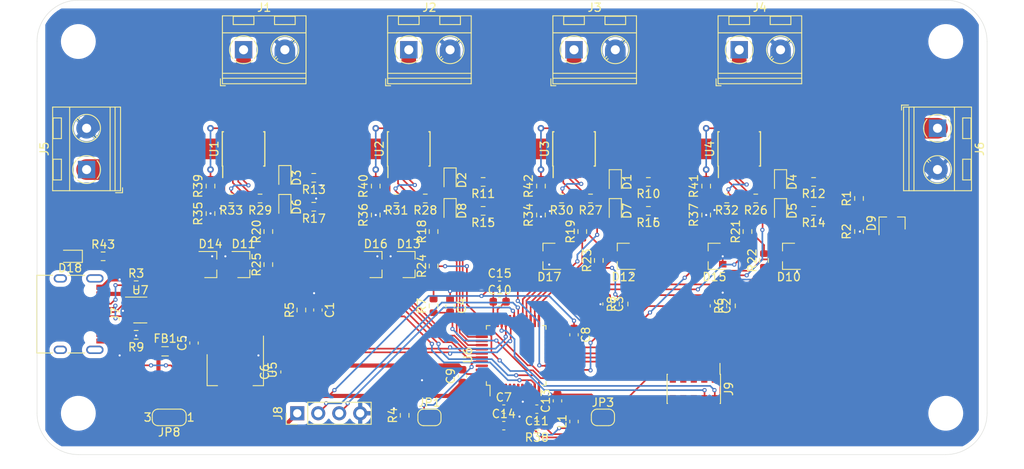
<source format=kicad_pcb>
(kicad_pcb (version 20201002) (generator pcbnew)
  (layers (0 "F.Cu" signal) (31 "B.Cu" signal) (34 "B.Paste" user) (35 "F.Paste" user) (36 "B.SilkS" user "B.Silkscreen") (37 "F.SilkS" user "F.Silkscreen") (38 "B.Mask" user) (39 "F.Mask" user) (44 "Edge.Cuts" user))
  (net 0 "")
  (net 1 "SW1_ADC_I")
  (net 2 "GND")
  (net 3 "SW4_ADC_I")
  (net 4 "SW3_ADC_I")
  (net 5 "SW2_ADC_I")
  (net 6 "Net-(FB1-Pad2)")
  (net 7 "+3V3")
  (net 8 "+3.3VA")
  (net 9 "SW3_IN")
  (net 10 "Net-(D1-Pad1)")
  (net 11 "SW2_IN")
  (net 12 "Net-(D2-Pad1)")
  (net 13 "SW1_IN")
  (net 14 "Net-(D3-Pad1)")
  (net 15 "SW4_IN")
  (net 16 "Net-(D4-Pad1)")
  (net 17 "SW4_FAULT")
  (net 18 "Net-(D5-Pad1)")
  (net 19 "SW1_FAULT")
  (net 20 "Net-(D6-Pad1)")
  (net 21 "SW3_FAULT")
  (net 22 "Net-(D7-Pad1)")
  (net 23 "SW2_FAULT")
  (net 24 "Net-(D8-Pad1)")
  (net 25 "INPUT_ADC_U")
  (net 26 "Net-(D10-Pad1)")
  (net 27 "Net-(D11-Pad1)")
  (net 28 "Net-(D12-Pad1)")
  (net 29 "Net-(D13-Pad1)")
  (net 30 "SW1_ADC_U")
  (net 31 "SW4_ADC_U")
  (net 32 "SW2_ADC_U")
  (net 33 "SW3_ADC_U")
  (net 34 "Net-(D18-Pad1)")
  (net 35 "+5V")
  (net 36 "/Control/UART_RX")
  (net 37 "/Control/UART_TX")
  (net 38 "/Power/Power Switch 1/VDD_SWITCHED")
  (net 39 "Net-(U6-Pad21)")
  (net 40 "Net-(U6-Pad45)")
  (net 41 "/Control/USB_CC2")
  (net 42 "/Control/USB_CC1")
  (net 43 "VDD")
  (net 44 "/Power/Power Switch 2/VDD_SWITCHED")
  (net 45 "/Control/NRST")
  (net 46 "/Control/SWCLK")
  (net 47 "/Control/SWDIO")
  (net 48 "/Control/BOOT0")
  (net 49 "Net-(R18-Pad2)")
  (net 50 "SW2_DEN")
  (net 51 "Net-(R19-Pad2)")
  (net 52 "SW3_DEN")
  (net 53 "Net-(R20-Pad2)")
  (net 54 "SW1_DEN")
  (net 55 "Net-(R21-Pad2)")
  (net 56 "SW4_DEN")
  (net 57 "Net-(R22-Pad2)")
  (net 58 "Net-(R23-Pad2)")
  (net 59 "Net-(R24-Pad2)")
  (net 60 "Net-(R25-Pad2)")
  (net 61 "Net-(R26-Pad2)")
  (net 62 "Net-(R27-Pad2)")
  (net 63 "Net-(R28-Pad2)")
  (net 64 "Net-(R29-Pad2)")
  (net 65 "Net-(U1-Pad11)")
  (net 66 "Net-(U1-Pad7)")
  (net 67 "Net-(U1-Pad6)")
  (net 68 "Net-(U1-Pad5)")
  (net 69 "Net-(U2-Pad11)")
  (net 70 "Net-(U2-Pad7)")
  (net 71 "Net-(U2-Pad6)")
  (net 72 "Net-(U2-Pad5)")
  (net 73 "Net-(U3-Pad11)")
  (net 74 "Net-(U3-Pad7)")
  (net 75 "Net-(U3-Pad6)")
  (net 76 "Net-(U3-Pad5)")
  (net 77 "Net-(U4-Pad11)")
  (net 78 "Net-(U4-Pad7)")
  (net 79 "Net-(U4-Pad6)")
  (net 80 "Net-(U4-Pad5)")
  (net 81 "Net-(U6-Pad46)")
  (net 82 "Net-(U6-Pad20)")
  (net 83 "Net-(U6-Pad10)")
  (net 84 "Net-(U6-Pad6)")
  (net 85 "Net-(U6-Pad5)")
  (net 86 "Net-(U6-Pad4)")
  (net 87 "Net-(U6-Pad3)")
  (net 88 "Net-(U6-Pad2)")
  (net 89 "/Power/Power Switch 3/VDD_SWITCHED")
  (net 90 "/Power/Power Switch 4/VDD_SWITCHED")
  (net 91 "Net-(J7-PadB8)")
  (net 92 "Net-(J7-PadS1)")
  (net 93 "Net-(J7-PadA8)")
  (net 94 "Net-(J8-Pad1)")
  (net 95 "Net-(J9-Pad8)")
  (net 96 "Net-(J9-Pad7)")
  (net 97 "Net-(J9-Pad6)")
  (net 98 "/Control/USB_CONN_D+")
  (net 99 "/Control/USB_CONN_D-")
  (net 100 "/Control/USB_D-")
  (net 101 "/Control/USB_D+")
  (module "TerminalBlock_RND:TerminalBlock_RND_205-00045_1x02_P5.00mm_Horizontal" (layer "F.Cu") (at 105 46)
    (fp_text reference "J1" (at 2.5 -5.11) (layer "F.SilkS"))
    (fp_text value "Power Output")
    (pad "1" thru_hole rect (at 0 0) (size 2.1 2.1) (drill 1.1) (layers *.Cu *.Mask) (net 38 "/Power/Power Switch 1/VDD_SWITCHED"))
    (pad "2" thru_hole circle (at 5 0) (size 2.1 2.1) (drill 1.1) (layers *.Cu *.Mask) (net 2 "GND"))
  )
  (module "Resistor_SMD:R_0603_1608Metric" (layer "F.Cu") (at 154 62 180)
    (fp_text reference "R10" (at 0 -1.43) (layer "F.SilkS"))
    (fp_text value "10kΩ")
    (pad "1" smd roundrect (at -0.825 0 180) (size 0.8 0.95) (layers "F.Cu" "F.Paste" "F.Mask") (net 2 "GND"))
    (pad "2" smd roundrect (at 0.825 0 180) (size 0.8 0.95) (layers "F.Cu" "F.Paste" "F.Mask") (net 10 "Net-(D1-Pad1)"))
  )
  (module "Resistor_SMD:R_0603_1608Metric" (layer "F.Cu") (at 164 77 90)
    (fp_text reference "R6" (at 0 -1.43 90) (layer "F.SilkS"))
    (fp_text value "4.7kΩ")
    (pad "1" smd roundrect (at -0.825 0 90) (size 0.8 0.95) (layers "F.Cu" "F.Paste" "F.Mask") (net 3 "SW4_ADC_I"))
    (pad "2" smd roundrect (at 0.825 0 90) (size 0.8 0.95) (layers "F.Cu" "F.Paste" "F.Mask") (net 26 "Net-(D10-Pad1)"))
  )
  (module "MountingHole:MountingHole_3.2mm_M3" (layer "F.Cu") (at 85 45)
    (fp_text reference "REF**" hide)
    (fp_text value "MountingHole_3.2mm_M3")
    (pad "1" np_thru_hole circle (at 0 0) (size 3.2 3.2) (drill 3.2) (layers *.Cu *.Mask))
  )
  (module "LED_SMD:LED_0603_1608Metric" (layer "F.Cu") (at 170 62 -90)
    (fp_text reference "D4" (at 0 -1.43 90) (layer "F.SilkS"))
    (fp_text value "GREEN")
    (pad "1" smd roundrect (at -0.7875 0 270) (size 0.875 0.95) (layers "F.Cu" "F.Paste" "F.Mask") (net 16 "Net-(D4-Pad1)"))
    (pad "2" smd roundrect (at 0.7875 0 270) (size 0.875 0.95) (layers "F.Cu" "F.Paste" "F.Mask") (net 15 "SW4_IN"))
  )
  (module "Capacitor_SMD:C_0603_1608Metric" (layer "F.Cu") (at 162 77 -90)
    (fp_text reference "C2" (at 0 -1.43 90) (layer "F.SilkS"))
    (fp_text value "220pF")
    (pad "1" smd roundrect (at -0.775 0 270) (size 0.9 0.95) (layers "F.Cu" "F.Paste" "F.Mask") (net 2 "GND"))
    (pad "2" smd roundrect (at 0.775 0 270) (size 0.9 0.95) (layers "F.Cu" "F.Paste" "F.Mask") (net 3 "SW4_ADC_I"))
  )
  (module "Capacitor_SMD:C_0603_1608Metric" (layer "F.Cu") (at 149 76.775 -90)
    (fp_text reference "C3" (at 0 -1.43 90) (layer "F.SilkS"))
    (fp_text value "220pF")
    (pad "1" smd roundrect (at -0.775 0 270) (size 0.9 0.95) (layers "F.Cu" "F.Paste" "F.Mask") (net 2 "GND"))
    (pad "2" smd roundrect (at 0.775 0 270) (size 0.9 0.95) (layers "F.Cu" "F.Paste" "F.Mask") (net 4 "SW3_ADC_I"))
  )
  (module "Package_SO:Infineon_PG-TSDSO-14-22" (layer "F.Cu") (at 145 58 90)
    (fp_text reference "U3" (at 0 -3.556 90) (layer "F.SilkS"))
    (fp_text value "BTS7004-1EPP")
    (pad "1" smd rect (at -2.85 -1.95 90) (size 1.31 0.45) (layers "F.Cu" "F.Paste" "F.Mask") (net 2 "GND"))
    (pad "2" smd rect (at -2.85 -1.3 90) (size 1.31 0.45) (layers "F.Cu" "F.Paste" "F.Mask") (net 62 "Net-(R27-Pad2)"))
    (pad "3" smd rect (at -2.85 -0.65 90) (size 1.31 0.45) (layers "F.Cu" "F.Paste" "F.Mask") (net 51 "Net-(R19-Pad2)"))
    (pad "4" smd rect (at -2.845 0 90) (size 1.31 0.45) (layers "F.Cu" "F.Paste" "F.Mask") (net 58 "Net-(R23-Pad2)"))
    (pad "5" smd rect (at -2.85 0.65 90) (size 1.31 0.45) (layers "F.Cu" "F.Paste" "F.Mask") (net 76 "Net-(U3-Pad5)"))
    (pad "6" smd rect (at -2.85 1.3 90) (size 1.31 0.45) (layers "F.Cu" "F.Paste" "F.Mask") (net 75 "Net-(U3-Pad6)"))
    (pad "7" smd rect (at -2.85 1.95 90) (size 1.31 0.45) (layers "F.Cu" "F.Paste" "F.Mask") (net 74 "Net-(U3-Pad7)"))
    (pad "8" smd rect (at 2.85 1.95 90) (size 1.31 0.45) (layers "F.Cu" "F.Paste" "F.Mask") (net 89 "/Power/Power Switch 3/VDD_SWITCHED"))
    (pad "9" smd rect (at 2.85 1.3 90) (size 1.31 0.45) (layers "F.Cu" "F.Paste" "F.Mask") (net 89 "/Power/Power Switch 3/VDD_SWITCHED"))
    (pad "10" smd rect (at 2.85 0.65 90) (size 1.31 0.45) (layers "F.Cu" "F.Paste" "F.Mask") (net 89 "/Power/Power Switch 3/VDD_SWITCHED"))
    (pad "11" smd rect (at 2.85 0 90) (size 1.31 0.45) (layers "F.Cu" "F.Paste" "F.Mask") (net 73 "Net-(U3-Pad11)"))
    (pad "12" smd rect (at 2.85 -0.65 90) (size 1.31 0.45) (layers "F.Cu" "F.Paste" "F.Mask") (net 89 "/Power/Power Switch 3/VDD_SWITCHED"))
    (pad "13" smd rect (at 2.85 -1.3 90) (size 1.31 0.45) (layers "F.Cu" "F.Paste" "F.Mask") (net 89 "/Power/Power Switch 3/VDD_SWITCHED"))
    (pad "14" smd rect (at 2.85 -1.95 90) (size 1.31 0.45) (layers "F.Cu" "F.Paste" "F.Mask") (net 89 "/Power/Power Switch 3/VDD_SWITCHED"))
    (pad "15" smd rect (at 0 0 90) (size 2.65 4) (layers "F.Cu" "F.Mask") (net 43 "VDD"))
  )
  (module "Resistor_SMD:R_0603_1608Metric" (layer "F.Cu") (at 154 65.5 180)
    (fp_text reference "R16" (at 0 -1.43) (layer "F.SilkS"))
    (fp_text value "10kΩ")
    (pad "1" smd roundrect (at -0.825 0 180) (size 0.8 0.95) (layers "F.Cu" "F.Paste" "F.Mask") (net 2 "GND"))
    (pad "2" smd roundrect (at 0.825 0 180) (size 0.8 0.95) (layers "F.Cu" "F.Paste" "F.Mask") (net 22 "Net-(D7-Pad1)"))
  )
  (module "LED_SMD:LED_0603_1608Metric" (layer "F.Cu") (at 130 65.5 -90)
    (fp_text reference "D8" (at 0 -1.43 90) (layer "F.SilkS"))
    (fp_text value "RED")
    (pad "1" smd roundrect (at -0.7875 0 270) (size 0.875 0.95) (layers "F.Cu" "F.Paste" "F.Mask") (net 24 "Net-(D8-Pad1)"))
    (pad "2" smd roundrect (at 0.7875 0 270) (size 0.875 0.95) (layers "F.Cu" "F.Paste" "F.Mask") (net 23 "SW2_FAULT"))
  )
  (module "Resistor_SMD:R_0603_1608Metric" (layer "F.Cu") (at 101 62.5 -90)
    (fp_text reference "R39" (at 0 1.5 90) (layer "F.SilkS"))
    (fp_text value "12kΩ")
    (pad "1" smd roundrect (at -0.825 0 270) (size 0.8 0.95) (layers "F.Cu" "F.Paste" "F.Mask") (net 38 "/Power/Power Switch 1/VDD_SWITCHED"))
    (pad "2" smd roundrect (at 0.825 0 270) (size 0.8 0.95) (layers "F.Cu" "F.Paste" "F.Mask") (net 30 "SW1_ADC_U"))
  )
  (module "Diode_SMD:D_SOT-23_ANK" (layer "F.Cu") (at 101 72)
    (fp_text reference "D14" (at 0 -2.5) (layer "F.SilkS"))
    (fp_text value "BZX84C3V3-T1")
    (pad "" smd rect (at -1 0.95) (size 0.9 0.8) (layers "F.Cu" "F.Paste" "F.Mask"))
    (pad "1" smd rect (at 1 0) (size 0.9 0.8) (layers "F.Cu" "F.Paste" "F.Mask") (net 30 "SW1_ADC_U"))
    (pad "2" smd rect (at -1 -0.95) (size 0.9 0.8) (layers "F.Cu" "F.Paste" "F.Mask") (net 2 "GND"))
  )
  (module "Connector_USB:USB_C_Receptacle_HRO_TYPE-C-31-M-12" (layer "F.Cu") (at 83.87 78 -90)
    (fp_text reference "J7" (at 0 -5.645 90) (layer "F.SilkS"))
    (fp_text value "USB_C_Receptacle_USB2.0")
    (pad "" np_thru_hole circle (at 2.89 -2.6 270) (size 0.65 0.65) (drill 0.65) (layers *.Cu *.Mask))
    (pad "" np_thru_hole circle (at -2.89 -2.6 270) (size 0.65 0.65) (drill 0.65) (layers *.Cu *.Mask))
    (pad "A1" smd rect (at -3.25 -4.045 270) (size 0.6 1.45) (layers "F.Cu" "F.Paste" "F.Mask") (net 2 "GND"))
    (pad "A4" smd rect (at -2.45 -4.045 270) (size 0.6 1.45) (layers "F.Cu" "F.Paste" "F.Mask") (net 35 "+5V"))
    (pad "A5" smd rect (at -1.25 -4.045 270) (size 0.3 1.45) (layers "F.Cu" "F.Paste" "F.Mask") (net 42 "/Control/USB_CC1"))
    (pad "A6" smd rect (at -0.25 -4.045 270) (size 0.3 1.45) (layers "F.Cu" "F.Paste" "F.Mask") (net 98 "/Control/USB_CONN_D+"))
    (pad "A7" smd rect (at 0.25 -4.045 270) (size 0.3 1.45) (layers "F.Cu" "F.Paste" "F.Mask") (net 99 "/Control/USB_CONN_D-"))
    (pad "A8" smd rect (at 1.25 -4.045 270) (size 0.3 1.45) (layers "F.Cu" "F.Paste" "F.Mask") (net 93 "Net-(J7-PadA8)"))
    (pad "A9" smd rect (at 2.45 -4.045 270) (size 0.6 1.45) (layers "F.Cu" "F.Paste" "F.Mask") (net 35 "+5V"))
    (pad "A12" smd rect (at 3.25 -4.045 270) (size 0.6 1.45) (layers "F.Cu" "F.Paste" "F.Mask") (net 2 "GND"))
    (pad "B1" smd rect (at 3.25 -4.045 270) (size 0.6 1.45) (layers "F.Cu" "F.Paste" "F.Mask") (net 2 "GND"))
    (pad "B4" smd rect (at 2.45 -4.045 270) (size 0.6 1.45) (layers "F.Cu" "F.Paste" "F.Mask") (net 35 "+5V"))
    (pad "B5" smd rect (at 1.75 -4.045 270) (size 0.3 1.45) (layers "F.Cu" "F.Paste" "F.Mask") (net 41 "/Control/USB_CC2"))
    (pad "B6" smd rect (at 0.75 -4.045 270) (size 0.3 1.45) (layers "F.Cu" "F.Paste" "F.Mask") (net 98 "/Control/USB_CONN_D+"))
    (pad "B7" smd rect (at -0.75 -4.045 270) (size 0.3 1.45) (layers "F.Cu" "F.Paste" "F.Mask") (net 99 "/Control/USB_CONN_D-"))
    (pad "B8" smd rect (at -1.75 -4.045 270) (size 0.3 1.45) (layers "F.Cu" "F.Paste" "F.Mask") (net 91 "Net-(J7-PadB8)"))
    (pad "B9" smd rect (at -2.45 -4.045 270) (size 0.6 1.45) (layers "F.Cu" "F.Paste" "F.Mask") (net 35 "+5V"))
    (pad "B12" smd rect (at -3.25 -4.045 270) (size 0.6 1.45) (layers "F.Cu" "F.Paste" "F.Mask") (net 2 "GND"))
    (pad "S1" thru_hole oval (at -4.32 1.05 270) (size 1 1.6) (drill oval 0.6 1.2) (layers *.Cu *.Mask) (net 92 "Net-(J7-PadS1)"))
    (pad "S1" thru_hole oval (at 4.32 1.05 270) (size 1 1.6) (drill oval 0.6 1.2) (layers *.Cu *.Mask) (net 92 "Net-(J7-PadS1)"))
    (pad "S1" thru_hole oval (at -4.32 -3.13 270) (size 1 2.1) (drill oval 0.6 1.7) (layers *.Cu *.Mask) (net 92 "Net-(J7-PadS1)"))
    (pad "S1" thru_hole oval (at 4.32 -3.13 270) (size 1 2.1) (drill oval 0.6 1.7) (layers *.Cu *.Mask) (net 92 "Net-(J7-PadS1)"))
  )
  (module "TerminalBlock_RND:TerminalBlock_RND_205-00045_1x02_P5.00mm_Horizontal" (layer "F.Cu") (at 165 46)
    (fp_text reference "J4" (at 2.5 -5.11) (layer "F.SilkS"))
    (fp_text value "Power Output")
    (pad "1" thru_hole rect (at 0 0) (size 2.1 2.1) (drill 1.1) (layers *.Cu *.Mask) (net 90 "/Power/Power Switch 4/VDD_SWITCHED"))
    (pad "2" thru_hole circle (at 5 0) (size 2.1 2.1) (drill 1.1) (layers *.Cu *.Mask) (net 2 "GND"))
  )
  (module "Resistor_SMD:R_0603_1608Metric" (layer "F.Cu") (at 121 62.5 -90)
    (fp_text reference "R40" (at 0 1.5 90) (layer "F.SilkS"))
    (fp_text value "12kΩ")
    (pad "1" smd roundrect (at -0.825 0 270) (size 0.8 0.95) (layers "F.Cu" "F.Paste" "F.Mask") (net 44 "/Power/Power Switch 2/VDD_SWITCHED"))
    (pad "2" smd roundrect (at 0.825 0 270) (size 0.8 0.95) (layers "F.Cu" "F.Paste" "F.Mask") (net 32 "SW2_ADC_U"))
  )
  (module "Symbol:OSHW-Logo2_14.6x12mm_Copper" (layer "F.Cu") (at 180 80)
    (fp_text reference "REF**" hide)
    (fp_text value "OSHW-Logo2_14.6x12mm_Copper" hide)
    (fp_poly (pts (xy 0.209014 -5.547002) (xy 0.367006 -5.546137) (xy 0.481347 -5.543795) (xy 0.559407 -5.539238) (xy 0.608554 -5.53173) (xy 0.636159 -5.520534) (xy 0.649592 -5.504912) (xy 0.656221 -5.484127) (xy 0.656865 -5.481437) (xy 0.666935 -5.432887) (xy 0.685575 -5.337095) (xy 0.710845 -5.204257) (xy 0.740807 -5.044569) (xy 0.773522 -4.868226) (xy 0.774664 -4.862033) (xy 0.807433 -4.689218) (xy 0.838093 -4.536531) (xy 0.864664 -4.413129) (xy 0.885167 -4.328169) (xy 0.897626 -4.29081) (xy 0.89822 -4.290148) (xy 0.934919 -4.271905) (xy 1.010586 -4.241503) (xy 1.108878 -4.205507) (xy 1.109425 -4.205315) (xy 1.233233 -4.158778) (xy 1.379196 -4.099496) (xy 1.516781 -4.039891) (xy 1.523293 -4.036944) (xy 1.74739 -3.935235) (xy 2.243619 -4.274103) (xy 2.395846 -4.377408) (xy 2.533741 -4.469763) (xy 2.649315 -4.545916) (xy 2.734579 -4.600615) (xy 2.781544 -4.628607) (xy 2.786004 -4.630683) (xy 2.820134 -4.62144) (xy 2.883881 -4.576844) (xy 2.979731 -4.494791) (xy 3.110169 -4.373179) (xy 3.243328 -4.243795) (xy 3.371694 -4.116298) (xy 3.486581 -3.999954) (xy 3.581073 -3.901948) (xy 3.648253 -3.829464) (xy 3.681206 -3.789687) (xy 3.682432 -3.787639) (xy 3.686074 -3.760344) (xy 3.67235 -3.715766) (xy 3.637869 -3.647888) (xy 3.579239 -3.550689) (xy 3.49307 -3.418149) (xy 3.3782 -3.247524) (xy 3.276254 -3.097345) (xy 3.185123 -2.96265) (xy 3.110073 -2.85126) (xy 3.056369 -2.770995) (xy 3.02928 -2.729675) (xy 3.027574 -2.72687) (xy 3.030882 -2.687279) (xy 3.055953 -2.610331) (xy 3.097798 -2.510568) (xy 3.112712 -2.478709) (xy 3.177786 -2.336774) (xy 3.247212 -2.175727) (xy 3.303609 -2.036379) (xy 3.344247 -1.932956) (xy 3.376526 -1.854358) (xy 3.395178 -1.81328) (xy 3.397497 -1.810115) (xy 3.431803 -1.804872) (xy 3.512669 -1.790506) (xy 3.629343 -1.769063) (xy 3.771075 -1.742587) (xy 3.92711 -1.713123) (xy 4.086698 -1.682717) (xy 4.239085 -1.653412) (xy 4.373521 -1.627255) (xy 4.479252 -1.60629) (xy 4.545526 -1.592561) (xy 4.561782 -1.58868) (xy 4.578573 -1.5791) (xy 4.591249 -1.557464) (xy 4.600378 -1.516469) (xy 4.606531 -1.448811) (xy 4.61028 -1.347188) (xy 4.612192 -1.204297) (xy 4.61284 -1.012835) (xy 4.612874 -0.934355) (xy 4.612874 -0.296094) (xy 4.459598 -0.26584) (xy 4.374322 -0.249436) (xy 4.24707 -0.225491) (xy 4.093315 -0.196893) (xy 3.928534 -0.166533) (xy 3.882989 -0.158194) (xy 3.730932 -0.12863) (xy 3.598468 -0.099558) (xy 3.496714 -0.073671) (xy 3.436788 -0.053663) (xy 3.426805 -0.047699) (xy 3.402293 -0.005466) (xy 3.367148 0.07637) (xy 3.328173 0.181683) (xy 3.320442 0.204368) (xy 3.26936 0.345018) (xy 3.205954 0.503714) (xy 3.143904 0.646225) (xy 3.143598 0.646886) (xy 3.040267 0.87044) (xy 3.719961 1.870232) (xy 3.283621 2.3073) (xy 3.151649 2.437381) (xy 3.031279 2.552048) (xy 2.929273 2.645181) (xy 2.852391 2.710658) (xy 2.807393 2.742357) (xy 2.800938 2.744368) (xy 2.76304 2.728529) (xy 2.685708 2.684496) (xy 2.577389 2.61749) (xy 2.446532 2.532734) (xy 2.305052 2.437816) (xy 2.161461 2.340998) (xy 2.033435 2.256751) (xy 1.929105 2.190258) (xy 1.8566 2.146702) (xy 1.824158 2.131264) (xy 1.784576 2.144328) (xy 1.709519 2.17875) (xy 1.614468 2.22738) (xy 1.604392 2.232785) (xy 1.476391 2.29698) (xy 1.388618 2.328463) (xy 1.334028 2.328798) (xy 1.305575 2.299548) (xy 1.30541 2.299138) (xy 1.291188 2.264498) (xy 1.257269 2.182269) (xy 1.206284 2.058814) (xy 1.140862 1.900498) (xy 1.063634 1.713686) (xy 0.977229 1.504742) (xy 0.893551 1.302446) (xy 0.801588 1.0792) (xy 0.71715 0.872392) (xy 0.642769 0.688362) (xy 0.580974 0.533451) (xy 0.534297 0.413996) (xy 0.505268 0.336339) (xy 0.496322 0.307356) (xy 0.518756 0.27411) (xy 0.577439 0.221123) (xy 0.655689 0.162704) (xy 0.878534 -0.022048) (xy 1.052718 -0.233818) (xy 1.176154 -0.468144) (xy 1.246754 -0.720566) (xy 1.262431 -0.986623) (xy 1.251036 -1.109425) (xy 1.18895 -1.364207) (xy 1.082023 -1.589199) (xy 0.936889 -1.782183) (xy 0.760178 -1.940939) (xy 0.558522 -2.06325) (xy 0.338554 -2.146895) (xy 0.106906 -2.189656) (xy -0.129791 -2.189313) (xy -0.364905 -2.143648) (xy -0.591804 -2.050441) (xy -0.803856 -1.907473) (xy -0.892364 -1.826617) (xy -1.062111 -1.618993) (xy -1.180301 -1.392105) (xy -1.247722 -1.152567) (xy -1.26516 -0.906993) (xy -1.233402 -0.661997) (xy -1.153235 -0.424192) (xy -1.025445 -0.200193) (xy -0.85082 0.003387) (xy -0.655688 0.162704) (xy -0.574409 0.223602) (xy -0.516991 0.276015) (xy -0.496322 0.307406) (xy -0.507144 0.341639) (xy -0.537923 0.423419) (xy -0.586126 0.546407) (xy -0.649222 0.704263) (xy -0.724678 0.890649) (xy -0.809962 1.099226) (xy -0.893781 1.302496) (xy -0.986255 1.525933) (xy -1.071911 1.732984) (xy -1.148118 1.917286) (xy -1.212247 2.072475) (xy -1.261668 2.192188) (xy -1.293752 2.270061) (xy -1.305641 2.299138) (xy -1.333726 2.328677) (xy -1.388051 2.328591) (xy -1.475605 2.297326) (xy -1.603381 2.233329) (xy -1.604392 2.232785) (xy -1.700598 2.183121) (xy -1.778369 2.146945) (xy -1.822223 2.131408) (xy -1.824158 2.131264) (xy -1.857171 2.147024) (xy -1.930054 2.19085) (xy -2.034678 2.257557) (xy -2.16291 2.341964) (xy -2.305052 2.437816) (xy -2.449767 2.534867) (xy -2.580196 2.61927) (xy -2.68789 2.685801) (xy -2.764402 2.729238) (xy -2.800938 2.744368) (xy -2.834582 2.724482) (xy -2.902224 2.668903) (xy -2.997107 2.583754) (xy -3.11247 2.475153) (xy -3.241555 2.349221) (xy -3.283771 2.307149) (xy -3.720261 1.869931) (xy -3.388023 1.38234) (xy -3.287054 1.232605) (xy -3.198438 1.09822) (xy -3.127146 0.986969) (xy -3.07815 0.906639) (xy -3.056422 0.865014) (xy -3.055785 0.862053) (xy -3.06724 0.822818) (xy -3.098051 0.743895) (xy -3.142884 0.638509) (xy -3.174353 0.567954) (xy -3.233192 0.432876) (xy -3.288604 0.296409) (xy -3.331564 0.181103) (xy -3.343234 0.145977) (xy -3.376389 0.052174) (xy -3.408799 -0.020306) (xy -3.426601 -0.047699) (xy -3.465886 -0.064464) (xy -3.551626 -0.08823) (xy -3.672697 -0.116303) (xy -3.817973 -0.145991) (xy -3.882988 -0.158194) (xy -4.048087 -0.188532) (xy -4.206448 -0.217907) (xy -4.342596 -0.243431) (xy -4.441057 -0.262215) (xy -4.459598 -0.26584) (xy -4.612873 -0.296094) (xy -4.612873 -0.934355) (xy -4.612529 -1.14423) (xy -4.611116 -1.30302) (xy -4.608064 -1.418027) (xy -4.602803 -1.496554) (xy -4.594763 -1.545904) (xy -4.583373 -1.573381) (xy -4.568063 -1.586287) (xy -4.561782 -1.58868) (xy -4.523896 -1.597167) (xy -4.440195 -1.6141) (xy -4.321433 -1.637434) (xy -4.178361 -1.665125) (xy -4.021732 -1.695127) (xy -3.862297 -1.725396) (xy -3.710809 -1.753885) (xy -3.578019 -1.778551) (xy -3.474681 -1.797349) (xy -3.411545 -1.808233) (xy -3.397497 -1.810115) (xy -3.38477 -1.835296) (xy -3.3566 -1.902378) (xy -3.318252 -1.998667) (xy -3.303609 -2.036379) (xy -3.244548 -2.182079) (xy -3.175 -2.343049) (xy -3.112712 -2.478709) (xy -3.066879 -2.582439) (xy -3.036387 -2.667674) (xy -3.026208 -2.719874) (xy -3.027831 -2.72687) (xy -3.049343 -2.759898) (xy -3.098465 -2.833357) (xy -3.169923 -2.939423) (xy -3.258445 -3.070274) (xy -3.358759 -3.218088) (xy -3.378594 -3.247266) (xy -3.494988 -3.420137) (xy -3.580548 -3.551774) (xy -3.638684 -3.648239) (xy -3.672808 -3.715592) (xy -3.686331 -3.759894) (xy -3.682664 -3.787206) (xy -3.68257 -3.78738) (xy -3.653707 -3.823254) (xy -3.589867 -3.892609) (xy -3.497969 -3.988255) (xy -3.384933 -4.103001) (xy -3.257679 -4.229659) (xy -3.243328 -4.243795) (xy -3.082957 -4.399097) (xy -2.959195 -4.51313) (xy -2.869555 -4.587998) (xy -2.811552 -4.625804) (xy -2.786004 -4.630683) (xy -2.748718 -4.609397) (xy -2.671343 -4.560227) (xy -2.561867 -4.488425) (xy -2.42828 -4.399245) (xy -2.27857 -4.297937) (xy -2.243618 -4.274103) (xy -1.74739 -3.935235) (xy -1.523293 -4.036944) (xy -1.387011 -4.096217) (xy -1.240724 -4.15583) (xy -1.114965 -4.20336) (xy -1.109425 -4.205315) (xy -1.011057 -4.241323) (xy -0.935229 -4.271771) (xy -0.898282 -4.290095) (xy -0.89822 -4.290148) (xy -0.886496 -4.323271) (xy -0.866568 -4.404733) (xy -0.840413 -4.525375) (xy -0.81001 -4.676041) (xy -0.777337 -4.847572) (xy -0.774664 -4.862033) (xy -0.74189 -5.038765) (xy -0.711802 -5.19919) (xy -0.686339 -5.333112) (xy -0.667441 -5.430337) (xy -0.657047 -5.480668) (xy -0.656865 -5.481437) (xy -0.650539 -5.502847) (xy -0.638239 -5.519012) (xy -0.612594 -5.530669) (xy -0.566235 -5.538555) (xy -0.491792 -5.543407) (xy -0.381895 -5.545961) (xy -0.229175 -5.546955) (xy -0.026262 -5.547126) (xy 0 -5.547126) (xy 0.209014 -5.547002)) (layer "F.Cu") (width 0.01))
    (fp_poly (pts (xy -2.582571 3.877719) (xy -2.488877 3.931914) (xy -2.423736 3.985707) (xy -2.376093 4.042066) (xy -2.343272 4.110987) (xy -2.322594 4.202468) (xy -2.31138 4.326506) (xy -2.306951 4.493098) (xy -2.306437 4.612851) (xy -2.306437 5.053659) (xy -2.430517 5.109283) (xy -2.554598 5.164907) (xy -2.569195 4.682095) (xy -2.575227 4.501779) (xy -2.581555 4.370901) (xy -2.589394 4.280511) (xy -2.599963 4.221664) (xy -2.614477 4.185413) (xy -2.634152 4.16281) (xy -2.640465 4.157917) (xy -2.736112 4.119706) (xy -2.832793 4.134827) (xy -2.890345 4.174943) (xy -2.913755 4.20337) (xy -2.929961 4.240672) (xy -2.940259 4.297223) (xy -2.945951 4.383394) (xy -2.948336 4.509558) (xy -2.948736 4.641042) (xy -2.948814 4.805999) (xy -2.951639 4.922761) (xy -2.961093 5.00151) (xy -2.98106 5.052431) (xy -3.015424 5.085706) (xy -3.068068 5.11152) (xy -3.138383 5.138344) (xy -3.21518 5.167542) (xy -3.206038 4.649346) (xy -3.202357 4.462539) (xy -3.19805 4.32449) (xy -3.191877 4.225568) (xy -3.182598 4.156145) (xy -3.168973 4.10659) (xy -3.149761 4.067273) (xy -3.126598 4.032584) (xy -3.014848 3.92177) (xy -2.878487 3.857689) (xy -2.730175 3.842339) (xy -2.582571 3.877719)) (layer "F.Cu") (width 0.01))
    (fp_poly (pts (xy 4.314406 3.935156) (xy 4.398469 3.973393) (xy 4.46445 4.019726) (xy 4.512794 4.071532) (xy 4.546172 4.138363) (xy 4.567253 4.229769) (xy 4.578707 4.355301) (xy 4.583203 4.524508) (xy 4.583678 4.635933) (xy 4.583678 5.070627) (xy 4.509316 5.104509) (xy 4.450746 5.129272) (xy 4.42173 5.138391) (xy 4.416179 5.111257) (xy 4.411775 5.038094) (xy 4.409078 4.931263) (xy 4.408506 4.846437) (xy 4.406046 4.723887) (xy 4.399412 4.626668) (xy 4.389726 4.567134) (xy 4.382032 4.554483) (xy 4.330311 4.567402) (xy 4.249117 4.600539) (xy 4.155102 4.645461) (xy 4.064917 4.693735) (xy 3.995215 4.736928) (xy 3.962648 4.766608) (xy 3.962519 4.766929) (xy 3.96532 4.821857) (xy 3.990439 4.874292) (xy 4.034541 4.916881) (xy 4.098909 4.931126) (xy 4.153921 4.929466) (xy 4.231835 4.928245) (xy 4.272732 4.946498) (xy 4.297295 4.994726) (xy 4.300392 5.00382) (xy 4.31104 5.072598) (xy 4.282565 5.11436) (xy 4.208344 5.134263) (xy 4.128168 5.137944) (xy 3.98389 5.110658) (xy 3.909203 5.07169) (xy 3.816963 4.980148) (xy 3.768043 4.867782) (xy 3.763654 4.749051) (xy 3.805001 4.638411) (xy 3.867197 4.56908) (xy 3.929294 4.530265) (xy 4.026895 4.481125) (xy 4.140632 4.431292) (xy 4.15959 4.423677) (xy 4.284521 4.368545) (xy 4.356539 4.319954) (xy 4.3797 4.271647) (xy 4.358064 4.21737) (xy 4.32092 4.174943) (xy 4.233127 4.122702) (xy 4.13653 4.118784) (xy 4.047944 4.159041) (xy 3.984186 4.239326) (xy 3.975817 4.26004) (xy 3.927096 4.336225) (xy 3.855965 4.392785) (xy 3.766207 4.439201) (xy 3.766207 4.307584) (xy 3.77149 4.227168) (xy 3.794142 4.163786) (xy 3.844367 4.096163) (xy 3.892582 4.044076) (xy 3.967554 3.970322) (xy 4.025806 3.930702) (xy 4.088372 3.91481) (xy 4.159193 3.912184) (xy 4.314406 3.935156)) (layer "F.Cu") (width 0.01))
    (fp_poly (pts (xy 6.343439 3.95654) (xy 6.45895 4.032034) (xy 6.514664 4.099617) (xy 6.558804 4.222255) (xy 6.562309 4.319298) (xy 6.554368 4.449056) (xy 6.255115 4.580039) (xy 6.109611 4.646958) (xy 6.014537 4.70079) (xy 5.965101 4.747416) (xy 5.956511 4.79272) (xy 5.983972 4.842582) (xy 6.014253 4.875632) (xy 6.102363 4.928633) (xy 6.198196 4.932347) (xy 6.286212 4.891041) (xy 6.350869 4.808983) (xy 6.362433 4.780008) (xy 6.417825 4.689509) (xy 6.481553 4.65094) (xy 6.568966 4.617946) (xy 6.568966 4.743034) (xy 6.561238 4.828156) (xy 6.530966 4.899938) (xy 6.467518 4.982356) (xy 6.458088 4.993066) (xy 6.387513 5.066391) (xy 6.326847 5.105742) (xy 6.25095 5.123845) (xy 6.18803 5.129774) (xy 6.075487 5.131251) (xy 5.99537 5.112535) (xy 5.94539 5.084747) (xy 5.866838 5.023641) (xy 5.812463 4.957554) (xy 5.778052 4.874441) (xy 5.759388 4.762254) (xy 5.752256 4.608946) (xy 5.751687 4.531136) (xy 5.753622 4.437853) (xy 5.929899 4.437853) (xy 5.931944 4.487896) (xy 5.937039 4.496092) (xy 5.970666 4.484958) (xy 6.04303 4.455493) (xy 6.139747 4.413601) (xy 6.159973 4.404597) (xy 6.282203 4.342442) (xy 6.349547 4.287815) (xy 6.364348 4.236649) (xy 6.328947 4.184876) (xy 6.299711 4.162) (xy 6.194216 4.11625) (xy 6.095476 4.123808) (xy 6.012812 4.179651) (xy 5.955548 4.278753) (xy 5.937188 4.357414) (xy 5.929899 4.437853) (xy 5.753622 4.437853) (xy 5.755459 4.349351) (xy 5.769359 4.214853) (xy 5.796894 4.116916) (xy 5.841572 4.044811) (xy 5.906901 3.987813) (xy 5.935383 3.969393) (xy 6.064763 3.921422) (xy 6.206412 3.918403) (xy 6.343439 3.95654)) (layer "F.Cu") (width 0.01))
    (fp_poly (pts (xy -4.8281 3.861903) (xy -4.71655 3.917522) (xy -4.618092 4.019931) (xy -4.590977 4.057864) (xy -4.561438 4.1075) (xy -4.542272 4.161412) (xy -4.531307 4.233364) (xy -4.526371 4.337122) (xy -4.525287 4.474101) (xy -4.530182 4.661815) (xy -4.547196 4.802758) (xy -4.579823 4.907908) (xy -4.631558 4.988243) (xy -4.705896 5.054741) (xy -4.711358 5.058678) (xy -4.78462 5.098953) (xy -4.87284 5.11888) (xy -4.985038 5.123793) (xy -5.167433 5.123793) (xy -5.167509 5.300857) (xy -5.169207 5.39947) (xy -5.17955 5.457314) (xy -5.206578 5.492006) (xy -5.258332 5.521164) (xy -5.270761 5.527121) (xy -5.328923 5.555039) (xy -5.373956 5.572672) (xy -5.407441 5.574194) (xy -5.430962 5.553781) (xy -5.4461 5.505607) (xy -5.454437 5.423846) (xy -5.457556 5.302672) (xy -5.45704 5.13626) (xy -5.454471 4.918785) (xy -5.453668 4.853736) (xy -5.450778 4.629502) (xy -5.448188 4.482821) (xy -5.167586 4.482821) (xy -5.166009 4.607326) (xy -5.159 4.688787) (xy -5.143142 4.742515) (xy -5.115019 4.783823) (xy -5.095925 4.803971) (xy -5.017865 4.862921) (xy -4.948753 4.86772) (xy -4.87744 4.819038) (xy -4.875632 4.817241) (xy -4.846617 4.779618) (xy -4.828967 4.728484) (xy -4.820064 4.649738) (xy -4.817291 4.529276) (xy -4.817241 4.502588) (xy -4.823942 4.336583) (xy -4.845752 4.221505) (xy -4.885235 4.151254) (xy -4.944956 4.119729) (xy -4.979472 4.116552) (xy -5.061389 4.13146) (xy -5.117579 4.180548) (xy -5.151402 4.270362) (xy -5.16622 4.407445) (xy -5.167586 4.482821) (xy -5.448188 4.482821) (xy -5.447713 4.455952) (xy -5.443753 4.325382) (xy -5.438174 4.230087) (xy -5.430254 4.162364) (xy -5.419269 4.114507) (xy -5.404499 4.078813) (xy -5.385218 4.047578) (xy -5.376951 4.035824) (xy -5.267288 3.924797) (xy -5.128635 3.861847) (xy -4.968246 3.844297) (xy -4.8281 3.861903)) (layer "F.Cu") (width 0.01))
    (fp_poly (pts (xy -5.951779 3.866015) (xy -5.814939 3.937968) (xy -5.713949 4.053766) (xy -5.678075 4.128213) (xy -5.650161 4.239992) (xy -5.635871 4.381227) (xy -5.634516 4.535371) (xy -5.645405 4.685879) (xy -5.667847 4.816205) (xy -5.70115 4.909803) (xy -5.711385 4.925922) (xy -5.832618 5.046249) (xy -5.976613 5.118317) (xy -6.132861 5.139408) (xy -6.290852 5.106802) (xy -6.33482 5.087253) (xy -6.420444 5.027012) (xy -6.495592 4.947135) (xy -6.502694 4.937004) (xy -6.531561 4.888181) (xy -6.550643 4.83599) (xy -6.561916 4.767285) (xy -6.567355 4.668918) (xy -6.568938 4.527744) (xy -6.568965 4.496092) (xy -6.568893 4.486019) (xy -6.277011 4.486019) (xy -6.275313 4.619256) (xy -6.268628 4.707674) (xy -6.254575 4.764785) (xy -6.230771 4.804102) (xy -6.218621 4.817241) (xy -6.148764 4.867172) (xy -6.080941 4.864895) (xy -6.012365 4.821584) (xy -5.971465 4.775346) (xy -5.947242 4.707857) (xy -5.933639 4.601433) (xy -5.932706 4.58902) (xy -5.930384 4.396147) (xy -5.95465 4.2529) (xy -6.005176 4.16016) (xy -6.081632 4.118807) (xy -6.108924 4.116552) (xy -6.180589 4.127893) (xy -6.22961 4.167184) (xy -6.259582 4.242326) (xy -6.274101 4.361222) (xy -6.277011 4.486019) (xy -6.568893 4.486019) (xy -6.567878 4.345659) (xy -6.563312 4.240549) (xy -6.553312 4.167714) (xy -6.535921 4.114108) (xy -6.509184 4.066681) (xy -6.503276 4.057864) (xy -6.403968 3.939007) (xy -6.295758 3.870008) (xy -6.164019 3.842619) (xy -6.119283 3.841281) (xy -5.951779 3.866015)) (layer "F.Cu") (width 0.01))
    (fp_poly (pts (xy -3.684448 3.884676) (xy -3.569342 3.962111) (xy -3.480389 4.073949) (xy -3.427251 4.216265) (xy -3.416503 4.321015) (xy -3.417724 4.364726) (xy -3.427944 4.398194) (xy -3.456039 4.428179) (xy -3.510884 4.46144) (xy -3.601355 4.504738) (xy -3.736328 4.564833) (xy -3.737011 4.565134) (xy -3.861249 4.622037) (xy -3.963127 4.672565) (xy -4.032233 4.71128) (xy -4.058154 4.73274) (xy -4.058161 4.732913) (xy -4.035315 4.779644) (xy -3.981891 4.831154) (xy -3.920558 4.868261) (xy -3.889485 4.875632) (xy -3.804711 4.850138) (xy -3.731707 4.786291) (xy -3.696087 4.716094) (xy -3.66182 4.664343) (xy -3.594697 4.605409) (xy -3.515792 4.554496) (xy -3.446179 4.526809) (xy -3.431623 4.525287) (xy -3.415237 4.550321) (xy -3.41425 4.614311) (xy -3.426292 4.700593) (xy -3.448993 4.792501) (xy -3.479986 4.873369) (xy -3.481552 4.876509) (xy -3.574819 5.006734) (xy -3.695696 5.095311) (xy -3.832973 5.138786) (xy -3.97544 5.133706) (xy -4.111888 5.076616) (xy -4.117955 5.072602) (xy -4.22529 4.975326) (xy -4.295868 4.848409) (xy -4.334926 4.681526) (xy -4.340168 4.634639) (xy -4.349452 4.413329) (xy -4.338322 4.310124) (xy -4.058161 4.310124) (xy -4.054521 4.374503) (xy -4.034611 4.393291) (xy -3.984974 4.379235) (xy -3.906733 4.346009) (xy -3.819274 4.304359) (xy -3.817101 4.303256) (xy -3.74297 4.264265) (xy -3.713219 4.238244) (xy -3.720555 4.210965) (xy -3.751447 4.175121) (xy -3.83004 4.123251) (xy -3.914677 4.119439) (xy -3.990597 4.157189) (xy -4.043035 4.230001) (xy -4.058161 4.310124) (xy -4.338322 4.310124) (xy -4.330356 4.236261) (xy -4.281366 4.095829) (xy -4.213164 3.997447) (xy -4.090065 3.89803) (xy -3.954472 3.848711) (xy -3.816045 3.845568) (xy -3.684448 3.884676)) (layer "F.Cu") (width 0.01))
    (fp_poly (pts (xy 2.393914 4.154455) (xy 2.393543 4.372661) (xy 2.392108 4.540519) (xy 2.389002 4.66607) (xy 2.383622 4.757355) (xy 2.375362 4.822415) (xy 2.363616 4.869291) (xy 2.347781 4.906024) (xy 2.33579 4.926991) (xy 2.23649 5.040694) (xy 2.110588 5.111965) (xy 1.971291 5.137538) (xy 1.831805 5.11415) (xy 1.748743 5.072119) (xy 1.661545 4.999411) (xy 1.602117 4.910612) (xy 1.566261 4.79432) (xy 1.549781 4.639135) (xy 1.547447 4.525287) (xy 1.547761 4.517106) (xy 1.751724 4.517106) (xy 1.75297 4.647657) (xy 1.758678 4.73408) (xy 1.771804 4.790618) (xy 1.795306 4.831514) (xy 1.823386 4.862362) (xy 1.917688 4.921905) (xy 2.01894 4.926992) (xy 2.114636 4.877279) (xy 2.122084 4.870543) (xy 2.153874 4.835502) (xy 2.173808 4.793811) (xy 2.1846 4.731762) (xy 2.188965 4.635644) (xy 2.189655 4.529379) (xy 2.188159 4.39588) (xy 2.181964 4.306822) (xy 2.168514 4.248293) (xy 2.145251 4.206382) (xy 2.126175 4.184123) (xy 2.037563 4.127985) (xy 1.935508 4.121235) (xy 1.838095 4.164114) (xy 1.819296 4.180032) (xy 1.787293 4.215382) (xy 1.767318 4.257502) (xy 1.756593 4.320251) (xy 1.752339 4.417487) (xy 1.751724 4.517106) (xy 1.547761 4.517106) (xy 1.554504 4.341947) (xy 1.578472 4.204195) (xy 1.623548 4.100632) (xy 1.693928 4.019856) (xy 1.748743 3.978455) (xy 1.848376 3.933728) (xy 1.963855 3.912967) (xy 2.071199 3.918525) (xy 2.131264 3.940943) (xy 2.154835 3.947323) (xy 2.170477 3.923535) (xy 2.181395 3.859788) (xy 2.189655 3.762687) (xy 2.198699 3.654541) (xy 2.211261 3.589475) (xy 2.234119 3.552268) (xy 2.274051 3.527699) (xy 2.299138 3.516819) (xy 2.394023 3.477072) (xy 2.393914 4.154455)) (layer "F.Cu") (width 0.01))
    (fp_poly (pts (xy 3.580124 3.93984) (xy 3.584579 4.016653) (xy 3.588071 4.133391) (xy 3.590315 4.280821) (xy 3.591035 4.435455) (xy 3.591035 4.958727) (xy 3.498645 5.051117) (xy 3.434978 5.108047) (xy 3.379089 5.131107) (xy 3.302702 5.129647) (xy 3.27238 5.125934) (xy 3.17761 5.115126) (xy 3.099222 5.108933) (xy 3.080115 5.108361) (xy 3.015699 5.112102) (xy 2.923571 5.121494) (xy 2.88785 5.125934) (xy 2.800114 5.132801) (xy 2.741153 5.117885) (xy 2.68269 5.071835) (xy 2.661585 5.051117) (xy 2.569195 4.958727) (xy 2.569195 3.979947) (xy 2.643558 3.946066) (xy 2.70759 3.92097) (xy 2.745052 3.912184) (xy 2.754657 3.93995) (xy 2.763635 4.01753) (xy 2.771386 4.136348) (xy 2.777314 4.287828) (xy 2.780173 4.415805) (xy 2.788161 4.919425) (xy 2.857848 4.929278) (xy 2.921229 4.922389) (xy 2.952286 4.900083) (xy 2.960967 4.858379) (xy 2.968378 4.769544) (xy 2.973931 4.644834) (xy 2.977036 4.495507) (xy 2.977484 4.418661) (xy 2.977931 3.976287) (xy 3.069874 3.944235) (xy 3.134949 3.922443) (xy 3.170347 3.912281) (xy 3.171368 3.912184) (xy 3.17492 3.939809) (xy 3.178823 4.016411) (xy 3.182751 4.132579) (xy 3.186376 4.278904) (xy 3.188908 4.415805) (xy 3.196897 4.919425) (xy 3.372069 4.919425) (xy 3.380107 4.459965) (xy 3.388146 4.000505) (xy 3.473543 3.956344) (xy 3.536593 3.926019) (xy 3.57391 3.912258) (xy 3.574987 3.912184) (xy 3.580124 3.93984)) (layer "F.Cu") (width 0.01))
    (fp_poly (pts (xy 1.065943 3.92192) (xy 1.198565 3.970859) (xy 1.30601 4.057419) (xy 1.348032 4.118352) (xy 1.393843 4.230161) (xy 1.392891 4.311006) (xy 1.344808 4.365378) (xy 1.327017 4.374624) (xy 1.250204 4.40345) (xy 1.210976 4.396065) (xy 1.197689 4.347658) (xy 1.197012 4.32092) (xy 1.172686 4.222548) (xy 1.109281 4.153734) (xy 1.021154 4.120498) (xy 0.922663 4.128861) (xy 0.842602 4.172296) (xy 0.815561 4.197072) (xy 0.796394 4.227129) (xy 0.783446 4.272565) (xy 0.775064 4.343476) (xy 0.769593 4.44996) (xy 0.765378 4.602112) (xy 0.764287 4.650287) (xy 0.760307 4.815095) (xy 0.755781 4.931088) (xy 0.748995 5.007833) (xy 0.738231 5.054893) (xy 0.721773 5.081835) (xy 0.697906 5.098223) (xy 0.682626 5.105463) (xy 0.617733 5.13022) (xy 0.579534 5.138391) (xy 0.566912 5.111103) (xy 0.559208 5.028603) (xy 0.55638 4.889941) (xy 0.558386 4.694162) (xy 0.559011 4.663965) (xy 0.563421 4.485349) (xy 0.568635 4.354923) (xy 0.576055 4.262492) (xy 0.587082 4.197858) (xy 0.603117 4.150825) (xy 0.625561 4.111196) (xy 0.637302 4.094215) (xy 0.704619 4.01908) (xy 0.77991 3.960638) (xy 0.789128 3.955536) (xy 0.924133 3.91526) (xy 1.065943 3.92192)) (layer "F.Cu") (width 0.01))
    (fp_poly (pts (xy 0.079944 3.92436) (xy 0.194343 3.966842) (xy 0.195652 3.967658) (xy 0.266403 4.01973) (xy 0.318636 4.080584) (xy 0.355371 4.159887) (xy 0.379634 4.267309) (xy 0.394445 4.412517) (xy 0.402829 4.605179) (xy 0.403564 4.632628) (xy 0.41412 5.046521) (xy 0.325291 5.092456) (xy 0.261018 5.123498) (xy 0.22221 5.138206) (xy 0.220415 5.138391) (xy 0.2137 5.11125) (xy 0.208365 5.038041) (xy 0.205083 4.931081) (xy 0.204368 4.844469) (xy 0.204351 4.704162) (xy 0.197937 4.616051) (xy 0.17558 4.574025) (xy 0.127732 4.571975) (xy 0.044849 4.60379) (xy -0.080287 4.662272) (xy -0.172303 4.710845) (xy -0.219629 4.752986) (xy -0.233542 4.798916) (xy -0.233563 4.801189) (xy -0.210605 4.880311) (xy -0.14263 4.923055) (xy -0.038602 4.929246) (xy 0.03633 4.928172) (xy 0.075839 4.949753) (xy 0.100478 5.001591) (xy 0.114659 5.067632) (xy 0.094223 5.105104) (xy 0.086528 5.110467) (xy 0.014083 5.132006) (xy -0.087367 5.135055) (xy -0.191843 5.120778) (xy -0.265875 5.094688) (xy -0.368228 5.007785) (xy -0.426409 4.886816) (xy -0.437931 4.792308) (xy -0.429138 4.707062) (xy -0.39732 4.637476) (xy -0.334316 4.575672) (xy -0.231969 4.513772) (xy -0.082118 4.443897) (xy -0.072988 4.439948) (xy 0.061997 4.377588) (xy 0.145294 4.326446) (xy 0.180997 4.280488) (xy 0.173203 4.233683) (xy 0.126007 4.179998) (xy 0.111894 4.167644) (xy 0.017359 4.119741) (xy -0.080594 4.121758) (xy -0.165903 4.168724) (xy -0.222504 4.255669) (xy -0.227763 4.272734) (xy -0.278977 4.355504) (xy -0.343963 4.395372) (xy -0.437931 4.434882) (xy -0.437931 4.332658) (xy -0.409347 4.184072) (xy -0.324505 4.047784) (xy -0.280355 4.002191) (xy -0.179995 3.943674) (xy -0.052365 3.917184) (xy 0.079944 3.92436)) (layer "F.Cu") (width 0.01))
    (fp_poly (pts (xy -1.255402 3.723857) (xy -1.246846 3.843188) (xy -1.237019 3.913506) (xy -1.223401 3.944179) (xy -1.203473 3.944571) (xy -1.197011 3.94091) (xy -1.11106 3.914398) (xy -0.999255 3.915946) (xy -0.885586 3.943199) (xy -0.81449 3.978455) (xy -0.741595 4.034778) (xy -0.688307 4.098519) (xy -0.651725 4.17951) (xy -0.62895 4.287586) (xy -0.617081 4.43258) (xy -0.613218 4.624326) (xy -0.613149 4.661109) (xy -0.613103 5.074288) (xy -0.705046 5.106339) (xy -0.770348 5.128144) (xy -0.806176 5.138297) (xy -0.80723 5.138391) (xy -0.810758 5.11086) (xy -0.813761 5.034923) (xy -0.81601 4.920565) (xy -0.817276 4.777769) (xy -0.817471 4.690951) (xy -0.817877 4.519773) (xy -0.819968 4.397088) (xy -0.825053 4.313) (xy -0.83444 4.257614) (xy -0.849439 4.221032) (xy -0.871358 4.193359) (xy -0.885043 4.180032) (xy -0.979051 4.126328) (xy -1.081636 4.122307) (xy -1.17471 4.167725) (xy -1.191922 4.184123) (xy -1.217168 4.214957) (xy -1.23468 4.251531) (xy -1.245858 4.304415) (xy -1.252104 4.384177) (xy -1.254818 4.501385) (xy -1.255402 4.662991) (xy -1.255402 5.074288) (xy -1.347345 5.106339) (xy -1.412647 5.128144) (xy -1.448475 5.138297) (xy -1.449529 5.138391) (xy -1.452225 5.110448) (xy -1.454655 5.03163) (xy -1.456722 4.909453) (xy -1.458329 4.751432) (xy -1.459377 4.565083) (xy -1.459769 4.35792) (xy -1.45977 4.348706) (xy -1.45977 3.55902) (xy -1.364885 3.518997) (xy -1.27 3.478973) (xy -1.255402 3.723857)) (layer "F.Cu") (width 0.01))
    (fp_poly (pts (xy 5.33569 3.940018) (xy 5.370585 3.955269) (xy 5.453877 4.021235) (xy 5.525103 4.116618) (xy 5.569153 4.218406) (xy 5.576322 4.268587) (xy 5.552285 4.338647) (xy 5.499561 4.375717) (xy 5.443031 4.398164) (xy 5.417146 4.4023) (xy 5.404542 4.372283) (xy 5.379654 4.306961) (xy 5.368735 4.277445) (xy 5.307508 4.175348) (xy 5.218861 4.124423) (xy 5.105193 4.125989) (xy 5.096774 4.127994) (xy 5.036088 4.156767) (xy 4.991474 4.212859) (xy 4.961002 4.303163) (xy 4.942744 4.434571) (xy 4.934771 4.613974) (xy 4.934023 4.709433) (xy 4.933652 4.859913) (xy 4.931223 4.962495) (xy 4.92476 5.027672) (xy 4.912288 5.065938) (xy 4.891833 5.087785) (xy 4.861419 5.103707) (xy 4.859661 5.104509) (xy 4.801091 5.129272) (xy 4.772075 5.138391) (xy 4.767616 5.110822) (xy 4.763799 5.03462) (xy 4.760899 4.919541) (xy 4.759191 4.775341) (xy 4.758851 4.669814) (xy 4.760588 4.465613) (xy 4.767382 4.310697) (xy 4.781607 4.196024) (xy 4.805638 4.112551) (xy 4.841848 4.051236) (xy 4.892612 4.003034) (xy 4.942739 3.969393) (xy 5.063275 3.924619) (xy 5.203557 3.914521) (xy 5.33569 3.940018)) (layer "F.Cu") (width 0.01))
  )
  (module "Connector_PinHeader_2.54mm:PinHeader_1x04_P2.54mm_Vertical" (layer "F.Cu") (at 111.5 90 90)
    (fp_text reference "J8" (at 0 -2.33 90) (layer "F.SilkS"))
    (fp_text value "Conn_01x04_Male")
    (pad "1" thru_hole rect (at 0 0 90) (size 1.7 1.7) (drill 1) (layers *.Cu *.Mask) (net 94 "Net-(J8-Pad1)"))
    (pad "2" thru_hole oval (at 0 2.54 90) (size 1.7 1.7) (drill 1) (layers *.Cu *.Mask) (net 37 "/Control/UART_TX"))
    (pad "3" thru_hole oval (at 0 5.08 90) (size 1.7 1.7) (drill 1) (layers *.Cu *.Mask) (net 36 "/Control/UART_RX"))
    (pad "4" thru_hole oval (at 0 7.62 90) (size 1.7 1.7) (drill 1) (layers *.Cu *.Mask) (net 2 "GND"))
  )
  (module "Resistor_SMD:R_0603_1608Metric" (layer "F.Cu") (at 141 62.5 -90)
    (fp_text reference "R42" (at 0 1.5 90) (layer "F.SilkS"))
    (fp_text value "12kΩ")
    (pad "1" smd roundrect (at -0.825 0 270) (size 0.8 0.95) (layers "F.Cu" "F.Paste" "F.Mask") (net 89 "/Power/Power Switch 3/VDD_SWITCHED"))
    (pad "2" smd roundrect (at 0.825 0 270) (size 0.8 0.95) (layers "F.Cu" "F.Paste" "F.Mask") (net 33 "SW3_ADC_U"))
  )
  (module "Resistor_SMD:R_0603_1608Metric" (layer "F.Cu") (at 168 71.5 90)
    (fp_text reference "R22" (at 0 -1.43 90) (layer "F.SilkS"))
    (fp_text value "4.7kΩ")
    (pad "1" smd roundrect (at -0.825 0 90) (size 0.8 0.95) (layers "F.Cu" "F.Paste" "F.Mask") (net 26 "Net-(D10-Pad1)"))
    (pad "2" smd roundrect (at 0.825 0 90) (size 0.8 0.95) (layers "F.Cu" "F.Paste" "F.Mask") (net 57 "Net-(R22-Pad2)"))
  )
  (module "LED_SMD:LED_0603_1608Metric" (layer "F.Cu") (at 150 65.5 -90)
    (fp_text reference "D7" (at 0 -1.43 90) (layer "F.SilkS"))
    (fp_text value "RED")
    (pad "1" smd roundrect (at -0.7875 0 270) (size 0.875 0.95) (layers "F.Cu" "F.Paste" "F.Mask") (net 22 "Net-(D7-Pad1)"))
    (pad "2" smd roundrect (at 0.7875 0 270) (size 0.875 0.95) (layers "F.Cu" "F.Paste" "F.Mask") (net 21 "SW3_FAULT"))
  )
  (module "Resistor_SMD:R_0603_1608Metric" (layer "F.Cu") (at 161 66 -90)
    (fp_text reference "R37" (at 0 1.5 90) (layer "F.SilkS"))
    (fp_text value "1.8kΩ")
    (pad "1" smd roundrect (at -0.825 0 270) (size 0.8 0.95) (layers "F.Cu" "F.Paste" "F.Mask") (net 31 "SW4_ADC_U"))
    (pad "2" smd roundrect (at 0.825 0 270) (size 0.8 0.95) (layers "F.Cu" "F.Paste" "F.Mask") (net 2 "GND"))
  )
  (module "Resistor_SMD:R_0603_1608Metric" (layer "F.Cu") (at 148 71.5 90)
    (fp_text reference "R23" (at 0 -1.43 90) (layer "F.SilkS"))
    (fp_text value "4.7kΩ")
    (pad "1" smd roundrect (at -0.825 0 90) (size 0.8 0.95) (layers "F.Cu" "F.Paste" "F.Mask") (net 28 "Net-(D12-Pad1)"))
    (pad "2" smd roundrect (at 0.825 0 90) (size 0.8 0.95) (layers "F.Cu" "F.Paste" "F.Mask") (net 58 "Net-(R23-Pad2)"))
  )
  (module "Capacitor_SMD:C_0603_1608Metric" (layer "F.Cu") (at 99 81.5 90)
    (fp_text reference "C5" (at 0 -1.43 90) (layer "F.SilkS"))
    (fp_text value "10µF")
    (pad "1" smd roundrect (at -0.775 0 90) (size 0.9 0.95) (layers "F.Cu" "F.Paste" "F.Mask") (net 6 "Net-(FB1-Pad2)"))
    (pad "2" smd roundrect (at 0.775 0 90) (size 0.9 0.95) (layers "F.Cu" "F.Paste" "F.Mask") (net 2 "GND"))
  )
  (module "Resistor_SMD:R_0603_1608Metric" (layer "F.Cu") (at 121 66 -90)
    (fp_text reference "R36" (at 0 1.5 90) (layer "F.SilkS"))
    (fp_text value "1.8kΩ")
    (pad "1" smd roundrect (at -0.825 0 270) (size 0.8 0.95) (layers "F.Cu" "F.Paste" "F.Mask") (net 32 "SW2_ADC_U"))
    (pad "2" smd roundrect (at 0.825 0 270) (size 0.8 0.95) (layers "F.Cu" "F.Paste" "F.Mask") (net 2 "GND"))
  )
  (module "Resistor_SMD:R_0603_1608Metric" (layer "F.Cu") (at 108 72 90)
    (fp_text reference "R25" (at 0 -1.43 90) (layer "F.SilkS"))
    (fp_text value "4.7kΩ")
    (pad "1" smd roundrect (at -0.825 0 90) (size 0.8 0.95) (layers "F.Cu" "F.Paste" "F.Mask") (net 27 "Net-(D11-Pad1)"))
    (pad "2" smd roundrect (at 0.825 0 90) (size 0.8 0.95) (layers "F.Cu" "F.Paste" "F.Mask") (net 60 "Net-(R25-Pad2)"))
  )
  (module "Jumper:SolderJumper-2_P1.3mm_Open_RoundedPad1.0x1.5mm" (layer "F.Cu") (at 148.5 90.5)
    (fp_text reference "JP3" (at 0 -1.8) (layer "F.SilkS"))
    (fp_text value "SolderJumper_2_Open")
    (pad "1" smd custom (at -0.65 0) (size 1 0.5) (layers "F.Cu" "F.Mask") (net 45 "/Control/NRST") (options (clearance outline) (anchor rect)) (primitives (gr_circle (center 0 0.25) (end 0.5 0.25) (width 0)) (gr_circle (center 0 -0.25) (end 0.5 -0.25) (width 0)) (gr_poly (pts (xy 0 -0.75) (xy 0.5 -0.75) (xy 0.5 0.75) (xy 0 0.75)) (width 0))))
    (pad "2" smd custom (at 0.65 0) (size 1 0.5) (layers "F.Cu" "F.Mask") (net 2 "GND") (options (clearance outline) (anchor rect)) (primitives (gr_circle (center 0 0.25) (end 0.5 0.25) (width 0)) (gr_circle (center 0 -0.25) (end 0.5 -0.25) (width 0)) (gr_poly (pts (xy 0 -0.75) (xy -0.5 -0.75) (xy -0.5 0.75) (xy 0 0.75)) (width 0))))
  )
  (module "Capacitor_SMD:C_0603_1608Metric" (layer "F.Cu") (at 140.5 89.5 180)
    (fp_text reference "C11" (at 0 -1.43) (layer "F.SilkS"))
    (fp_text value "10nF")
    (pad "1" smd roundrect (at -0.775 0 180) (size 0.9 0.95) (layers "F.Cu" "F.Paste" "F.Mask") (net 8 "+3.3VA"))
    (pad "2" smd roundrect (at 0.775 0 180) (size 0.9 0.95) (layers "F.Cu" "F.Paste" "F.Mask") (net 2 "GND"))
  )
  (module "LED_SMD:LED_0603_1608Metric" (layer "F.Cu") (at 170 65.5 -90)
    (fp_text reference "D5" (at 0 -1.43 90) (layer "F.SilkS"))
    (fp_text value "RED")
    (pad "1" smd roundrect (at -0.7875 0 270) (size 0.875 0.95) (layers "F.Cu" "F.Paste" "F.Mask") (net 18 "Net-(D5-Pad1)"))
    (pad "2" smd roundrect (at 0.7875 0 270) (size 0.875 0.95) (layers "F.Cu" "F.Paste" "F.Mask") (net 17 "SW4_FAULT"))
  )
  (module "Resistor_SMD:R_0603_1608Metric" (layer "F.Cu") (at 113.5 61.5 180)
    (fp_text reference "R13" (at 0 -1.43) (layer "F.SilkS"))
    (fp_text value "10kΩ")
    (pad "1" smd roundrect (at -0.825 0 180) (size 0.8 0.95) (layers "F.Cu" "F.Paste" "F.Mask") (net 2 "GND"))
    (pad "2" smd roundrect (at 0.825 0 180) (size 0.8 0.95) (layers "F.Cu" "F.Paste" "F.Mask") (net 14 "Net-(D3-Pad1)"))
  )
  (module "Resistor_SMD:R_0603_1608Metric" (layer "F.Cu") (at 167 64 180)
    (fp_text reference "R26" (at 0 -1.43) (layer "F.SilkS"))
    (fp_text value "4.7kΩ")
    (pad "1" smd roundrect (at -0.825 0 180) (size 0.8 0.95) (layers "F.Cu" "F.Paste" "F.Mask") (net 15 "SW4_IN"))
    (pad "2" smd roundrect (at 0.825 0 180) (size 0.8 0.95) (layers "F.Cu" "F.Paste" "F.Mask") (net 61 "Net-(R26-Pad2)"))
  )
  (module "Resistor_SMD:R_0603_1608Metric" (layer "F.Cu") (at 127 64 180)
    (fp_text reference "R28" (at 0 -1.43) (layer "F.SilkS"))
    (fp_text value "4.7kΩ")
    (pad "1" smd roundrect (at -0.825 0 180) (size 0.8 0.95) (layers "F.Cu" "F.Paste" "F.Mask") (net 11 "SW2_IN"))
    (pad "2" smd roundrect (at 0.825 0 180) (size 0.8 0.95) (layers "F.Cu" "F.Paste" "F.Mask") (net 63 "Net-(R28-Pad2)"))
  )
  (module "LED_SMD:LED_0603_1608Metric" (layer "F.Cu") (at 150 62 -90)
    (fp_text reference "D1" (at 0 -1.43 90) (layer "F.SilkS"))
    (fp_text value "GREEN")
    (pad "1" smd roundrect (at -0.7875 0 270) (size 0.875 0.95) (layers "F.Cu" "F.Paste" "F.Mask") (net 10 "Net-(D1-Pad1)"))
    (pad "2" smd roundrect (at 0.7875 0 270) (size 0.875 0.95) (layers "F.Cu" "F.Paste" "F.Mask") (net 9 "SW3_IN"))
  )
  (module "Resistor_SMD:R_0603_1608Metric" (layer "F.Cu") (at 108 68 90)
    (fp_text reference "R20" (at 0 -1.43 90) (layer "F.SilkS"))
    (fp_text value "4.7kΩ")
    (pad "1" smd roundrect (at -0.825 0 90) (size 0.8 0.95) (layers "F.Cu" "F.Paste" "F.Mask") (net 54 "SW1_DEN"))
    (pad "2" smd roundrect (at 0.825 0 90) (size 0.8 0.95) (layers "F.Cu" "F.Paste" "F.Mask") (net 53 "Net-(R20-Pad2)"))
  )
  (module "Diode_SMD:D_SOT-23_ANK" (layer "F.Cu") (at 183.5 67 90)
    (fp_text reference "D9" (at 0 -2.5 90) (layer "F.SilkS"))
    (fp_text value "BZX84C3V3-T1")
    (pad "" smd rect (at -1 0.95 90) (size 0.9 0.8) (layers "F.Cu" "F.Paste" "F.Mask"))
    (pad "1" smd rect (at 1 0 90) (size 0.9 0.8) (layers "F.Cu" "F.Paste" "F.Mask") (net 25 "INPUT_ADC_U"))
    (pad "2" smd rect (at -1 -0.95 90) (size 0.9 0.8) (layers "F.Cu" "F.Paste" "F.Mask") (net 2 "GND"))
  )
  (module "Capacitor_SMD:C_0603_1608Metric" (layer "F.Cu") (at 136 74.5)
    (fp_text reference "C15" (at 0 -1.43) (layer "F.SilkS"))
    (fp_text value "4.7µF")
    (pad "1" smd roundrect (at -0.775 0) (size 0.9 0.95) (layers "F.Cu" "F.Paste" "F.Mask") (net 7 "+3V3"))
    (pad "2" smd roundrect (at 0.775 0) (size 0.9 0.95) (layers "F.Cu" "F.Paste" "F.Mask") (net 2 "GND"))
  )
  (module "LED_SMD:LED_0603_1608Metric" (layer "F.Cu") (at 84 71 180)
    (fp_text reference "D18" (at 0 -1.43) (layer "F.SilkS"))
    (fp_text value "BLUE")
    (pad "1" smd roundrect (at -0.7875 0 180) (size 0.875 0.95) (layers "F.Cu" "F.Paste" "F.Mask") (net 34 "Net-(D18-Pad1)"))
    (pad "2" smd roundrect (at 0.7875 0 180) (size 0.875 0.95) (layers "F.Cu" "F.Paste" "F.Mask") (net 7 "+3V3"))
  )
  (module "Capacitor_SMD:C_0603_1608Metric" (layer "F.Cu") (at 131.5 85.5 90)
    (fp_text reference "C9" (at 0 -1.43 90) (layer "F.SilkS"))
    (fp_text value "100nF")
    (pad "1" smd roundrect (at -0.775 0 90) (size 0.9 0.95) (layers "F.Cu" "F.Paste" "F.Mask") (net 7 "+3V3"))
    (pad "2" smd roundrect (at 0.775 0 90) (size 0.9 0.95) (layers "F.Cu" "F.Paste" "F.Mask") (net 2 "GND"))
  )
  (module "Resistor_SMD:R_0603_1608Metric" (layer "F.Cu") (at 143.5 64 180)
    (fp_text reference "R30" (at 0 -1.43) (layer "F.SilkS"))
    (fp_text value "8.2kΩ")
    (pad "1" smd roundrect (at -0.825 0 180) (size 0.8 0.95) (layers "F.Cu" "F.Paste" "F.Mask") (net 58 "Net-(R23-Pad2)"))
    (pad "2" smd roundrect (at 0.825 0 180) (size 0.8 0.95) (layers "F.Cu" "F.Paste" "F.Mask") (net 2 "GND"))
  )
  (module "Resistor_SMD:R_0603_1608Metric" (layer "F.Cu") (at 179.5 64 -90)
    (fp_text reference "R1" (at 0 1.5 90) (layer "F.SilkS"))
    (fp_text value "12kΩ")
    (pad "1" smd roundrect (at -0.825 0 270) (size 0.8 0.95) (layers "F.Cu" "F.Paste" "F.Mask") (net 43 "VDD"))
    (pad "2" smd roundrect (at 0.825 0 270) (size 0.8 0.95) (layers "F.Cu" "F.Paste" "F.Mask") (net 25 "INPUT_ADC_U"))
  )
  (module "Resistor_SMD:R_0603_1608Metric" (layer "F.Cu") (at 128 72.175 90)
    (fp_text reference "R24" (at 0 -1.43 90) (layer "F.SilkS"))
    (fp_text value "4.7kΩ")
    (pad "1" smd roundrect (at -0.825 0 90) (size 0.8 0.95) (layers "F.Cu" "F.Paste" "F.Mask") (net 29 "Net-(D13-Pad1)"))
    (pad "2" smd roundrect (at 0.825 0 90) (size 0.8 0.95) (layers "F.Cu" "F.Paste" "F.Mask") (net 59 "Net-(R24-Pad2)"))
  )
  (module "Resistor_SMD:R_0603_1608Metric" (layer "F.Cu") (at 179.5 68 -90)
    (fp_text reference "R2" (at 0 1.5 90) (layer "F.SilkS"))
    (fp_text value "1.8kΩ")
    (pad "1" smd roundrect (at -0.825 0 270) (size 0.8 0.95) (layers "F.Cu" "F.Paste" "F.Mask") (net 25 "INPUT_ADC_U"))
    (pad "2" smd roundrect (at 0.825 0 270) (size 0.8 0.95) (layers "F.Cu" "F.Paste" "F.Mask") (net 2 "GND"))
  )
  (module "Diode_SMD:D_SOT-23_ANK" (layer "F.Cu") (at 162 71 180)
    (fp_text reference "D15" (at 0 -2.5) (layer "F.SilkS"))
    (fp_text value "BZX84C3V3-T1")
    (pad "" smd rect (at -1 0.95 180) (size 0.9 0.8) (layers "F.Cu" "F.Paste" "F.Mask"))
    (pad "1" smd rect (at 1 0 180) (size 0.9 0.8) (layers "F.Cu" "F.Paste" "F.Mask") (net 31 "SW4_ADC_U"))
    (pad "2" smd rect (at -1 -0.95 180) (size 0.9 0.8) (layers "F.Cu" "F.Paste" "F.Mask") (net 2 "GND"))
  )
  (module "LED_SMD:LED_0603_1608Metric" (layer "F.Cu") (at 110 61.5 -90)
    (fp_text reference "D3" (at 0 -1.43 90) (layer "F.SilkS"))
    (fp_text value "GREEN")
    (pad "1" smd roundrect (at -0.7875 0 270) (size 0.875 0.95) (layers "F.Cu" "F.Paste" "F.Mask") (net 14 "Net-(D3-Pad1)"))
    (pad "2" smd roundrect (at 0.7875 0 270) (size 0.875 0.95) (layers "F.Cu" "F.Paste" "F.Mask") (net 13 "SW1_IN"))
  )
  (module "Resistor_SMD:R_0603_1608Metric" (layer "F.Cu") (at 92 80.5)
    (fp_text reference "R9" (at 0 1.5) (layer "F.SilkS"))
    (fp_text value "5.1kΩ 1%")
    (pad "1" smd roundrect (at -0.825 0) (size 0.8 0.95) (layers "F.Cu" "F.Paste" "F.Mask") (net 41 "/Control/USB_CC2"))
    (pad "2" smd roundrect (at 0.825 0) (size 0.8 0.95) (layers "F.Cu" "F.Paste" "F.Mask") (net 2 "GND"))
  )
  (module "Capacitor_SMD:C_0603_1608Metric" (layer "F.Cu") (at 136 76.5)
    (fp_text reference "C10" (at 0 -1.43) (layer "F.SilkS"))
    (fp_text value "100nF")
    (pad "1" smd roundrect (at -0.775 0) (size 0.9 0.95) (layers "F.Cu" "F.Paste" "F.Mask") (net 7 "+3V3"))
    (pad "2" smd roundrect (at 0.775 0) (size 0.9 0.95) (layers "F.Cu" "F.Paste" "F.Mask") (net 2 "GND"))
  )
  (module "Diode_SMD:D_SOT-23_ANK" (layer "F.Cu") (at 121 72)
    (fp_text reference "D16" (at 0 -2.5) (layer "F.SilkS"))
    (fp_text value "BZX84C3V3-T1")
    (pad "" smd rect (at -1 0.95) (size 0.9 0.8) (layers "F.Cu" "F.Paste" "F.Mask"))
    (pad "1" smd rect (at 1 0) (size 0.9 0.8) (layers "F.Cu" "F.Paste" "F.Mask") (net 32 "SW2_ADC_U"))
    (pad "2" smd rect (at -1 -0.95) (size 0.9 0.8) (layers "F.Cu" "F.Paste" "F.Mask") (net 2 "GND"))
  )
  (module "Capacitor_SMD:C_0603_1608Metric" (layer "F.Cu") (at 109 85 90)
    (fp_text reference "C6" (at 0 -1.43 90) (layer "F.SilkS"))
    (fp_text value "10µF")
    (pad "1" smd roundrect (at -0.775 0 90) (size 0.9 0.95) (layers "F.Cu" "F.Paste" "F.Mask") (net 7 "+3V3"))
    (pad "2" smd roundrect (at 0.775 0 90) (size 0.9 0.95) (layers "F.Cu" "F.Paste" "F.Mask") (net 2 "GND"))
  )
  (module "Resistor_SMD:R_0603_1608Metric" (layer "F.Cu") (at 123.5 64 180)
    (fp_text reference "R31" (at 0 -1.43) (layer "F.SilkS"))
    (fp_text value "8.2kΩ")
    (pad "1" smd roundrect (at -0.825 0 180) (size 0.8 0.95) (layers "F.Cu" "F.Paste" "F.Mask") (net 59 "Net-(R24-Pad2)"))
    (pad "2" smd roundrect (at 0.825 0 180) (size 0.8 0.95) (layers "F.Cu" "F.Paste" "F.Mask") (net 2 "GND"))
  )
  (module "Resistor_SMD:R_0603_1608Metric" (layer "F.Cu") (at 161 62.5 -90)
    (fp_text reference "R41" (at 0 1.5 90) (layer "F.SilkS"))
    (fp_text value "12kΩ")
    (pad "1" smd roundrect (at -0.825 0 270) (size 0.8 0.95) (layers "F.Cu" "F.Paste" "F.Mask") (net 90 "/Power/Power Switch 4/VDD_SWITCHED"))
    (pad "2" smd roundrect (at 0.825 0 270) (size 0.8 0.95) (layers "F.Cu" "F.Paste" "F.Mask") (net 31 "SW4_ADC_U"))
  )
  (module "Resistor_SMD:R_0603_1608Metric" (layer "F.Cu") (at 140.5 91.5 180)
    (fp_text reference "R38" (at 0 -1.43) (layer "F.SilkS"))
    (fp_text value "10kΩ")
    (pad "1" smd roundrect (at -0.825 0 180) (size 0.8 0.95) (layers "F.Cu" "F.Paste" "F.Mask") (net 45 "/Control/NRST"))
    (pad "2" smd roundrect (at 0.825 0 180) (size 0.8 0.95) (layers "F.Cu" "F.Paste" "F.Mask") (net 7 "+3V3"))
  )
  (module "Resistor_SMD:R_0603_1608Metric" (layer "F.Cu") (at 92 74.5)
    (fp_text reference "R3" (at 0 -1.43) (layer "F.SilkS"))
    (fp_text value "5.1kΩ 1%")
    (pad "1" smd roundrect (at -0.825 0) (size 0.8 0.95) (layers "F.Cu" "F.Paste" "F.Mask") (net 42 "/Control/USB_CC1"))
    (pad "2" smd roundrect (at 0.825 0) (size 0.8 0.95) (layers "F.Cu" "F.Paste" "F.Mask") (net 2 "GND"))
  )
  (module "Package_SO:Infineon_PG-TSDSO-14-22" (layer "F.Cu") (at 125 58 90)
    (fp_text reference "U2" (at 0 -3.556 90) (layer "F.SilkS"))
    (fp_text value "BTS7004-1EPP")
    (pad "1" smd rect (at -2.85 -1.95 90) (size 1.31 0.45) (layers "F.Cu" "F.Paste" "F.Mask") (net 2 "GND"))
    (pad "2" smd rect (at -2.85 -1.3 90) (size 1.31 0.45) (layers "F.Cu" "F.Paste" "F.Mask") (net 63 "Net-(R28-Pad2)"))
    (pad "3" smd rect (at -2.85 -0.65 90) (size 1.31 0.45) (layers "F.Cu" "F.Paste" "F.Mask") (net 49 "Net-(R18-Pad2)"))
    (pad "4" smd rect (at -2.845 0 90) (size 1.31 0.45) (layers "F.Cu" "F.Paste" "F.Mask") (net 59 "Net-(R24-Pad2)"))
    (pad "5" smd rect (at -2.85 0.65 90) (size 1.31 0.45) (layers "F.Cu" "F.Paste" "F.Mask") (net 72 "Net-(U2-Pad5)"))
    (pad "6" smd rect (at -2.85 1.3 90) (size 1.31 0.45) (layers "F.Cu" "F.Paste" "F.Mask") (net 71 "Net-(U2-Pad6)"))
    (pad "7" smd rect (at -2.85 1.95 90) (size 1.31 0.45) (layers "F.Cu" "F.Paste" "F.Mask") (net 70 "Net-(U2-Pad7)"))
    (pad "8" smd rect (at 2.85 1.95 90) (size 1.31 0.45) (layers "F.Cu" "F.Paste" "F.Mask") (net 44 "/Power/Power Switch 2/VDD_SWITCHED"))
    (pad "9" smd rect (at 2.85 1.3 90) (size 1.31 0.45) (layers "F.Cu" "F.Paste" "F.Mask") (net 44 "/Power/Power Switch 2/VDD_SWITCHED"))
    (pad "10" smd rect (at 2.85 0.65 90) (size 1.31 0.45) (layers "F.Cu" "F.Paste" "F.Mask") (net 44 "/Power/Power Switch 2/VDD_SWITCHED"))
    (pad "11" smd rect (at 2.85 0 90) (size 1.31 0.45) (layers "F.Cu" "F.Paste" "F.Mask") (net 69 "Net-(U2-Pad11)"))
    (pad "12" smd rect (at 2.85 -0.65 90) (size 1.31 0.45) (layers "F.Cu" "F.Paste" "F.Mask") (net 44 "/Power/Power Switch 2/VDD_SWITCHED"))
    (pad "13" smd rect (at 2.85 -1.3 90) (size 1.31 0.45) (layers "F.Cu" "F.Paste" "F.Mask") (net 44 "/Power/Power Switch 2/VDD_SWITCHED"))
    (pad "14" smd rect (at 2.85 -1.95 90) (size 1.31 0.45) (layers "F.Cu" "F.Paste" "F.Mask") (net 44 "/Power/Power Switch 2/VDD_SWITCHED"))
    (pad "15" smd rect (at 0 0 90) (size 2.65 4) (layers "F.Cu" "F.Mask") (net 43 "VDD"))
  )
  (module "Package_SO:Infineon_PG-TSDSO-14-22" (layer "F.Cu") (at 105 58 90)
    (fp_text reference "U1" (at 0 -3.556 90) (layer "F.SilkS"))
    (fp_text value "BTS7004-1EPP")
    (pad "1" smd rect (at -2.85 -1.95 90) (size 1.31 0.45) (layers "F.Cu" "F.Paste" "F.Mask") (net 2 "GND"))
    (pad "2" smd rect (at -2.85 -1.3 90) (size 1.31 0.45) (layers "F.Cu" "F.Paste" "F.Mask") (net 64 "Net-(R29-Pad2)"))
    (pad "3" smd rect (at -2.85 -0.65 90) (size 1.31 0.45) (layers "F.Cu" "F.Paste" "F.Mask") (net 53 "Net-(R20-Pad2)"))
    (pad "4" smd rect (at -2.845 0 90) (size 1.31 0.45) (layers "F.Cu" "F.Paste" "F.Mask") (net 60 "Net-(R25-Pad2)"))
    (pad "5" smd rect (at -2.85 0.65 90) (size 1.31 0.45) (layers "F.Cu" "F.Paste" "F.Mask") (net 68 "Net-(U1-Pad5)"))
    (pad "6" smd rect (at -2.85 1.3 90) (size 1.31 0.45) (layers "F.Cu" "F.Paste" "F.Mask") (net 67 "Net-(U1-Pad6)"))
    (pad "7" smd rect (at -2.85 1.95 90) (size 1.31 0.45) (layers "F.Cu" "F.Paste" "F.Mask") (net 66 "Net-(U1-Pad7)"))
    (pad "8" smd rect (at 2.85 1.95 90) (size 1.31 0.45) (layers "F.Cu" "F.Paste" "F.Mask") (net 38 "/Power/Power Switch 1/VDD_SWITCHED"))
    (pad "9" smd rect (at 2.85 1.3 90) (size 1.31 0.45) (layers "F.Cu" "F.Paste" "F.Mask") (net 38 "/Power/Power Switch 1/VDD_SWITCHED"))
    (pad "10" smd rect (at 2.85 0.65 90) (size 1.31 0.45) (layers "F.Cu" "F.Paste" "F.Mask") (net 38 "/Power/Power Switch 1/VDD_SWITCHED"))
    (pad "11" smd rect (at 2.85 0 90) (size 1.31 0.45) (layers "F.Cu" "F.Paste" "F.Mask") (net 65 "Net-(U1-Pad11)"))
    (pad "12" smd rect (at 2.85 -0.65 90) (size 1.31 0.45) (layers "F.Cu" "F.Paste" "F.Mask") (net 38 "/Power/Power Switch 1/VDD_SWITCHED"))
    (pad "13" smd rect (at 2.85 -1.3 90) (size 1.31 0.45) (layers "F.Cu" "F.Paste" "F.Mask") (net 38 "/Power/Power Switch 1/VDD_SWITCHED"))
    (pad "14" smd rect (at 2.85 -1.95 90) (size 1.31 0.45) (layers "F.Cu" "F.Paste" "F.Mask") (net 38 "/Power/Power Switch 1/VDD_SWITCHED"))
    (pad "15" smd rect (at 0 0 90) (size 2.65 4) (layers "F.Cu" "F.Mask") (net 43 "VDD"))
  )
  (module "Resistor_SMD:R_0603_1608Metric" (layer "F.Cu") (at 101 65.825 -90)
    (fp_text reference "R35" (at 0 1.5 90) (layer "F.SilkS"))
    (fp_text value "1.8kΩ")
    (pad "1" smd roundrect (at -0.825 0 270) (size 0.8 0.95) (layers "F.Cu" "F.Paste" "F.Mask") (net 30 "SW1_ADC_U"))
    (pad "2" smd roundrect (at 0.825 0 270) (size 0.8 0.95) (layers "F.Cu" "F.Paste" "F.Mask") (net 2 "GND"))
  )
  (module "Capacitor_SMD:C_0603_1608Metric" (layer "F.Cu") (at 130 77 -90)
    (fp_text reference "C4" (at 0 -1.43 90) (layer "F.SilkS"))
    (fp_text value "220pF")
    (pad "1" smd roundrect (at -0.775 0 270) (size 0.9 0.95) (layers "F.Cu" "F.Paste" "F.Mask") (net 2 "GND"))
    (pad "2" smd roundrect (at 0.775 0 270) (size 0.9 0.95) (layers "F.Cu" "F.Paste" "F.Mask") (net 5 "SW2_ADC_I"))
  )
  (module "Capacitor_SMD:C_0603_1608Metric" (layer "F.Cu") (at 143 88.5 90)
    (fp_text reference "C13" (at 0 -1.43 90) (layer "F.SilkS"))
    (fp_text value "1µF")
    (pad "1" smd roundrect (at -0.775 0 90) (size 0.9 0.95) (layers "F.Cu" "F.Paste" "F.Mask") (net 8 "+3.3VA"))
    (pad "2" smd roundrect (at 0.775 0 90) (size 0.9 0.95) (layers "F.Cu" "F.Paste" "F.Mask") (net 2 "GND"))
  )
  (module "Package_TO_SOT_SMD:SOT-223-3_TabPin2" (layer "F.Cu") (at 104 84.75 -90)
    (fp_text reference "U5" (at 0 -4.5 90) (layer "F.SilkS"))
    (fp_text value "AMS1117-3.3")
    (pad "1" smd rect (at -3.15 -2.3 270) (size 2 1.5) (layers "F.Cu" "F.Paste" "F.Mask") (net 2 "GND"))
    (pad "2" smd rect (at 3.15 0 270) (size 2 3.8) (layers "F.Cu" "F.Paste" "F.Mask") (net 7 "+3V3"))
    (pad "2" smd rect (at -3.15 0 270) (size 2 1.5) (layers "F.Cu" "F.Paste" "F.Mask") (net 7 "+3V3"))
    (pad "3" smd rect (at -3.15 2.3 270) (size 2 1.5) (layers "F.Cu" "F.Paste" "F.Mask") (net 6 "Net-(FB1-Pad2)"))
  )
  (module "Resistor_SMD:R_0603_1608Metric" (layer "F.Cu") (at 134 65.5 180)
    (fp_text reference "R15" (at 0 -1.43) (layer "F.SilkS"))
    (fp_text value "10kΩ")
    (pad "1" smd roundrect (at -0.825 0 180) (size 0.8 0.95) (layers "F.Cu" "F.Paste" "F.Mask") (net 2 "GND"))
    (pad "2" smd roundrect (at 0.825 0 180) (size 0.8 0.95) (layers "F.Cu" "F.Paste" "F.Mask") (net 24 "Net-(D8-Pad1)"))
  )
  (module "Resistor_SMD:R_0603_1608Metric" (layer "F.Cu") (at 163.5 64 180)
    (fp_text reference "R32" (at 0 -1.43) (layer "F.SilkS"))
    (fp_text value "8.2kΩ")
    (pad "1" smd roundrect (at -0.825 0 180) (size 0.8 0.95) (layers "F.Cu" "F.Paste" "F.Mask") (net 57 "Net-(R22-Pad2)"))
    (pad "2" smd roundrect (at 0.825 0 180) (size 0.8 0.95) (layers "F.Cu" "F.Paste" "F.Mask") (net 2 "GND"))
  )
  (module "Resistor_SMD:R_0603_1608Metric" (layer "F.Cu") (at 124.5 90.25 90)
    (fp_text reference "R4" (at 0 -1.43 90) (layer "F.SilkS"))
    (fp_text value "10kΩ")
    (pad "1" smd roundrect (at -0.825 0 90) (size 0.8 0.95) (layers "F.Cu" "F.Paste" "F.Mask") (net 48 "/Control/BOOT0"))
    (pad "2" smd roundrect (at 0.825 0 90) (size 0.8 0.95) (layers "F.Cu" "F.Paste" "F.Mask") (net 2 "GND"))
  )
  (module "MountingHole:MountingHole_3.2mm_M3" (layer "F.Cu") (at 190 90)
    (fp_text reference "REF**" hide)
    (fp_text value "MountingHole_3.2mm_M3")
    (pad "1" np_thru_hole circle (at 0 0) (size 3.2 3.2) (drill 3.2) (layers *.Cu *.Mask))
  )
  (module "Diode_SMD:D_SOT-23_ANK" (layer "F.Cu") (at 151 71 180)
    (fp_text reference "D12" (at 0 -2.5) (layer "F.SilkS"))
    (fp_text value "BZX84C3V3-T1")
    (pad "" smd rect (at -1 0.95 180) (size 0.9 0.8) (layers "F.Cu" "F.Paste" "F.Mask"))
    (pad "1" smd rect (at 1 0 180) (size 0.9 0.8) (layers "F.Cu" "F.Paste" "F.Mask") (net 28 "Net-(D12-Pad1)"))
    (pad "2" smd rect (at -1 -0.95 180) (size 0.9 0.8) (layers "F.Cu" "F.Paste" "F.Mask") (net 2 "GND"))
  )
  (module "Resistor_SMD:R_0603_1608Metric" (layer "F.Cu") (at 166 68 90)
    (fp_text reference "R21" (at 0 -1.43 90) (layer "F.SilkS"))
    (fp_text value "4.7kΩ")
    (pad "1" smd roundrect (at -0.825 0 90) (size 0.8 0.95) (layers "F.Cu" "F.Paste" "F.Mask") (net 56 "SW4_DEN"))
    (pad "2" smd roundrect (at 0.825 0 90) (size 0.8 0.95) (layers "F.Cu" "F.Paste" "F.Mask") (net 55 "Net-(R21-Pad2)"))
  )
  (module "MountingHole:MountingHole_3.2mm_M3" (layer "F.Cu") (at 85 90)
    (fp_text reference "REF**" hide)
    (fp_text value "MountingHole_3.2mm_M3")
    (pad "1" np_thru_hole circle (at 0 0) (size 3.2 3.2) (drill 3.2) (layers *.Cu *.Mask))
  )
  (module "Inductor_SMD:L_0805_2012Metric" (layer "F.Cu") (at 95.5 82.5)
    (fp_text reference "FB1" (at 0 -1.55) (layer "F.SilkS"))
    (fp_text value "100Ohm @ 100MHz")
    (pad "1" smd roundrect (at -1.0625 0) (size 0.875 1.2) (layers "F.Cu" "F.Paste" "F.Mask") (net 35 "+5V"))
    (pad "2" smd roundrect (at 1.0625 0) (size 0.875 1.2) (layers "F.Cu" "F.Paste" "F.Mask") (net 6 "Net-(FB1-Pad2)"))
  )
  (module "Capacitor_SMD:C_0603_1608Metric" (layer "F.Cu") (at 136.5 91.5)
    (fp_text reference "C14" (at 0 -1.43) (layer "F.SilkS"))
    (fp_text value "4.7µF")
    (pad "1" smd roundrect (at -0.775 0) (size 0.9 0.95) (layers "F.Cu" "F.Paste" "F.Mask") (net 7 "+3V3"))
    (pad "2" smd roundrect (at 0.775 0) (size 0.9 0.95) (layers "F.Cu" "F.Paste" "F.Mask") (net 2 "GND"))
  )
  (module "Resistor_SMD:R_0603_1608Metric" (layer "F.Cu") (at 141 66 -90)
    (fp_text reference "R34" (at 0 1.5 90) (layer "F.SilkS"))
    (fp_text value "1.8kΩ")
    (pad "1" smd roundrect (at -0.825 0 270) (size 0.8 0.95) (layers "F.Cu" "F.Paste" "F.Mask") (net 33 "SW3_ADC_U"))
    (pad "2" smd roundrect (at 0.825 0 270) (size 0.8 0.95) (layers "F.Cu" "F.Paste" "F.Mask") (net 2 "GND"))
  )
  (module "TerminalBlock_RND:TerminalBlock_RND_205-00045_1x02_P5.00mm_Horizontal" (layer "F.Cu") (at 86 60.5 90)
    (fp_text reference "J5" (at 2.5 -5.11 90) (layer "F.SilkS"))
    (fp_text value "Power Input")
    (pad "1" thru_hole rect (at 0 0 90) (size 2.1 2.1) (drill 1.1) (layers *.Cu *.Mask) (net 43 "VDD"))
    (pad "2" thru_hole circle (at 5 0 90) (size 2.1 2.1) (drill 1.1) (layers *.Cu *.Mask) (net 2 "GND"))
  )
  (module "Package_SO:Infineon_PG-TSDSO-14-22" (layer "F.Cu") (at 165 58 90)
    (fp_text reference "U4" (at 0 -3.556 90) (layer "F.SilkS"))
    (fp_text value "BTS7004-1EPP")
    (pad "1" smd rect (at -2.85 -1.95 90) (size 1.31 0.45) (layers "F.Cu" "F.Paste" "F.Mask") (net 2 "GND"))
    (pad "2" smd rect (at -2.85 -1.3 90) (size 1.31 0.45) (layers "F.Cu" "F.Paste" "F.Mask") (net 61 "Net-(R26-Pad2)"))
    (pad "3" smd rect (at -2.85 -0.65 90) (size 1.31 0.45) (layers "F.Cu" "F.Paste" "F.Mask") (net 55 "Net-(R21-Pad2)"))
    (pad "4" smd rect (at -2.845 0 90) (size 1.31 0.45) (layers "F.Cu" "F.Paste" "F.Mask") (net 57 "Net-(R22-Pad2)"))
    (pad "5" smd rect (at -2.85 0.65 90) (size 1.31 0.45) (layers "F.Cu" "F.Paste" "F.Mask") (net 80 "Net-(U4-Pad5)"))
    (pad "6" smd rect (at -2.85 1.3 90) (size 1.31 0.45) (layers "F.Cu" "F.Paste" "F.Mask") (net 79 "Net-(U4-Pad6)"))
    (pad "7" smd rect (at -2.85 1.95 90) (size 1.31 0.45) (layers "F.Cu" "F.Paste" "F.Mask") (net 78 "Net-(U4-Pad7)"))
    (pad "8" smd rect (at 2.85 1.95 90) (size 1.31 0.45) (layers "F.Cu" "F.Paste" "F.Mask") (net 90 "/Power/Power Switch 4/VDD_SWITCHED"))
    (pad "9" smd rect (at 2.85 1.3 90) (size 1.31 0.45) (layers "F.Cu" "F.Paste" "F.Mask") (net 90 "/Power/Power Switch 4/VDD_SWITCHED"))
    (pad "10" smd rect (at 2.85 0.65 90) (size 1.31 0.45) (layers "F.Cu" "F.Paste" "F.Mask") (net 90 "/Power/Power Switch 4/VDD_SWITCHED"))
    (pad "11" smd rect (at 2.85 0 90) (size 1.31 0.45) (layers "F.Cu" "F.Paste" "F.Mask") (net 77 "Net-(U4-Pad11)"))
    (pad "12" smd rect (at 2.85 -0.65 90) (size 1.31 0.45) (layers "F.Cu" "F.Paste" "F.Mask") (net 90 "/Power/Power Switch 4/VDD_SWITCHED"))
    (pad "13" smd rect (at 2.85 -1.3 90) (size 1.31 0.45) (layers "F.Cu" "F.Paste" "F.Mask") (net 90 "/Power/Power Switch 4/VDD_SWITCHED"))
    (pad "14" smd rect (at 2.85 -1.95 90) (size 1.31 0.45) (layers "F.Cu" "F.Paste" "F.Mask") (net 90 "/Power/Power Switch 4/VDD_SWITCHED"))
    (pad "15" smd rect (at 0 0 90) (size 2.65 4) (layers "F.Cu" "F.Mask") (net 43 "VDD"))
  )
  (module "Fiducial:Fiducial_1mm_Mask2mm" (layer "F.Cu") (at 93 45)
    (fp_text reference "REF**" hide)
    (fp_text value "Fiducial_1mm_Mask2mm")
    (pad "" smd circle (at 0 0) (size 1 1) (layers "F.Cu" "F.Mask") (clearance 0.5))
  )
  (module "Jumper:SolderJumper-3_P1.3mm_Bridged12_RoundedPad1.0x1.5mm_NumberLabels" (layer "F.Cu") (at 96 90.5 180)
    (fp_text reference "JP8" (at 0 -1.8) (layer "F.SilkS"))
    (fp_text value "SolderJumper_3_Bridged12")
    (fp_text user "3" (at 2.6 0) (layer "F.SilkS"))
    (fp_text user "1" (at -2.6 0) (layer "F.SilkS"))
    (fp_poly (pts (xy -0.9 -0.3) (xy -0.4 -0.3) (xy -0.4 0.3) (xy -0.9 0.3)) (layer "F.Cu") (width 0))
    (pad "1" smd custom (at -1.3 0 180) (size 1 0.5) (layers "F.Cu" "F.Mask") (net 7 "+3V3") (options (clearance outline) (anchor rect)) (primitives (gr_poly (pts (xy 0.55 -0.75) (xy 0 -0.75) (xy 0 0.75) (xy 0.55 0.75)) (width 0)) (gr_circle (center 0 0.25) (end 0.5 0.25) (width 0)) (gr_circle (center 0 -0.25) (end 0.5 -0.25) (width 0))))
    (pad "2" smd rect (at 0 0 180) (size 1 1.5) (layers "F.Cu" "F.Mask") (net 94 "Net-(J8-Pad1)"))
    (pad "3" smd custom (at 1.3 0 180) (size 1 0.5) (layers "F.Cu" "F.Mask") (net 35 "+5V") (options (clearance outline) (anchor rect)) (primitives (gr_circle (center 0 0.25) (end 0.5 0.25) (width 0)) (gr_circle (center 0 -0.25) (end 0.5 -0.25) (width 0)) (gr_poly (pts (xy -0.55 -0.75) (xy 0 -0.75) (xy 0 0.75) (xy -0.55 0.75)) (width 0))))
  )
  (module "TerminalBlock_RND:TerminalBlock_RND_205-00045_1x02_P5.00mm_Horizontal" (layer "F.Cu") (at 125 46)
    (fp_text reference "J2" (at 2.5 -5.11) (layer "F.SilkS"))
    (fp_text value "Power Output")
    (pad "1" thru_hole rect (at 0 0) (size 2.1 2.1) (drill 1.1) (layers *.Cu *.Mask) (net 44 "/Power/Power Switch 2/VDD_SWITCHED"))
    (pad "2" thru_hole circle (at 5 0) (size 2.1 2.1) (drill 1.1) (layers *.Cu *.Mask) (net 2 "GND"))
  )
  (module "Fiducial:Fiducial_1mm_Mask2mm" (layer "F.Cu") (at 180 45)
    (fp_text reference "REF**" hide)
    (fp_text value "Fiducial_1mm_Mask2mm")
    (pad "" smd circle (at 0 0) (size 1 1) (layers "F.Cu" "F.Mask") (clearance 0.5))
  )
  (module "Resistor_SMD:R_0603_1608Metric" (layer "F.Cu") (at 112 77.5 90)
    (fp_text reference "R5" (at 0 -1.43 90) (layer "F.SilkS"))
    (fp_text value "4.7kΩ")
    (pad "1" smd roundrect (at -0.825 0 90) (size 0.8 0.95) (layers "F.Cu" "F.Paste" "F.Mask") (net 1 "SW1_ADC_I"))
    (pad "2" smd roundrect (at 0.825 0 90) (size 0.8 0.95) (layers "F.Cu" "F.Paste" "F.Mask") (net 27 "Net-(D11-Pad1)"))
  )
  (module "Inductor_SMD:L_0603_1608Metric" (layer "F.Cu") (at 145 91 90)
    (fp_text reference "L1" (at 0 -1.43 90) (layer "F.SilkS"))
    (fp_text value "39nH")
    (pad "1" smd roundrect (at -0.7875 0 90) (size 0.875 0.95) (layers "F.Cu" "F.Paste" "F.Mask") (net 7 "+3V3"))
    (pad "2" smd roundrect (at 0.7875 0 90) (size 0.875 0.95) (layers "F.Cu" "F.Paste" "F.Mask") (net 8 "+3.3VA"))
  )
  (module "Package_TO_SOT_SMD:SOT-23-6" (layer "F.Cu") (at 92.5 77.5)
    (fp_text reference "U7" (at 0 -2.4) (layer "F.SilkS"))
    (fp_text value "USBLC6-2SC6")
    (pad "1" smd roundrect (at -1.1375 -0.95) (size 1.325 0.6) (layers "F.Cu" "F.Paste" "F.Mask") (net 98 "/Control/USB_CONN_D+"))
    (pad "2" smd roundrect (at -1.1375 0) (size 1.325 0.6) (layers "F.Cu" "F.Paste" "F.Mask") (net 2 "GND"))
    (pad "3" smd roundrect (at -1.1375 0.95) (size 1.325 0.6) (layers "F.Cu" "F.Paste" "F.Mask") (net 99 "/Control/USB_CONN_D-"))
    (pad "4" smd roundrect (at 1.1375 0.95) (size 1.325 0.6) (layers "F.Cu" "F.Paste" "F.Mask") (net 100 "/Control/USB_D-"))
    (pad "5" smd roundrect (at 1.1375 0) (size 1.325 0.6) (layers "F.Cu" "F.Paste" "F.Mask") (net 35 "+5V"))
    (pad "6" smd roundrect (at 1.1375 -0.95) (size 1.325 0.6) (layers "F.Cu" "F.Paste" "F.Mask") (net 101 "/Control/USB_D+"))
  )
  (module "Resistor_SMD:R_0603_1608Metric" (layer "F.Cu") (at 128 77 90)
    (fp_text reference "R7" (at 0 -1.43 90) (layer "F.SilkS"))
    (fp_text value "4.7kΩ")
    (pad "1" smd roundrect (at -0.825 0 90) (size 0.8 0.95) (layers "F.Cu" "F.Paste" "F.Mask") (net 5 "SW2_ADC_I"))
    (pad "2" smd roundrect (at 0.825 0 90) (size 0.8 0.95) (layers "F.Cu" "F.Paste" "F.Mask") (net 29 "Net-(D13-Pad1)"))
  )
  (module "Resistor_SMD:R_0603_1608Metric" (layer "F.Cu") (at 147 64 180)
    (fp_text reference "R27" (at 0 -1.43) (layer "F.SilkS"))
    (fp_text value "4.7kΩ")
    (pad "1" smd roundrect (at -0.825 0 180) (size 0.8 0.95) (layers "F.Cu" "F.Paste" "F.Mask") (net 9 "SW3_IN"))
    (pad "2" smd roundrect (at 0.825 0 180) (size 0.8 0.95) (layers "F.Cu" "F.Paste" "F.Mask") (net 62 "Net-(R27-Pad2)"))
  )
  (module "Jumper:SolderJumper-2_P1.3mm_Open_RoundedPad1.0x1.5mm" (layer "F.Cu") (at 127.5 90.5)
    (fp_text reference "JP1" (at 0 -1.8) (layer "F.SilkS"))
    (fp_text value "SolderJumper_2_Open")
    (pad "1" smd custom (at -0.65 0) (size 1 0.5) (layers "F.Cu" "F.Mask") (net 48 "/Control/BOOT0") (options (clearance outline) (anchor rect)) (primitives (gr_circle (center 0 0.25) (end 0.5 0.25) (width 0)) (gr_circle (center 0 -0.25) (end 0.5 -0.25) (width 0)) (gr_poly (pts (xy 0 -0.75) (xy 0.5 -0.75) (xy 0.5 0.75) (xy 0 0.75)) (width 0))))
    (pad "2" smd custom (at 0.65 0) (size 1 0.5) (layers "F.Cu" "F.Mask") (net 7 "+3V3") (options (clearance outline) (anchor rect)) (primitives (gr_circle (center 0 0.25) (end 0.5 0.25) (width 0)) (gr_circle (center 0 -0.25) (end 0.5 -0.25) (width 0)) (gr_poly (pts (xy 0 -0.75) (xy -0.5 -0.75) (xy -0.5 0.75) (xy 0 0.75)) (width 0))))
  )
  (module "TerminalBlock_RND:TerminalBlock_RND_205-00045_1x02_P5.00mm_Horizontal" (layer "F.Cu") (at 145 46)
    (fp_text reference "J3" (at 2.5 -5.11) (layer "F.SilkS"))
    (fp_text value "Power Output")
    (pad "1" thru_hole rect (at 0 0) (size 2.1 2.1) (drill 1.1) (layers *.Cu *.Mask) (net 89 "/Power/Power Switch 3/VDD_SWITCHED"))
    (pad "2" thru_hole circle (at 5 0) (size 2.1 2.1) (drill 1.1) (layers *.Cu *.Mask) (net 2 "GND"))
  )
  (module "Resistor_SMD:R_0603_1608Metric" (layer "F.Cu") (at 151 76.775 90)
    (fp_text reference "R8" (at 0 -1.43 90) (layer "F.SilkS"))
    (fp_text value "4.7kΩ")
    (pad "1" smd roundrect (at -0.825 0 90) (size 0.8 0.95) (layers "F.Cu" "F.Paste" "F.Mask") (net 4 "SW3_ADC_I"))
    (pad "2" smd roundrect (at 0.825 0 90) (size 0.8 0.95) (layers "F.Cu" "F.Paste" "F.Mask") (net 28 "Net-(D12-Pad1)"))
  )
  (module "Resistor_SMD:R_0603_1608Metric" (layer "F.Cu") (at 107 64 180)
    (fp_text reference "R29" (at 0 -1.43) (layer "F.SilkS"))
    (fp_text value "4.7kΩ")
    (pad "1" smd roundrect (at -0.825 0 180) (size 0.8 0.95) (layers "F.Cu" "F.Paste" "F.Mask") (net 13 "SW1_IN"))
    (pad "2" smd roundrect (at 0.825 0 180) (size 0.8 0.95) (layers "F.Cu" "F.Paste" "F.Mask") (net 64 "Net-(R29-Pad2)"))
  )
  (module "Resistor_SMD:R_0603_1608Metric" (layer "F.Cu") (at 103.5 64 180)
    (fp_text reference "R33" (at 0 -1.43) (layer "F.SilkS"))
    (fp_text value "8.2kΩ")
    (pad "1" smd roundrect (at -0.825 0 180) (size 0.8 0.95) (layers "F.Cu" "F.Paste" "F.Mask") (net 60 "Net-(R25-Pad2)"))
    (pad "2" smd roundrect (at 0.825 0 180) (size 0.8 0.95) (layers "F.Cu" "F.Paste" "F.Mask") (net 2 "GND"))
  )
  (module "Capacitor_SMD:C_0603_1608Metric" (layer "F.Cu") (at 114 77.5 -90)
    (fp_text reference "C1" (at 0 -1.43 90) (layer "F.SilkS"))
    (fp_text value "220pF")
    (pad "1" smd roundrect (at -0.775 0 270) (size 0.9 0.95) (layers "F.Cu" "F.Paste" "F.Mask") (net 2 "GND"))
    (pad "2" smd roundrect (at 0.775 0 270) (size 0.9 0.95) (layers "F.Cu" "F.Paste" "F.Mask") (net 1 "SW1_ADC_I"))
  )
  (module "TerminalBlock_RND:TerminalBlock_RND_205-00045_1x02_P5.00mm_Horizontal" (layer "F.Cu") (at 189 55.5 -90)
    (fp_text reference "J6" (at 2.5 -5.11 -90) (layer "F.SilkS"))
    (fp_text value "Power Input")
    (pad "1" thru_hole rect (at 0 0 270) (size 2.1 2.1) (drill 1.1) (layers *.Cu *.Mask) (net 43 "VDD"))
    (pad "2" thru_hole circle (at 5 0 270) (size 2.1 2.1) (drill 1.1) (layers *.Cu *.Mask) (net 2 "GND"))
  )
  (module "Resistor_SMD:R_0603_1608Metric" (layer "F.Cu") (at 174 62 180)
    (fp_text reference "R12" (at 0 -1.43) (layer "F.SilkS"))
    (fp_text value "10kΩ")
    (pad "1" smd roundrect (at -0.825 0 180) (size 0.8 0.95) (layers "F.Cu" "F.Paste" "F.Mask") (net 2 "GND"))
    (pad "2" smd roundrect (at 0.825 0 180) (size 0.8 0.95) (layers "F.Cu" "F.Paste" "F.Mask") (net 16 "Net-(D4-Pad1)"))
  )
  (module "Diode_SMD:D_SOT-23_ANK" (layer "F.Cu") (at 142 71 180)
    (fp_text reference "D17" (at 0 -2.5) (layer "F.SilkS"))
    (fp_text value "BZX84C3V3-T1")
    (pad "" smd rect (at -1 0.95 180) (size 0.9 0.8) (layers "F.Cu" "F.Paste" "F.Mask"))
    (pad "1" smd rect (at 1 0 180) (size 0.9 0.8) (layers "F.Cu" "F.Paste" "F.Mask") (net 33 "SW3_ADC_U"))
    (pad "2" smd rect (at -1 -0.95 180) (size 0.9 0.8) (layers "F.Cu" "F.Paste" "F.Mask") (net 2 "GND"))
  )
  (module "Fiducial:Fiducial_1mm_Mask2mm" (layer "F.Cu") (at 180 90)
    (fp_text reference "REF**" hide)
    (fp_text value "Fiducial_1mm_Mask2mm")
    (pad "" smd circle (at 0 0) (size 1 1) (layers "F.Cu" "F.Mask") (clearance 0.5))
  )
  (module "Resistor_SMD:R_0603_1608Metric" (layer "F.Cu") (at 134 62 180)
    (fp_text reference "R11" (at 0 -1.43) (layer "F.SilkS"))
    (fp_text value "10kΩ")
    (pad "1" smd roundrect (at -0.825 0 180) (size 0.8 0.95) (layers "F.Cu" "F.Paste" "F.Mask") (net 2 "GND"))
    (pad "2" smd roundrect (at 0.825 0 180) (size 0.8 0.95) (layers "F.Cu" "F.Paste" "F.Mask") (net 12 "Net-(D2-Pad1)"))
  )
  (module "Capacitor_SMD:C_0603_1608Metric" (layer "F.Cu") (at 136.5 89.5)
    (fp_text reference "C7" (at 0 -1.43) (layer "F.SilkS"))
    (fp_text value "100nF")
    (pad "1" smd roundrect (at -0.775 0) (size 0.9 0.95) (layers "F.Cu" "F.Paste" "F.Mask") (net 7 "+3V3"))
    (pad "2" smd roundrect (at 0.775 0) (size 0.9 0.95) (layers "F.Cu" "F.Paste" "F.Mask") (net 2 "GND"))
  )
  (module "Resistor_SMD:R_0603_1608Metric" (layer "F.Cu") (at 146 68 90)
    (fp_text reference "R19" (at 0 -1.43 90) (layer "F.SilkS"))
    (fp_text value "4.7kΩ")
    (pad "1" smd roundrect (at -0.825 0 90) (size 0.8 0.95) (layers "F.Cu" "F.Paste" "F.Mask") (net 52 "SW3_DEN"))
    (pad "2" smd roundrect (at 0.825 0 90) (size 0.8 0.95) (layers "F.Cu" "F.Paste" "F.Mask") (net 51 "Net-(R19-Pad2)"))
  )
  (module "Package_QFP:LQFP-48_7x7mm_P0.5mm" (layer "F.Cu") (at 138 83 90)
    (fp_text reference "U6" (at 0 -5.85 90) (layer "F.SilkS"))
    (fp_text value "STM32F042C4Tx")
    (pad "1" smd roundrect (at -4.1625 -2.75 90) (size 1.475 0.3) (layers "F.Cu" "F.Paste" "F.Mask") (net 7 "+3V3"))
    (pad "2" smd roundrect (at -4.1625 -2.25 90) (size 1.475 0.3) (layers "F.Cu" "F.Paste" "F.Mask") (net 88 "Net-(U6-Pad2)"))
    (pad "3" smd roundrect (at -4.1625 -1.75 90) (size 1.475 0.3) (layers "F.Cu" "F.Paste" "F.Mask") (net 87 "Net-(U6-Pad3)"))
    (pad "4" smd roundrect (at -4.1625 -1.25 90) (size 1.475 0.3) (layers "F.Cu" "F.Paste" "F.Mask") (net 86 "Net-(U6-Pad4)"))
    (pad "5" smd roundrect (at -4.1625 -0.75 90) (size 1.475 0.3) (layers "F.Cu" "F.Paste" "F.Mask") (net 85 "Net-(U6-Pad5)"))
    (pad "6" smd roundrect (at -4.1625 -0.25 90) (size 1.475 0.3) (layers "F.Cu" "F.Paste" "F.Mask") (net 84 "Net-(U6-Pad6)"))
    (pad "7" smd roundrect (at -4.1625 0.25 90) (size 1.475 0.3) (layers "F.Cu" "F.Paste" "F.Mask") (net 45 "/Control/NRST"))
    (pad "8" smd roundrect (at -4.1625 0.75 90) (size 1.475 0.3) (layers "F.Cu" "F.Paste" "F.Mask") (net 2 "GND"))
    (pad "9" smd roundrect (at -4.1625 1.25 90) (size 1.475 0.3) (layers "F.Cu" "F.Paste" "F.Mask") (net 8 "+3.3VA"))
    (pad "10" smd roundrect (at -4.1625 1.75 90) (size 1.475 0.3) (layers "F.Cu" "F.Paste" "F.Mask") (net 83 "Net-(U6-Pad10)"))
    (pad "11" smd roundrect (at -4.1625 2.25 90) (size 1.475 0.3) (layers "F.Cu" "F.Paste" "F.Mask") (net 1 "SW1_ADC_I"))
    (pad "12" smd roundrect (at -4.1625 2.75 90) (size 1.475 0.3) (layers "F.Cu" "F.Paste" "F.Mask") (net 30 "SW1_ADC_U"))
    (pad "13" smd roundrect (at -2.75 4.1625 90) (size 0.3 1.475) (layers "F.Cu" "F.Paste" "F.Mask") (net 5 "SW2_ADC_I"))
    (pad "14" smd roundrect (at -2.25 4.1625 90) (size 0.3 1.475) (layers "F.Cu" "F.Paste" "F.Mask") (net 32 "SW2_ADC_U"))
    (pad "15" smd roundrect (at -1.75 4.1625 90) (size 0.3 1.475) (layers "F.Cu" "F.Paste" "F.Mask") (net 4 "SW3_ADC_I"))
    (pad "16" smd roundrect (at -1.25 4.1625 90) (size 0.3 1.475) (layers "F.Cu" "F.Paste" "F.Mask") (net 33 "SW3_ADC_U"))
    (pad "17" smd roundrect (at -0.75 4.1625 90) (size 0.3 1.475) (layers "F.Cu" "F.Paste" "F.Mask") (net 3 "SW4_ADC_I"))
    (pad "18" smd roundrect (at -0.25 4.1625 90) (size 0.3 1.475) (layers "F.Cu" "F.Paste" "F.Mask") (net 31 "SW4_ADC_U"))
    (pad "19" smd roundrect (at 0.25 4.1625 90) (size 0.3 1.475) (layers "F.Cu" "F.Paste" "F.Mask") (net 25 "INPUT_ADC_U"))
    (pad "20" smd roundrect (at 0.75 4.1625 90) (size 0.3 1.475) (layers "F.Cu" "F.Paste" "F.Mask") (net 82 "Net-(U6-Pad20)"))
    (pad "21" smd roundrect (at 1.25 4.1625 90) (size 0.3 1.475) (layers "F.Cu" "F.Paste" "F.Mask") (net 39 "Net-(U6-Pad21)"))
    (pad "22" smd roundrect (at 1.75 4.1625 90) (size 0.3 1.475) (layers "F.Cu" "F.Paste" "F.Mask") (net 15 "SW4_IN"))
    (pad "23" smd roundrect (at 2.25 4.1625 90) (size 0.3 1.475) (layers "F.Cu" "F.Paste" "F.Mask") (net 2 "GND"))
    (pad "24" smd roundrect (at 2.75 4.1625 90) (size 0.3 1.475) (layers "F.Cu" "F.Paste" "F.Mask") (net 7 "+3V3"))
    (pad "25" smd roundrect (at 4.1625 2.75 90) (size 1.475 0.3) (layers "F.Cu" "F.Paste" "F.Mask") (net 56 "SW4_DEN"))
    (pad "26" smd roundrect (at 4.1625 2.25 90) (size 1.475 0.3) (layers "F.Cu" "F.Paste" "F.Mask") (net 17 "SW4_FAULT"))
    (pad "27" smd roundrect (at 4.1625 1.75 90) (size 1.475 0.3) (layers "F.Cu" "F.Paste" "F.Mask") (net 21 "SW3_FAULT"))
    (pad "28" smd roundrect (at 4.1625 1.25 90) (size 1.475 0.3) (layers "F.Cu" "F.Paste" "F.Mask") (net 52 "SW3_DEN"))
    (pad "29" smd roundrect (at 4.1625 0.75 90) (size 1.475 0.3) (layers "F.Cu" "F.Paste" "F.Mask") (net 9 "SW3_IN"))
    (pad "30" smd roundrect (at 4.1625 0.25 90) (size 1.475 0.3) (layers "F.Cu" "F.Paste" "F.Mask") (net 37 "/Control/UART_TX"))
    (pad "31" smd roundrect (at 4.1625 -0.25 90) (size 1.475 0.3) (layers "F.Cu" "F.Paste" "F.Mask") (net 36 "/Control/UART_RX"))
    (pad "32" smd roundrect (at 4.1625 -0.75 90) (size 1.475 0.3) (layers "F.Cu" "F.Paste" "F.Mask") (net 100 "/Control/USB_D-"))
    (pad "33" smd roundrect (at 4.1625 -1.25 90) (size 1.475 0.3) (layers "F.Cu" "F.Paste" "F.Mask") (net 101 "/Control/USB_D+"))
    (pad "34" smd roundrect (at 4.1625 -1.75 90) (size 1.475 0.3) (layers "F.Cu" "F.Paste" "F.Mask") (net 47 "/Control/SWDIO"))
    (pad "35" smd roundrect (at 4.1625 -2.25 90) (size 1.475 0.3) (layers "F.Cu" "F.Paste" "F.Mask") (net 2 "GND"))
    (pad "36" smd roundrect (at 4.1625 -2.75 90) (size 1.475 0.3) (layers "F.Cu" "F.Paste" "F.Mask") (net 7 "+3V3"))
    (pad "37" smd roundrect (at 2.75 -4.1625 90) (size 0.3 1.475) (layers "F.Cu" "F.Paste" "F.Mask") (net 46 "/Control/SWCLK"))
    (pad "38" smd roundrect (at 2.25 -4.1625 90) (size 0.3 1.475) (layers "F.Cu" "F.Paste" "F.Mask") (net 23 "SW2_FAULT"))
    (pad "39" smd roundrect (at 1.75 -4.1625 90) (size 0.3 1.475) (layers "F.Cu" "F.Paste" "F.Mask") (net 11 "SW2_IN"))
    (pad "40" smd roundrect (at 1.25 -4.1625 90) (size 0.3 1.475) (layers "F.Cu" "F.Paste" "F.Mask") (net 50 "SW2_DEN"))
    (pad "41" smd roundrect (at 0.75 -4.1625 90) (size 0.3 1.475) (layers "F.Cu" "F.Paste" "F.Mask") (net 13 "SW1_IN"))
    (pad "42" smd roundrect (at 0.25 -4.1625 90) (size 0.3 1.475) (layers "F.Cu" "F.Paste" "F.Mask") (net 54 "SW1_DEN"))
    (pad "43" smd roundrect (at -0.25 -4.1625 90) (size 0.3 1.475) (layers "F.Cu" "F.Paste" "F.Mask") (net 19 "SW1_FAULT"))
    (pad "44" smd roundrect (at -0.75 -4.1625 90) (size 0.3 1.475) (layers "F.Cu" "F.Paste" "F.Mask") (net 48 "/Control/BOOT0"))
    (pad "45" smd roundrect (at -1.25 -4.1625 90) (size 0.3 1.475) (layers "F.Cu" "F.Paste" "F.Mask") (net 40 "Net-(U6-Pad45)"))
    (pad "46" smd roundrect (at -1.75 -4.1625 90) (size 0.3 1.475) (layers "F.Cu" "F.Paste" "F.Mask") (net 81 "Net-(U6-Pad46)"))
    (pad "47" smd roundrect (at -2.25 -4.1625 90) (size 0.3 1.475) (layers "F.Cu" "F.Paste" "F.Mask") (net 2 "GND"))
    (pad "48" smd roundrect (at -2.75 -4.1625 90) (size 0.3 1.475) (layers "F.Cu" "F.Paste" "F.Mask") (net 7 "+3V3"))
  )
  (module "LED_SMD:LED_0603_1608Metric" (layer "F.Cu") (at 130 61.7875 -90)
    (fp_text reference "D2" (at 0 -1.43 90) (layer "F.SilkS"))
    (fp_text value "GREEN")
    (pad "1" smd roundrect (at -0.7875 0 270) (size 0.875 0.95) (layers "F.Cu" "F.Paste" "F.Mask") (net 12 "Net-(D2-Pad1)"))
    (pad "2" smd roundrect (at 0.7875 0 270) (size 0.875 0.95) (layers "F.Cu" "F.Paste" "F.Mask") (net 11 "SW2_IN"))
  )
  (module "Resistor_SMD:R_0603_1608Metric" (layer "F.Cu") (at 128 68 90)
    (fp_text reference "R18" (at 0 -1.43 90) (layer "F.SilkS"))
    (fp_text value "4.7kΩ")
    (pad "1" smd roundrect (at -0.825 0 90) (size 0.8 0.95) (layers "F.Cu" "F.Paste" "F.Mask") (net 50 "SW2_DEN"))
    (pad "2" smd roundrect (at 0.825 0 90) (size 0.8 0.95) (layers "F.Cu" "F.Paste" "F.Mask") (net 49 "Net-(R18-Pad2)"))
  )
  (module "Resistor_SMD:R_0603_1608Metric" (layer "F.Cu") (at 88 71)
    (fp_text reference "R43" (at 0 -1.43) (layer "F.SilkS"))
    (fp_text value "10kΩ")
    (pad "1" smd roundrect (at -0.825 0) (size 0.8 0.95) (layers "F.Cu" "F.Paste" "F.Mask") (net 34 "Net-(D18-Pad1)"))
    (pad "2" smd roundrect (at 0.825 0) (size 0.8 0.95) (layers "F.Cu" "F.Paste" "F.Mask") (net 2 "GND"))
  )
  (module "Diode_SMD:D_SOT-23_ANK" (layer "F.Cu") (at 125 72)
    (fp_text reference "D13" (at 0 -2.5) (layer "F.SilkS"))
    (fp_text value "BZX84C3V3-T1")
    (pad "" smd rect (at -1 0.95) (size 0.9 0.8) (layers "F.Cu" "F.Paste" "F.Mask"))
    (pad "1" smd rect (at 1 0) (size 0.9 0.8) (layers "F.Cu" "F.Paste" "F.Mask") (net 29 "Net-(D13-Pad1)"))
    (pad "2" smd rect (at -1 -0.95) (size 0.9 0.8) (layers "F.Cu" "F.Paste" "F.Mask") (net 2 "GND"))
  )
  (module "LED_SMD:LED_0603_1608Metric" (layer "F.Cu") (at 110 65 -90)
    (fp_text reference "D6" (at 0 -1.43 90) (layer "F.SilkS"))
    (fp_text value "RED")
    (pad "1" smd roundrect (at -0.7875 0 270) (size 0.875 0.95) (layers "F.Cu" "F.Paste" "F.Mask") (net 20 "Net-(D6-Pad1)"))
    (pad "2" smd roundrect (at 0.7875 0 270) (size 0.875 0.95) (layers "F.Cu" "F.Paste" "F.Mask") (net 19 "SW1_FAULT"))
  )
  (module "Diode_SMD:D_SOT-23_ANK" (layer "F.Cu") (at 105 72)
    (fp_text reference "D11" (at 0 -2.5) (layer "F.SilkS"))
    (fp_text value "BZX84C3V3-T1")
    (pad "" smd rect (at -1 0.95) (size 0.9 0.8) (layers "F.Cu" "F.Paste" "F.Mask"))
    (pad "1" smd rect (at 1 0) (size 0.9 0.8) (layers "F.Cu" "F.Paste" "F.Mask") (net 27 "Net-(D11-Pad1)"))
    (pad "2" smd rect (at -1 -0.95) (size 0.9 0.8) (layers "F.Cu" "F.Paste" "F.Mask") (net 2 "GND"))
  )
  (module "Diode_SMD:D_SOT-23_ANK" (layer "F.Cu") (at 171 71 180)
    (fp_text reference "D10" (at 0 -2.5) (layer "F.SilkS"))
    (fp_text value "BZX84C3V3-T1")
    (pad "" smd rect (at -1 0.95 180) (size 0.9 0.8) (layers "F.Cu" "F.Paste" "F.Mask"))
    (pad "1" smd rect (at 1 0 180) (size 0.9 0.8) (layers "F.Cu" "F.Paste" "F.Mask") (net 26 "Net-(D10-Pad1)"))
    (pad "2" smd rect (at -1 -0.95 180) (size 0.9 0.8) (layers "F.Cu" "F.Paste" "F.Mask") (net 2 "GND"))
  )
  (module "MountingHole:MountingHole_3.2mm_M3" (layer "F.Cu") (at 190 45)
    (fp_text reference "REF**" hide)
    (fp_text value "MountingHole_3.2mm_M3")
    (pad "1" np_thru_hole circle (at 0 0) (size 3.2 3.2) (drill 3.2) (layers *.Cu *.Mask))
  )
  (module "Resistor_SMD:R_0603_1608Metric" (layer "F.Cu") (at 174 65.5 180)
    (fp_text reference "R14" (at 0 -1.43) (layer "F.SilkS"))
    (fp_text value "10kΩ")
    (pad "1" smd roundrect (at -0.825 0 180) (size 0.8 0.95) (layers "F.Cu" "F.Paste" "F.Mask") (net 2 "GND"))
    (pad "2" smd roundrect (at 0.825 0 180) (size 0.8 0.95) (layers "F.Cu" "F.Paste" "F.Mask") (net 18 "Net-(D5-Pad1)"))
  )
  (module "Connector_PinHeader_1.27mm:PinHeader_2x05_P1.27mm_Vertical_SMD" (layer "F.Cu") (at 159.5 87.05 -90)
    (fp_text reference "J9" (at 0 -4.235 90) (layer "F.SilkS"))
    (fp_text value "Conn_ARM_JTAG_SWD_10")
    (pad "1" smd rect (at -1.95 -2.54 270) (size 2.4 0.74) (layers "F.Cu" "F.Paste" "F.Mask") (net 7 "+3V3"))
    (pad "2" smd rect (at 1.95 -2.54 270) (size 2.4 0.74) (layers "F.Cu" "F.Paste" "F.Mask") (net 47 "/Control/SWDIO"))
    (pad "3" smd rect (at -1.95 -1.27 270) (size 2.4 0.74) (layers "F.Cu" "F.Paste" "F.Mask") (net 2 "GND"))
    (pad "4" smd rect (at 1.95 -1.27 270) (size 2.4 0.74) (layers "F.Cu" "F.Paste" "F.Mask") (net 46 "/Control/SWCLK"))
    (pad "5" smd rect (at -1.95 0 270) (size 2.4 0.74) (layers "F.Cu" "F.Paste" "F.Mask") (net 2 "GND"))
    (pad "6" smd rect (at 1.95 0 270) (size 2.4 0.74) (layers "F.Cu" "F.Paste" "F.Mask") (net 97 "Net-(J9-Pad6)"))
    (pad "7" smd rect (at -1.95 1.27 270) (size 2.4 0.74) (layers "F.Cu" "F.Paste" "F.Mask") (net 96 "Net-(J9-Pad7)"))
    (pad "8" smd rect (at 1.95 1.27 270) (size 2.4 0.74) (layers "F.Cu" "F.Paste" "F.Mask") (net 95 "Net-(J9-Pad8)"))
    (pad "9" smd rect (at -1.95 2.54 270) (size 2.4 0.74) (layers "F.Cu" "F.Paste" "F.Mask") (net 2 "GND"))
    (pad "10" smd rect (at 1.95 2.54 270) (size 2.4 0.74) (layers "F.Cu" "F.Paste" "F.Mask") (net 45 "/Control/NRST"))
  )
  (module "Resistor_SMD:R_0603_1608Metric" (layer "F.Cu") (at 113.5 65 180)
    (fp_text reference "R17" (at 0 -1.43) (layer "F.SilkS"))
    (fp_text value "10kΩ")
    (pad "1" smd roundrect (at -0.825 0 180) (size 0.8 0.95) (layers "F.Cu" "F.Paste" "F.Mask") (net 2 "GND"))
    (pad "2" smd roundrect (at 0.825 0 180) (size 0.8 0.95) (layers "F.Cu" "F.Paste" "F.Mask") (net 20 "Net-(D6-Pad1)"))
  )
  (module "Capacitor_SMD:C_0603_1608Metric" (layer "F.Cu") (at 145 80.5 -90)
    (fp_text reference "C8" (at 0 -1.43 -270) (layer "F.SilkS"))
    (fp_text value "100nF")
    (pad "1" smd roundrect (at -0.775 0 270) (size 0.9 0.95) (layers "F.Cu" "F.Paste" "F.Mask") (net 7 "+3V3"))
    (pad "2" smd roundrect (at 0.775 0 270) (size 0.9 0.95) (layers "F.Cu" "F.Paste" "F.Mask") (net 2 "GND"))
  )
  (gr_arc (start 85 90) (end 80 90) (angle -90) (layer "Edge.Cuts") (width 0.05))
  (gr_line (start 85 95) (end 190 95) (layer "Edge.Cuts") (width 0.05))
  (gr_arc (start 190 45) (end 195 45) (angle -90) (layer "Edge.Cuts") (width 0.05))
  (gr_arc (start 85 45) (end 85 40) (angle -90) (layer "Edge.Cuts") (width 0.05))
  (gr_line (start 190 40) (end 85 40) (layer "Edge.Cuts") (width 0.05))
  (gr_arc (start 190 90) (end 190 95) (angle -90) (layer "Edge.Cuts") (width 0.05))
  (gr_line (start 195 90) (end 195 45) (layer "Edge.Cuts") (width 0.05))
  (gr_line (start 80 45) (end 80 90) (layer "Edge.Cuts") (width 0.05))
  (segment (start 140.25 87.1625) (end 140.25 86.425) (width 0.2) (layer "F.Cu") (net 1))
  (segment (start 113.875 78.4) (end 114 78.275) (width 0.2) (layer "F.Cu") (net 1))
  (segment (start 114 78.275) (end 124.475 78.275) (width 0.2) (layer "F.Cu") (net 1))
  (segment (start 140.2 87.1125) (end 140.25 87.1625) (width 0.2) (layer "F.Cu") (net 1))
  (segment (start 124.475 78.275) (end 127.8 81.6) (width 0.2) (layer "F.Cu") (net 1))
  (segment (start 140.25 86.425) (end 139.825 86) (width 0.2) (layer "F.Cu") (net 1))
  (segment (start 112 78.325) (end 112.075 78.4) (width 0.2) (layer "F.Cu") (net 1))
  (segment (start 112.075 78.4) (end 113.875 78.4) (width 0.2) (layer "F.Cu") (net 1))
  (segment (start 139.825 86) (end 138.4 86) (width 0.2) (layer "F.Cu") (net 1))
  (via (at 138.4 86) (size 0.508) (drill 0.254) (layers "F.Cu" "B.Cu") (net 1))
  (via (at 127.8 81.6) (size 0.508) (drill 0.254) (layers "F.Cu" "B.Cu") (net 1))
  (segment (start 129.245999 83.845999) (end 134.845999 83.845999) (width 0.2) (layer "B.Cu") (net 1))
  (segment (start 127.8 81.6) (end 127.8 82.4) (width 0.2) (layer "B.Cu") (net 1))
  (segment (start 134.845999 83.845999) (end 137 86) (width 0.2) (layer "B.Cu") (net 1))
  (segment (start 138.4 86) (end 137 86) (width 0.2) (layer "B.Cu") (net 1))
  (segment (start 127.8 82.4) (end 129.245999 83.845999) (width 0.2) (layer "B.Cu") (net 1))
  (segment (start 121.15 71.05) (end 121.2 71) (width 0.2) (layer "F.Cu") (net 2))
  (segment (start 100 71.05) (end 101.15 71.05) (width 0.2) (layer "F.Cu") (net 2))
  (segment (start 137.275 89.5) (end 137.275 90.475) (width 0.5) (layer "F.Cu") (net 2))
  (segment (start 142.675 64.925) (end 142.075953 65.524047) (width 0.2) (layer "F.Cu") (net 2))
  (segment (start 136.075 75.2) (end 136.775 74.5) (width 0.2) (layer "F.Cu") (net 2))
  (segment (start 162.175 76.225) (end 163 75.4) (width 0.2) (layer "F.Cu") (net 2))
  (segment (start 159.5 85.1) (end 160.77 85.1) (width 0.2) (layer "F.Cu") (net 2))
  (segment (start 138.8 88.6) (end 138.8 87.2125) (width 0.2) (layer "F.Cu") (net 2))
  (segment (start 146 81.2) (end 145.075 81.2) (width 0.2) (layer "F.Cu") (net 2))
  (segment (start 174.825 65.5) (end 174.825 62) (width 0.2) (layer "F.Cu") (net 2))
  (segment (start 138.8 88.6) (end 138.825 88.6) (width 0.5) (layer "F.Cu") (net 2))
  (segment (start 103.95 71) (end 104 71.05) (width 0.2) (layer "F.Cu") (net 2))
  (segment (start 138.325 90.475) (end 138.4 90.4) (width 0.5) (layer "F.Cu") (net 2))
  (segment (start 161 66) (end 161 66.825) (width 0.2) (layer "F.Cu") (net 2))
  (segment (start 101 66.65) (end 101 65.813999) (width 0.2) (layer "F.Cu") (net 2))
  (segment (start 152 73.2) (end 152 71.95) (width 0.2) (layer "F.Cu") (net 2))
  (segment (start 134.825 66.575) (end 134.8 66.6) (width 0.2) (layer "F.Cu") (net 2))
  (segment (start 154.8 65.525) (end 154.825 65.5) (width 0.2) (layer "F.Cu") (net 2))
  (segment (start 137.275 90.475) (end 138.325 90.475) (width 0.5) (layer "F.Cu") (net 2))
  (segment (start 98.925 80.8) (end 99 80.725) (width 0.2) (layer "F.Cu") (net 2))
  (segment (start 162.675 64) (end 162.675 64.725) (width 0.2) (layer "F.Cu") (net 2))
  (segment (start 136.775 76.5) (end 136.775 74.5) (width 0.2) (layer "F.Cu") (net 2))
  (segment (start 106.8 83) (end 107.775 83) (width 0.5) (layer "F.Cu") (net 2))
  (segment (start 132.025 85.25) (end 133.8375 85.25) (width 0.2) (layer "F.Cu") (net 2))
  (segment (start 109 84.225) (end 128.175 84.225) (width 0.5) (layer "F.Cu") (net 2))
  (segment (start 90.4 77.6) (end 91.2625 77.6) (width 0.2) (layer "F.Cu") (net 2))
  (segment (start 145.075 81.2) (end 144.625 80.75) (width 0.25) (layer "F.Cu") (net 2))
  (segment (start 102.2 64.475) (end 102.675 64) (width 0.2) (layer "F.Cu") (net 2))
  (segment (start 142.95 72) (end 143 71.95) (width 0.2) (layer "F.Cu") (net 2))
  (segment (start 92.08999 73.76499) (end 90.03501 73.76499) (width 0.2) (layer "F.Cu") (net 2))
  (segment (start 135.75 78.8375) (end 135.75 77.430078) (width 0.2) (layer "F.Cu") (net 2))
  (segment (start 138.8 87.2125) (end 138.75 87.1625) (width 0.2) (layer "F.Cu") (net 2))
  (segment (start 162.675 64) (end 162.675 61.225) (width 0.2) (layer "F.Cu") (net 2))
  (segment (start 114 76.725) (end 114 75.926906) (width 0.2) (layer "F.Cu") (net 2))
  (segment (start 102.675 61.225) (end 102.675 64) (width 0.2) (layer "F.Cu") (net 2))
  (segment (start 123.05 60.85) (end 122.675 61.225) (width 0.2) (layer "F.Cu") (net 2))
  (segment (start 92.725 80.6) (end 92.825 80.5) (width 0.2) (layer "F.Cu") (net 2))
  (segment (start 156.96 85.1) (end 156.96 84.43229) (width 0.2) (layer "F.Cu") (net 2))
  (segment (start 152 71.95) (end 154.8 69.15) (width 0.2) (layer "F.Cu") (net 2))
  (segment (start 134.825 65.5) (end 134.825 66.575) (width 0.2) (layer "F.Cu") (net 2))
  (segment (start 103.05 60.85) (end 102.675 61.225) (width 0.2) (layer "F.Cu") (net 2))
  (segment (start 114.325 64.544786) (end 113.790107 64.009893) (width 0.2) (layer "F.Cu") (net 2))
  (segment (start 98 80.8) (end 98.925 80.8) (width 0.2) (layer "F.Cu") (net 2))
  (segment (start 91.2625 77.6) (end 91.3625 77.5) (width 0.2) (layer "F.Cu") (net 2))
  (segment (start 149.15 90.5) (end 154.55 85.1) (width 0.2) (layer "F.Cu") (net 2))
  (segment (start 92 80.6) (end 92.725 80.6) (width 0.2) (layer "F.Cu") (net 2))
  (segment (start 106.375 81.6) (end 107.7875 83.0125) (width 0.5) (layer "F.Cu") (net 2))
  (segment (start 162 76.225) (end 162.175 76.225) (width 0.2) (layer "F.Cu") (net 2))
  (segment (start 122.675 64) (end 122.675 64.925) (width 0.2) (layer "F.Cu") (net 2))
  (segment (start 135.75 77.430078) (end 136.680078 76.5) (width 0.2) (layer "F.Cu") (net 2))
  (segment (start 120 71.05) (end 121.15 71.05) (width 0.2) (layer "F.Cu") (net 2))
  (segment (start 106.3 81.6) (end 106.375 81.6) (width 0.5) (layer "F.Cu") (net 2))
  (segment (start 158.667712 83.6) (end 159.5 84.432288) (width 0.2) (layer "F.Cu") (net 2))
  (segment (start 90 73.8) (end 90 72.175) (width 0.2) (layer "F.Cu") (net 2))
  (segment (start 122.8 71) (end 123.95 71) (width 0.2) (layer "F.Cu") (net 2))
  (segment (start 130 75.2) (end 130 76.225) (width 0.2) (layer "F.Cu") (net 2))
  (segment (start 128.175 84.225) (end 131 84.225) (width 0.5) (layer "F.Cu") (net 2))
  (segment (start 123.95 71) (end 124 71.05) (width 0.2) (layer "F.Cu") (net 2))
  (segment (start 101.15 71.05) (end 101.2 71) (width 0.2) (layer "F.Cu") (net 2))
  (segment (start 182.55 68) (end 181.725 68.825) (width 0.2) (layer "F.Cu") (net 2))
  (segment (start 126.6 86) (end 128.175 84.425) (width 0.5) (layer "F.Cu") (net 2))
  (segment (start 154.825 62) (end 154.825 65.5) (width 0.2) (layer "F.Cu") (net 2))
  (segment (start 87.915 74.75) (end 88.865 73.8) (width 0.5) (layer "F.Cu") (net 2))
  (segment (start 142.675 64) (end 142.675 64.925) (width 0.2) (layer "F.Cu") (net 2))
  (segment (start 87.915 81.25) (end 88.25 81.25) (width 0.5) (layer "F.Cu") (net 2))
  (segment (start 128.175 84.425) (end 128.175 84.225) (width 0.5) (layer "F.Cu") (net 2))
  (segment (start 154.8 66.4) (end 154.8 65.525) (width 0.2) (layer "F.Cu") (net 2))
  (segment (start 157.79229 83.6) (end 158.667712 83.6) (width 0.2) (layer "F.Cu") (net 2))
  (segment (start 119.12 90) (end 122.6 90) (width 0.5) (layer "F.Cu") (net 2))
  (segment (start 122.675 61.225) (end 122.675 64) (width 0.2) (layer "F.Cu") (net 2))
  (segment (start 123.2 89.4) (end 124.475 89.4) (width 0.2) (layer "F.Cu") (net 2))
  (segment (start 114.4 62.4) (end 114.4 61.575) (width 0.2) (layer "F.Cu") (net 2))
  (segment (start 163 71.95) (end 163 71) (width 0.2) (layer "F.Cu") (net 2))
  (segment (start 174.8 66.6) (end 174.8 65.525) (width 0.2) (layer "F.Cu") (net 2))
  (segment (start 148.2 76.8) (end 149 76) (width 0.2) (layer "F.Cu") (net 2))
  (segment (start 138.825 88.6) (end 139.725 89.5) (width 0.5) (layer "F.Cu") (net 2))
  (segment (start 122.6 90) (end 123.2 89.4) (width 0.5) (layer "F.Cu") (net 2))
  (segment (start 149.15 90.5) (end 149.15 89.755041) (width 0.2) (layer "F.Cu") (net 2))
  (segment (start 142.675 61.225) (end 143.05 60.85) (width 0.2) (layer "F.Cu") (net 2))
  (segment (start 147.119959 87.725) (end 143 87.725) (width 0.2) (layer "F.Cu") (net 2))
  (segment (start 141 66.2) (end 141 66.825) (width 0.2) (layer "F.Cu") (net 2))
  (segment (start 131 84.225) (end 131.5 84.725) (width 0.5) (layer "F.Cu") (net 2))
  (segment (start 136.680078 76.5) (end 136.775 76.5) (width 0.2) (layer "F.Cu") (net 2))
  (segment (start 154.55 85.1) (end 156.96 85.1) (width 0.2) (layer "F.Cu") (net 2))
  (segment (start 124.475 89.4) (end 124.5 89.425) (width 0.2) (layer "F.Cu") (net 2))
  (segment (start 181.725 68.825) (end 179.5 68.825) (width 0.2) (layer "F.Cu") (net 2))
  (segment (start 142.1 87.714) (end 142.989 87.714) (width 0.2) (layer "F.Cu") (net 2))
  (segment (start 107.7875 83.0125) (end 109 84.225) (width 0.5) (layer "F.Cu") (net 2))
  (segment (start 114.4 61.575) (end 114.325 61.5) (width 0.2) (layer "F.Cu") (net 2))
  (segment (start 179.6 68) (end 179.6 68.725) (width 0.2) (layer "F.Cu") (net 2))
  (segment (start 144.625 80.75) (end 142.1625 80.75) (width 0.25) (layer "F.Cu") (net 2))
  (segment (start 134.825 62) (end 134.825 65.5) (width 0.2) (layer "F.Cu") (net 2))
  (segment (start 137.275 90.475) (end 137.275 91.5) (width 0.5) (layer "F.Cu") (net 2))
  (segment (start 88.865 73.8) (end 90 73.8) (width 0.5) (layer "F.Cu") (net 2))
  (segment (start 102.2 65.2) (end 102.2 64.475) (width 0.2) (layer "F.Cu") (net 2))
  (segment (start 114.325 65) (end 114.325 64.544786) (width 0.2) (layer "F.Cu") (net 2))
  (segment (start 149.15 89.755041) (end 147.119959 87.725) (width 0.2) (layer "F.Cu") (net 2))
  (segment (start 88.25 81.25) (end 90 83) (width 0.5) (layer "F.Cu") (net 2))
  (segment (start 107.775 83) (end 107.7875 83.0125) (width 0.5) (layer "F.Cu") (net 2))
  (segment (start 102.8 71) (end 103.95 71) (width 0.2) (layer "F.Cu") (net 2))
  (segment (start 162.675 61.225) (end 163.05 60.85) (width 0.2) (layer "F.Cu") (net 2))
  (segment (start 101.2 71) (end 101.2 66.85) (width 0.2) (layer "F.Cu") (net 2))
  (segment (start 131.5 84.725) (end 132.025 85.25) (width 0.2) (layer "F.Cu") (net 2))
  (segment (start 92.825 74.5) (end 92.08999 73.76499) (width 0.2) (layer "F.Cu") (net 2))
  (segment (start 101.2 66.85) (end 101 66.65) (width 0.2) (layer "F.Cu") (net 2))
  (segment (start 122.675 64.925) (end 122.075953 65.524047) (width 0.2) (layer "F.Cu") (net 2))
  (segment (start 121 66) (end 121 66.825) (width 0.2) (layer "F.Cu") (net 2))
  (segment (start 162.675 64.725) (end 162 65.4) (width 0.2) (layer "F.Cu") (net 2))
  (segment (start 159.5 84.432288) (end 159.5 85.1) (width 0.2) (layer "F.Cu") (net 2))
  (segment (start 172 72.8) (end 172 71.95) (width 0.2) (layer "F.Cu") (net 2))
  (segment (start 156.96 84.43229) (end 157.79229 83.6) (width 0.2) (layer "F.Cu") (net 2))
  (segment (start 90.03501 73.76499) (end 90 73.8) (width 0.2) (layer "F.Cu") (net 2))
  (segment (start 179.6 68.725) (end 179.5 68.825) (width 0.2) (layer "F.Cu") (net 2))
  (segment (start 90 72.175) (end 88.825 71) (width 0.2) (layer "F.Cu") (net 2))
  (segment (start 135.8 78.7875) (end 135.75 78.8375) (width 0.2) (layer "F.Cu") (net 2))
  (segment (start 142.675 64) (end 142.675 61.225) (width 0.2) (layer "F.Cu") (net 2))
  (segment (start 142.989 87.714) (end 143 87.725) (width 0.2) (layer "F.Cu") (net 2))
  (segment (start 142 72) (end 142.95 72) (width 0.2) (layer "F.Cu") (net 2))
  (segment (start 174.8 65.525) (end 174.825 65.5) (width 0.2) (layer "F.Cu") (net 2))
  (segment (start 154.8 69.15) (end 154.8 66.4) (width 0.2) (layer "F.Cu") (net 2))
  (segment (start 136 75.2) (end 136.075 75.2) (width 0.2) (layer "F.Cu") (net 2))
  (segment (start 114 75.926906) (end 113.536547 75.463453) (width 0.2) (layer "F.Cu") (net 2))
  (segment (start 145.075 81.2) (end 145 81.275) (width 0.2) (layer "F.Cu") (net 2))
  (via (at 101 65.813999) (size 0.508) (drill 0.254) (layers "F.Cu" "B.Cu") (net 2))
  (via (at 126.6 86) (size 0.508) (drill 0.254) (layers "F.Cu" "B.Cu") (net 2))
  (via (at 101.2 71) (size 0.508) (drill 0.254) (layers "F.Cu" "B.Cu") (net 2))
  (via (at 90 73.8) (size 0.508) (drill 0.254) (layers "F.Cu" "B.Cu") (net 2))
  (via (at 141 66.2) (size 0.508) (drill 0.254) (layers "F.Cu" "B.Cu") (net 2))
  (via (at 163 71) (size 0.508) (drill 0.254) (layers "F.Cu" "B.Cu") (net 2))
  (via (at 172 72.8) (size 0.508) (drill 0.254) (layers "F.Cu" "B.Cu") (net 2))
  (via (at 142 72) (size 0.508) (drill 0.254) (layers "F.Cu" "B.Cu") (net 2))
  (via (at 102.2 65.2) (size 0.508) (drill 0.254) (layers "F.Cu" "B.Cu") (net 2))
  (via (at 121.2 71) (size 0.508) (drill 0.254) (layers "F.Cu" "B.Cu") (net 2))
  (via (at 134.8 66.6) (size 0.508) (drill 0.254) (layers "F.Cu" "B.Cu") (net 2))
  (via (at 146 81.2) (size 0.508) (drill 0.254) (layers "F.Cu" "B.Cu") (net 2))
  (via (at 163 75.4) (size 0.508) (drill 0.254) (layers "F.Cu" "B.Cu") (net 2))
  (via (at 174.8 66.6) (size 0.508) (drill 0.254) (layers "F.Cu" "B.Cu") (net 2))
  (via (at 102.8 71) (size 0.508) (drill 0.254) (layers "F.Cu" "B.Cu") (net 2))
  (via (at 114.4 62.4) (size 0.508) (drill 0.254) (layers "F.Cu" "B.Cu") (net 2))
  (via (at 92 80.6) (size 0.508) (drill 0.254) (layers "F.Cu" "B.Cu") (net 2))
  (via (at 113.790107 64.009893) (size 0.508) (drill 0.254) (layers "F.Cu" "B.Cu") (net 2))
  (via (at 122.8 71) (size 0.508) (drill 0.254) (layers "F.Cu" "B.Cu") (net 2))
  (via (at 98 80.8) (size 0.508) (drill 0.254) (layers "F.Cu" "B.Cu") (net 2))
  (via (at 138.4 90.4) (size 0.508) (drill 0.254) (layers "F.Cu" "B.Cu") (net 2))
  (via (at 148.2 76.8) (size 0.508) (drill 0.254) (layers "F.Cu" "B.Cu") (net 2))
  (via (at 121 66) (size 0.508) (drill 0.254) (layers "F.Cu" "B.Cu") (net 2))
  (via (at 152 73.2) (size 0.508) (drill 0.254) (layers "F.Cu" "B.Cu") (net 2))
  (via (at 138.8 88.6) (size 0.508) (drill 0.254) (layers "F.Cu" "B.Cu") (net 2))
  (via (at 113.536547 75.463453) (size 0.508) (drill 0.254) (layers "F.Cu" "B.Cu") (net 2))
  (via (at 90.4 77.6) (size 0.508) (drill 0.254) (layers "F.Cu" "B.Cu") (net 2))
  (via (at 161 66) (size 0.508) (drill 0.254) (layers "F.Cu" "B.Cu") (net 2))
  (via (at 136 75.2) (size 0.508) (drill 0.254) (layers "F.Cu" "B.Cu") (net 2))
  (via (at 123.2 89.4) (size 0.508) (drill 0.254) (layers "F.Cu" "B.Cu") (net 2))
  (via (at 130 75.2) (size 0.508) (drill 0.254) (layers "F.Cu" "B.Cu") (net 2))
  (via (at 122.075953 65.524047) (size 0.508) (drill 0.254) (layers "F.Cu" "B.Cu") (net 2))
  (via (at 154.8 66.4) (size 0.508) (drill 0.254) (layers "F.Cu" "B.Cu") (net 2))
  (via (at 106.8 83) (size 0.508) (drill 0.254) (layers "F.Cu" "B.Cu") (net 2))
  (via (at 162 65.4) (size 0.508) (drill 0.254) (layers "F.Cu" "B.Cu") (net 2))
  (via (at 179.6 68) (size 0.508) (drill 0.254) (layers "F.Cu" "B.Cu") (net 2))
  (via (at 142.1 87.714) (size 0.508) (drill 0.254) (layers "F.Cu" "B.Cu") (net 2))
  (via (at 142.075953 65.524047) (size 0.508) (drill 0.254) (layers "F.Cu" "B.Cu") (net 2))
  (via (at 90 83) (size 0.508) (drill 0.254) (layers "F.Cu" "B.Cu") (net 2))
  (segment (start 141.4 66.2) (end 141 66.2) (width 0.2) (layer "B.Cu") (net 2))
  (segment (start 148.2 76.8) (end 149.560722 76.8) (width 0.2) (layer "B.Cu") (net 2))
  (segment (start 130 51) (end 151 51) (width 2.5) (layer "B.Cu") (net 2))
  (segment (start 138.4 90.4) (end 138.4 89) (width 0.5) (layer "B.Cu") (net 2))
  (segment (start 101.586001 65.813999) (end 102.2 65.2) (width 0.2) (layer "B.Cu") (net 2))
  (segment (start 90.4 82.2) (end 92 80.6) (width 0.2) (layer "B.Cu") (net 2))
  (segment (start 110 51) (end 130 51) (width 2.5) (layer "B.Cu") (net 2))
  (segment (start 161 66) (end 155.2 66) (width 0.2) (layer "B.Cu") (net 2))
  (segment (start 113.790107 64.009893) (end 113.790107 63.009893) (width 0.2) (layer "B.Cu") (net 2))
  (segment (start 172 72.8) (end 172 69.4) (width 0.2) (layer "B.Cu") (net 2))
  (segment (start 90 83) (end 90.4 82.6) (width 0.2) (layer "B.Cu") (net 2))
  (segment (start 142 68.6) (end 141 67.6) (width 0.2) (layer "B.Cu") (net 2))
  (segment (start 125.8 71) (end 130 75.2) (width 0.2) (layer "B.Cu") (net 2))
  (segment (start 146 79) (end 148.2 76.8) (width 0.2) (layer "B.Cu") (net 2))
  (segment (start 152 74.360722) (end 152 73.2) (width 0.2) (layer "B.Cu") (net 2))
  (segment (start 150 46) (end 150 50) (width 2.5) (layer "B.Cu") (net 2))
  (segment (start 138.4 89) (end 138.8 88.6) (width 0.5) (layer "B.Cu") (net 2))
  (segment (start 170 50) (end 171 51) (width 2.5) (layer "B.Cu") (net 2))
  (segment (start 142.075953 65.524047) (end 142 65.6) (width 0.2) (layer "B.Cu") (net 2))
  (segment (start 138.8 88.6) (end 141.214 88.6) (width 0.2) (layer "B.Cu") (net 2))
  (segment (start 118 71) (end 121.2 71) (width 0.2) (layer "B.Cu") (net 2))
  (segment (start 86 55.5) (end 90.5 51) (width 2.5) (layer "B.Cu") (net 2))
  (segment (start 97.6 73.8) (end 100.4 71) (width 0.2) (layer "B.Cu") (net 2))
  (segment (start 170 46) (end 170 50) (width 2.5) (layer "B.Cu") (net 2))
  (segment (start 136 75.2) (end 138.8 75.2) (width 0.2) (layer "B.Cu") (net 2))
  (segment (start 106.8 82.2) (end 113.536547 75.463453) (width 0.2) (layer "B.Cu") (net 2))
  (segment (start 178.2 66.6) (end 179.6 68) (width 0.2) (layer "B.Cu") (net 2))
  (segment (start 142 65.6) (end 141.4 66.2) (width 0.2) (layer "B.Cu") (net 2))
  (segment (start 101.2 71) (end 102.8 71) (width 0.2) (layer "B.Cu") (net 2))
  (segment (start 97.8 83) (end 97.8 81) (width 0.2) (layer "B.Cu") (net 2))
  (segment (start 163.828002 71) (end 164.914001 69.914001) (width 0.2) (layer "B.Cu") (net 2))
  (segment (start 90.4 82.6) (end 90.4 82.2) (width 0.2) (layer "B.Cu") (net 2))
  (segment (start 90.5 51) (end 110 51) (width 2.5) (layer "B.Cu") (net 2))
  (segment (start 121.475953 65.524047) (end 121 66) (width 0.2) (layer "B.Cu") (net 2))
  (segment (start 165.242003 73.814001) (end 170.985999 73.814001) (width 0.2) (layer "B.Cu") (net 2))
  (segment (start 130 46) (end 130 51) (width 2.5) (layer "B.Cu") (net 2))
  (segment (start 140 66.6) (end 140.6 66.6) (width 0.2) (layer "B.Cu") (net 2))
  (segment (start 87.65001 71.45001) (end 90 73.8) (width 0.2) (layer "B.Cu") (net 2))
  (segment (start 113.536547 75.463453) (end 118 71) (width 0.2) (layer "B.Cu") (net 2))
  (segment (start 87.65001 57.15001) (end 87.65001 71.45001) (width 0.2) (layer "B.Cu") (net 2))
  (segment (start 100.4 71) (end 101.2 71) (width 0.2) (layer "B.Cu") (net 2))
  (segment (start 162 65.4) (end 161.6 65.4) (width 0.2) (layer "B.Cu") (net 2))
  (segment (start 134.8 66.6) (end 140 66.6) (width 0.2) (layer "B.Cu") (net 2))
  (segment (start 146 79.039278) (end 146 81.2) (width 0.2) (layer "B.Cu") (net 2))
  (segment (start 138.8 75.2) (end 142 72) (width 0.2) (layer "B.Cu") (net 2))
  (segment (start 149.560722 76.8) (end 152 74.360722) (width 0.2) (layer "B.Cu") (net 2))
  (segment (start 122.8 71) (end 125.8 71) (width 0.2) (layer "B.Cu") (net 2))
  (segment (start 110 51) (end 110 46) (width 2.5) (layer "B.Cu") (net 2))
  (segment (start 97.8 81) (end 98 80.8) (width 0.2) (layer "B.Cu") (net 2))
  (segment (start 146 79.039278) (end 146 79) (width 0.2) (layer "B.Cu") (net 2))
  (segment (start 172 69.4) (end 174.8 66.6) (width 0.2) (layer "B.Cu") (net 2))
  (segment (start 90.4 82.6) (end 90.4 77.6) (width 0.2) (layer "B.Cu") (net 2))
  (segment (start 123.464001 89.664001) (end 137.664001 89.664001) (width 0.5) (layer "B.Cu") (net 2))
  (segment (start 151 51) (end 171 51) (width 2.5) (layer "B.Cu") (net 2))
  (segment (start 163 71) (end 163.828002 71) (width 0.2) (layer "B.Cu") (net 2))
  (segment (start 164.914001 69.914001) (end 161 66) (width 0.2) (layer "B.Cu") (net 2))
  (segment (start 155.2 66) (end 154.8 66.4) (width 0.2) (layer "B.Cu") (net 2))
  (segment (start 161.6 65.4) (end 161 66) (width 0.2) (layer "B.Cu") (net 2))
  (segment (start 113.790107 63.009893) (end 114.4 62.4) (width 0.2) (layer "B.Cu") (net 2))
  (segment (start 163 75.4) (end 164.914001 73.485999) (width 0.2) (layer "B.Cu") (net 2))
  (segment (start 164.914001 73.485999) (end 164.914001 69.914001) (width 0.2) (layer "B.Cu") (net 2))
  (segment (start 150 50) (end 151 51) (width 2.5) (layer "B.Cu") (net 2))
  (segment (start 141 67.6) (end 141 66.2) (width 0.2) (layer "B.Cu") (net 2))
  (segment (start 130 75.2) (end 136 75.2) (width 0.2) (layer "B.Cu") (net 2))
  (segment (start 97.6 73.8) (end 106.8 83) (width 0.5) (layer "B.Cu") (net 2))
  (segment (start 121.2 71) (end 122.8 71) (width 0.2) (layer "B.Cu") (net 2))
  (segment (start 97.8 83) (end 106.8 83) (width 0.5) (layer "B.Cu") (net 2))
  (segment (start 179.5 51) (end 189 60.5) (width 2.5) (layer "B.Cu") (net 2))
  (segment (start 181.5 68) (end 189 60.5) (width 0.2) (layer "B.Cu") (net 2))
  (segment (start 90 73.8) (end 97.6 73.8) (width 0.5) (layer "B.Cu") (net 2))
  (segment (start 101 65.813999) (end 101.586001 65.813999) (width 0.2) (layer "B.Cu") (net 2))
  (segment (start 119.009893 64.009893) (end 121 66) (width 0.2) (layer "B.Cu") (net 2))
  (segment (start 86 55.5) (end 87.65001 57.15001) (width 0.2) (layer "B.Cu") (net 2))
  (segment (start 142.160722 75.2) (end 146 79.039278) (width 0.2) (layer "B.Cu") (net 2))
  (segment (start 90 83) (end 97.8 83) (width 0.5) (layer "B.Cu") (net 2))
  (segment (start 171 51) (end 179.5 51) (width 2.5) (layer "B.Cu") (net 2))
  (segment (start 137.664001 89.664001) (end 138.4 90.4) (width 0.5) (layer "B.Cu") (net 2))
  (segment (start 122.075953 65.524047) (end 121.475953 65.524047) (width 0.2) (layer "B.Cu") (net 2))
  (segment (start 141.214 88.6) (end 142.1 87.714) (width 0.2) (layer "B.Cu") (net 2))
  (segment (start 123.2 89.4) (end 126.6 86) (width 0.5) (layer "B.Cu") (net 2))
  (segment (start 179.6 68) (end 181.5 68) (width 0.2) (layer "B.Cu") (net 2))
  (segment (start 174.8 66.6) (end 178.2 66.6) (width 0.2) (layer "B.Cu") (net 2))
  (segment (start 140.6 66.6) (end 141 66.2) (width 0.2) (layer "B.Cu") (net 2))
  (segment (start 123.2 89.4) (end 123.464001 89.664001) (width 0.5) (layer "B.Cu") (net 2))
  (segment (start 164.914001 73.485999) (end 165.242003 73.814001) (width 0.2) (layer "B.Cu") (net 2))
  (segment (start 142 72) (end 142 68.6) (width 0.2) (layer "B.Cu") (net 2))
  (segment (start 138.8 75.2) (end 142.160722 75.2) (width 0.2) (layer "B.Cu") (net 2))
  (segment (start 106.8 83) (end 106.8 82.2) (width 0.2) (layer "B.Cu") (net 2))
  (segment (start 121 66) (end 121 70.8) (width 0.2) (layer "B.Cu") (net 2))
  (segment (start 113.790107 64.009893) (end 119.009893 64.009893) (width 0.2) (layer "B.Cu") (net 2))
  (segment (start 121 70.8) (end 121.2 71) (width 0.2) (layer "B.Cu") (net 2))
  (segment (start 170.985999 73.814001) (end 172 72.8) (width 0.2) (layer "B.Cu") (net 2))
  (segment (start 162 77.775) (end 155.425 77.775) (width 0.2) (layer "F.Cu") (net 3))
  (segment (start 149.45 83.75) (end 142.1625 83.75) (width 0.2) (layer "F.Cu") (net 3))
  (segment (start 163.95 77.775) (end 164 77.825) (width 0.25) (layer "F.Cu") (net 3))
  (segment (start 155.425 77.775) (end 149.45 83.75) (width 0.2) (layer "F.Cu") (net 3))
  (segment (start 162 77.775) (end 163.95 77.775) (width 0.25) (layer "F.Cu") (net 3))
  (segment (start 148.8 79.67101) (end 149 79.47101) (width 0.2) (layer "F.Cu") (net 4))
  (segment (start 142.1625 84.75) (end 146.95 84.75) (width 0.2) (layer "F.Cu") (net 4))
  (segment (start 147 81.47101) (end 148.8 79.67101) (width 0.2) (layer "F.Cu") (net 4))
  (segment (start 149 79.47101) (end 149 77.55) (width 0.2) (layer "F.Cu") (net 4))
  (segment (start 151 77.6) (end 149.05 77.6) (width 0.25) (layer "F.Cu") (net 4))
  (segment (start 149.05 77.6) (end 149 77.55) (width 0.25) (layer "F.Cu") (net 4))
  (segment (start 146.95 84.75) (end 147 84.8) (width 0.2) (layer "F.Cu") (net 4))
  (via (at 147 81.47101) (size 0.508) (drill 0.254) (layers "F.Cu" "B.Cu") (net 4))
  (via (at 147 84.8) (size 0.508) (drill 0.254) (layers "F.Cu" "B.Cu") (net 4))
  (segment (start 147 84.8) (end 147 81.47101) (width 0.2) (layer "B.Cu") (net 4))
  (segment (start 139.2 84.8) (end 135.6 81.2) (width 0.2) (layer "F.Cu") (net 5))
  (segment (start 129.95 77.825) (end 130 77.775) (width 0.2) (layer "F.Cu") (net 5))
  (segment (start 140.018262 84.8) (end 139.2 84.8) (width 0.2) (layer "F.Cu") (net 5))
  (segment (start 130.286 79.8) (end 130.286 78.061) (width 0.2) (layer "F.Cu") (net 5))
  (segment (start 128 77.825) (end 129.95 77.825) (width 0.2) (layer "F.Cu") (net 5))
  (segment (start 140.968262 85.75) (end 140.018262 84.8) (width 0.2) (layer "F.Cu") (net 5))
  (segment (start 142.1625 85.75) (end 140.968262 85.75) (width 0.2) (layer "F.Cu") (net 5))
  (segment (start 130.286 78.061) (end 130 77.775) (width 0.2) (layer "F.Cu") (net 5))
  (via (at 135.6 81.2) (size 0.508) (drill 0.254) (layers "F.Cu" "B.Cu") (net 5))
  (via (at 130.286 79.8) (size 0.508) (drill 0.254) (layers "F.Cu" "B.Cu") (net 5))
  (segment (start 135.6 81.2) (end 131.686 81.2) (width 0.2) (layer "B.Cu") (net 5))
  (segment (start 131.686 81.2) (end 130.286 79.8) (width 0.2) (layer "B.Cu") (net 5))
  (segment (start 96.5625 82.5) (end 98.775 82.5) (width 0.5) (layer "F.Cu") (net 6))
  (segment (start 99 82.275) (end 101.025 82.275) (width 0.5) (layer "F.Cu") (net 6))
  (segment (start 98.775 82.5) (end 99 82.275) (width 0.5) (layer "F.Cu") (net 6))
  (segment (start 101.025 82.275) (end 101.7 81.6) (width 0.5) (layer "F.Cu") (net 6))
  (segment (start 104 87.9) (end 115.3 87.9) (width 0.5) (layer "F.Cu") (net 7))
  (segment (start 160.10926 92.92502) (end 162.71001 90.32427) (width 0.2) (layer "F.Cu") (net 7))
  (segment (start 84.8 82.8) (end 86.2 84.2) (width 0.2) (layer "F.Cu") (net 7))
  (segment (start 86.2 84.2) (end 93.8 84.2) (width 0.2) (layer "F.Cu") (net 7))
  (segment (start 97.3 90.5) (end 97.3 89.754967) (width 0.2) (layer "F.Cu") (net 7))
  (segment (start 135.225 74.425) (end 133.8 75.85) (width 0.2) (layer "F.Cu") (net 7))
  (segment (start 99.9 87.9) (end 104 87.9) (width 0.5) (layer "F.Cu") (net 7))
  (segment (start 135.225 76.5) (end 135.225 78.8125) (width 0.2) (layer "F.Cu") (net 7))
  (segment (start 143.2 91.8) (end 144.9875 91.8) (width 0.2) (layer "F.Cu") (net 7))
  (segment (start 134.125 87.9) (end 135.725 89.5) (width 0.5) (layer "F.Cu") (net 7))
  (segment (start 140.8 92.6) (end 141.12502 92.92502) (width 0.2) (layer "F.Cu") (net 7))
  (segment (start 144.475 80.25) (end 145 79.725) (width 0.25) (layer "F.Cu") (net 7))
  (segment (start 129.875 87.9) (end 131.5 86.275) (width 0.5) (layer "F.Cu") (net 7))
  (segment (start 116 87.2) (end 115.3 87.9) (width 0.2) (layer "F.Cu") (net 7))
  (segment (start 84.8 73.4) (end 84.8 82.8) (width 0.2) (layer "F.Cu") (net 7))
  (segment (start 128.15 90.5) (end 128.15 90.45) (width 0.2) (layer "F.Cu") (net 7))
  (segment (start 135.725 91.5) (end 135.725 89.5) (width 0.5) (layer "F.Cu") (net 7))
  (segment (start 115.3 87.9) (end 129.875 87.9) (width 0.5) (layer "F.Cu") (net 7))
  (segment (start 134.525 87.5) (end 135 87.5) (width 0.5) (layer "F.Cu") (net 7))
  (segment (start 83.2125 71.8125) (end 84.8 73.4) (width 0.2) (layer "F.Cu") (net 7))
  (segment (start 106.125 85.775) (end 109 85.775) (width 0.2) (layer "F.Cu") (net 7))
  (segment (start 104 87.9) (end 106.125 85.775) (width 0.2) (layer "F.Cu") (net 7))
  (segment (start 139.675 91.5) (end 139.7 91.5) (width 0.2) (layer "F.Cu") (net 7))
  (segment (start 129.875 87.9) (end 134.125 87.9) (width 0.5) (layer "F.Cu") (net 7))
  (segment (start 104 81.6) (end 104 87.9) (width 0.5) (layer "F.Cu") (net 7))
  (segment (start 135.225 74.5) (end 135.225 74.425) (width 0.2) (layer "F.Cu") (net 7))
  (segment (start 135.225 78.8125) (end 135.25 78.8375) (width 0.2) (layer "F.Cu") (net 7))
  (segment (start 145 78.8) (end 145 79.725) (width 0.2) (layer "F.Cu") (net 7))
  (segment (start 138.89999 92.27501) (end 139.675 91.5) (width 0.2) (layer "F.Cu") (net 7))
  (segment (start 139.7 91.5) (end 140.8 92.6) (width 0.2) (layer "F.Cu") (net 7))
  (segment (start 135.725 91.5) (end 136.50001 92.27501) (width 0.2) (layer "F.Cu") (net 7))
  (segment (start 129.875 88.725) (end 129.875 87.9) (width 0.2) (layer "F.Cu") (net 7))
  (segment (start 83.2125 71) (end 83.2125 71.8125) (width 0.2) (layer "F.Cu") (net 7))
  (segment (start 97.3 90.5) (end 99.9 87.9) (width 0.5) (layer "F.Cu") (net 7))
  (segment (start 131.5 86.275) (end 133.41251 86.275) (width 0.5) (layer "F.Cu") (net 7))
  (segment (start 133.41251 86.275) (end 133.8375 85.85001) (width 0.5) (layer "F.Cu") (net 7))
  (segment (start 95.6 84.2) (end 96.2 84.2) (width 0.2) (layer "F.Cu") (net 7))
  (segment (start 142.1625 80.25) (end 144.475 80.25) (width 0.25) (layer "F.Cu") (net 7))
  (segment (start 134.125 87.9) (end 134.525 87.5) (width 0.5) (layer "F.Cu") (net 7))
  (segment (start 96.2 84.2) (end 99.9 87.9) (width 0.2) (layer "F.Cu") (net 7))
  (segment (start 144.9875 91.8) (end 145 91.7875) (width 0.2) (layer "F.Cu") (net 7))
  (segment (start 162.71001 90.32427) (end 162.71001 85.77001) (width 0.2) (layer "F.Cu") (net 7))
  (segment (start 128.15 90.45) (end 129.875 88.725) (width 0.2) (layer "F.Cu") (net 7))
  (segment (start 136.50001 92.27501) (end 138.89999 92.27501) (width 0.2) (layer "F.Cu") (net 7))
  (segment (start 141.12502 92.92502) (end 160.10926 92.92502) (width 0.2) (layer "F.Cu") (net 7))
  (segment (start 135.225 74.5) (end 135.225 76.5) (width 0.2) (layer "F.Cu") (net 7))
  (segment (start 162.71001 85.77001) (end 162.04 85.1) (width 0.2) (layer "F.Cu") (net 7))
  (via (at 93.8 84.2) (size 0.508) (drill 0.254) (layers "F.Cu" "B.Cu") (net 7))
  (via (at 133.8 75.8) (size 0.508) (drill 0.254) (layers "F.Cu" "B.Cu") (net 7))
  (via (at 95.6 84.2) (size 0.508) (drill 0.254) (layers "F.Cu" "B.Cu") (net 7))
  (via (at 143.2 91.8) (size 0.508) (drill 0.254) (layers "F.Cu" "B.Cu") (net 7))
  (via (at 145 78.8) (size 0.508) (drill 0.254) (layers "F.Cu" "B.Cu") (net 7))
  (via (at 140.8 92.6) (size 0.508) (drill 0.254) (layers "F.Cu" "B.Cu") (net 7))
  (via (at 116 87.2) (size 0.508) (drill 0.254) (layers "F.Cu" "B.Cu") (net 7))
  (segment (start 142.085999 75.885999) (end 142.2 76) (width 0.2) (layer "B.Cu") (net 7))
  (segment (start 142.2 76) (end 145 78.8) (width 0.2) (layer "B.Cu") (net 7))
  (segment (start 124.6 78.6) (end 116 87.2) (width 0.2) (layer "B.Cu") (net 7))
  (segment (start 124.6 78.6) (end 127.4 75.8) (width 0.2) (layer "B.Cu") (net 7))
  (segment (start 127.4 75.8) (end 133.8 75.8) (width 0.2) (layer "B.Cu") (net 7))
  (segment (start 140.8 92.6) (end 142.4 92.6) (width 0.2) (layer "B.Cu") (net 7))
  (segment (start 142.4 92.6) (end 143.2 91.8) (width 0.2) (layer "B.Cu") (net 7))
  (segment (start 93.8 84.2) (end 95.6 84.2) (width 0.2) (layer "B.Cu") (net 7))
  (segment (start 142 75.8) (end 142.2 76) (width 0.2) (layer "B.Cu") (net 7))
  (segment (start 133.8 75.8) (end 142 75.8) (width 0.2) (layer "B.Cu") (net 7))
  (segment (start 143 89.275) (end 144.0625 89.275) (width 0.2) (layer "F.Cu") (net 8))
  (segment (start 139.25 87.930346) (end 140.044644 88.72499) (width 0.2) (layer "F.Cu") (net 8))
  (segment (start 142.775 89.5) (end 143 89.275) (width 0.2) (layer "F.Cu") (net 8))
  (segment (start 140.49999 88.72499) (end 141.275 89.5) (width 0.2) (layer "F.Cu") (net 8))
  (segment (start 144.0625 89.275) (end 145 90.2125) (width 0.2) (layer "F.Cu") (net 8))
  (segment (start 140.044644 88.72499) (end 140.49999 88.72499) (width 0.2) (layer "F.Cu") (net 8))
  (segment (start 139.25 87.1625) (end 139.25 87.930346) (width 0.2) (layer "F.Cu") (net 8))
  (segment (start 141.275 89.5) (end 142.775 89.5) (width 0.2) (layer "F.Cu") (net 8))
  (segment (start 138.75 78.45) (end 138.79999 78.40001) (width 0.2) (layer "F.Cu") (net 9))
  (segment (start 138.75 78.8375) (end 138.75 78.45) (width 0.2) (layer "F.Cu") (net 9))
  (segment (start 138.79999 78.40001) (end 138.79999 76.20001) (width 0.2) (layer "F.Cu") (net 9))
  (segment (start 147.825 64) (end 148.7875 64) (width 0.2) (layer "F.Cu") (net 9))
  (segment (start 147.8 64.025) (end 147.825 64) (width 0.2) (layer "F.Cu") (net 9))
  (segment (start 148.7875 64) (end 150 62.7875) (width 0.2) (layer "F.Cu") (net 9))
  (segment (start 147.8 68.4) (end 147.8 64.025) (width 0.2) (layer "F.Cu") (net 9))
  (segment (start 138.79999 76.20001) (end 141.8 73.2) (width 0.2) (layer "F.Cu") (net 9))
  (segment (start 143.816524 73.2) (end 145.408262 71.608262) (width 0.2) (layer "F.Cu") (net 9))
  (segment (start 141.8 73.2) (end 143.816524 73.2) (width 0.2) (layer "F.Cu") (net 9))
  (via (at 145.408262 71.608262) (size 0.508) (drill 0.254) (layers "F.Cu" "B.Cu") (net 9))
  (via (at 147.8 68.4) (size 0.508) (drill 0.254) (layers "F.Cu" "B.Cu") (net 9))
  (segment (start 145.408262 71.608262) (end 145.408262 70.791738) (width 0.2) (layer "B.Cu") (net 9))
  (segment (start 145.408262 70.791738) (end 147.8 68.4) (width 0.2) (layer "B.Cu") (net 9))
  (segment (start 150.7875 62) (end 150 61.2125) (width 0.2) (layer "F.Cu") (net 10))
  (segment (start 153.175 62) (end 150.7875 62) (width 0.2) (layer "F.Cu") (net 10))
  (segment (start 127.825 65.26457) (end 129 66.43957) (width 0.2) (layer "F.Cu") (net 11))
  (segment (start 127.825 64) (end 128.575 64) (width 0.2) (layer "F.Cu") (net 11))
  (segment (start 131.16001 71.475879) (end 131.16001 80.23262) (width 0.2) (layer "F.Cu") (net 11))
  (segment (start 128.575 64) (end 130 62.575) (width 0.2) (layer "F.Cu") (net 11))
  (segment (start 131.16001 80.23262) (end 132.17739 81.25) (width 0.2) (layer "F.Cu") (net 11))
  (segment (start 132.17739 81.25) (end 133.8375 81.25) (width 0.2) (layer "F.Cu") (net 11))
  (segment (start 129 69.31587) (end 131.16001 71.475879) (width 0.2) (layer "F.Cu") (net 11))
  (segment (start 127.825 64) (end 127.825 65.26457) (width 0.2) (layer "F.Cu") (net 11))
  (segment (start 129 66.43957) (end 129 69.31587) (width 0.2) (layer "F.Cu") (net 11))
  (segment (start 131 62) (end 130 61) (width 0.2) (layer "F.Cu") (net 12))
  (segment (start 133.175 62) (end 131 62) (width 0.2) (layer "F.Cu") (net 12))
  (segment (start 130.50913 80.6) (end 132.15913 82.25) (width 0.2) (layer "F.Cu") (net 13))
  (segment (start 108.2875 64) (end 110 62.2875) (width 0.2) (layer "F.Cu") (net 13))
  (segment (start 125.192878 76.2) (end 128.792868 79.79999) (width 0.2) (layer "F.Cu") (net 13))
  (segment (start 115.2 64.69288) (end 115.2 75.2) (width 0.2) (layer "F.Cu") (net 13))
  (segment (start 107.825 64) (end 108.2875 64) (width 0.2) (layer "F.Cu") (net 13))
  (segment (start 128.792868 79.79999) (end 129.592878 80.6) (width 0.2) (layer "F.Cu") (net 13))
  (segment (start 116.2 76.2) (end 125.192878 76.2) (width 0.2) (layer "F.Cu") (net 13))
  (segment (start 115.2 75.2) (end 116.2 76.2) (width 0.2) (layer "F.Cu") (net 13))
  (segment (start 110 62.2875) (end 112.79462 62.2875) (width 0.2) (layer "F.Cu") (net 13))
  (segment (start 112.79462 62.2875) (end 115.2 64.69288) (width 0.2) (layer "F.Cu") (net 13))
  (segment (start 129.592878 80.6) (end 130.50913 80.6) (width 0.2) (layer "F.Cu") (net 13))
  (segment (start 132.15913 82.25) (end 133.8375 82.25) (width 0.2) (layer "F.Cu") (net 13))
  (segment (start 107.825 64) (end 107.825 63.9625) (width 0.2) (layer "F.Cu") (net 13))
  (segment (start 110.7875 61.5) (end 110 60.7125) (width 0.2) (layer "F.Cu") (net 14))
  (segment (start 112.675 61.5) (end 110.7875 61.5) (width 0.2) (layer "F.Cu") (net 14))
  (segment (start 143.757524 81.25) (end 142.1625 81.25) (width 0.2) (layer "F.Cu") (net 15))
  (segment (start 168.7875 64) (end 170 62.7875) (width 0.2) (layer "F.Cu") (net 15))
  (segment (start 144.532534 82.02501) (end 143.757524 81.25) (width 0.2) (layer "F.Cu") (net 15))
  (segment (start 154.082122 75.7) (end 147.757112 82.02501) (width 0.2) (layer "F.Cu") (net 15))
  (segment (start 167.825 67.775) (end 167.8 67.8) (width 0.2) (layer "F.Cu") (net 15))
  (segment (start 147.757112 82.02501) (end 144.532534 82.02501) (width 0.2) (layer "F.Cu") (net 15))
  (segment (start 167.825 64) (end 167.825 67.775) (width 0.2) (layer "F.Cu") (net 15))
  (segment (start 167.825 64) (end 168.7875 64) (width 0.2) (layer "F.Cu") (net 15))
  (segment (start 161.307524 75.7) (end 154.082122 75.7) (width 0.2) (layer "F.Cu") (net 15))
  (segment (start 163.707524 73.3) (end 161.307524 75.7) (width 0.2) (layer "F.Cu") (net 15))
  (segment (start 165.9 73.3) (end 163.707524 73.3) (width 0.2) (layer "F.Cu") (net 15))
  (via (at 165.9 73.3) (size 0.508) (drill 0.254) (layers "F.Cu" "B.Cu") (net 15))
  (via (at 167.8 67.8) (size 0.508) (drill 0.254) (layers "F.Cu" "B.Cu") (net 15))
  (segment (start 167.8 67.8) (end 167.8 71.4) (width 0.2) (layer "B.Cu") (net 15))
  (segment (start 167.8 71.4) (end 165.9 73.3) (width 0.2) (layer "B.Cu") (net 15))
  (segment (start 173.175 62) (end 170.7875 62) (width 0.2) (layer "F.Cu") (net 16))
  (segment (start 170.7875 62) (end 170 61.2125) (width 0.2) (layer "F.Cu") (net 16))
  (segment (start 161.6 74.4) (end 163.254001 72.745999) (width 0.2) (layer "F.Cu") (net 17))
  (segment (start 168.77501 67.51249) (end 168.77501 71.082112) (width 0.2) (layer "F.Cu") (net 17))
  (segment (start 166.396879 72.745999) (end 167.767868 71.37501) (width 0.2) (layer "F.Cu") (net 17))
  (segment (start 167.767868 71.37501) (end 168.482112 71.37501) (width 0.2) (layer "F.Cu") (net 17))
  (segment (start 141.9 75) (end 140.25 76.65) (width 0.2) (layer "F.Cu") (net 17))
  (segment (start 141.9 75) (end 142.5 74.4) (width 0.2) (layer "F.Cu") (net 17))
  (segment (start 168.77501 71.082112) (end 168.482112 71.37501) (width 0.2) (layer "F.Cu") (net 17))
  (segment (start 140.25 76.65) (end 140.25 78.8375) (width 0.2) (layer "F.Cu") (net 17))
  (segment (start 170 66.2875) (end 168.77501 67.51249) (width 0.2) (layer "F.Cu") (net 17))
  (segment (start 163.254001 72.745999) (end 166.396879 72.745999) (width 0.2) (layer "F.Cu") (net 17))
  (segment (start 142.5 74.4) (end 161.6 74.4) (width 0.2) (layer "F.Cu") (net 17))
  (segment (start 170.7875 65.5) (end 170 64.7125) (width 0.2) (layer "F.Cu") (net 18))
  (segment (start 173.175 65.5) (end 170.7875 65.5) (width 0.2) (layer "F.Cu") (net 18))
  (segment (start 115.875 77.075) (end 124.875 77.075) (width 0.2) (layer "F.Cu") (net 19))
  (segment (start 107.2 69.207122) (end 107.792878 69.8) (width 0.2) (layer "F.Cu") (net 19))
  (segment (start 108.6 69.8) (end 115.875 77.075) (width 0.2) (layer "F.Cu") (net 19))
  (segment (start 107.517888 68.12499) (end 107.2 68.442878) (width 0.2) (layer "F.Cu") (net 19))
  (segment (start 130.548922 81.75) (end 132.048922 83.25) (width 0.2) (layer "F.Cu") (net 19))
  (segment (start 124.875 77.075) (end 129.2 81.4) (width 0.2) (layer "F.Cu") (net 19))
  (segment (start 132.048922 83.25) (end 133.8375 83.25) (width 0.2) (layer "F.Cu") (net 19))
  (segment (start 110 66.357122) (end 108.232132 68.12499) (width 0.2) (layer "F.Cu") (net 19))
  (segment (start 107.792878 69.8) (end 108.6 69.8) (width 0.2) (layer "F.Cu") (net 19))
  (segment (start 129.2 81.4) (end 130.198922 81.4) (width 0.2) (layer "F.Cu") (net 19))
  (segment (start 110 65.7875) (end 110 66.357122) (width 0.2) (layer "F.Cu") (net 19))
  (segment (start 108.232132 68.12499) (end 107.517888 68.12499) (width 0.2) (layer "F.Cu") (net 19))
  (segment (start 130.198922 81.4) (end 130.548922 81.75) (width 0.2) (layer "F.Cu") (net 19))
  (segment (start 107.2 68.442878) (end 107.2 69.207122) (width 0.2) (layer "F.Cu") (net 19))
  (segment (start 112.675 65) (end 113 65) (width 0.2) (layer "F.Cu") (net 20))
  (segment (start 112.675 65) (end 110.7875 65) (width 0.2) (layer "F.Cu") (net 20))
  (segment (start 110.7875 65) (end 110 64.2125) (width 0.2) (layer "F.Cu") (net 20))
  (segment (start 144.4 74) (end 146.77501 71.62499) (width 0.2) (layer "F.Cu") (net 21))
  (segment (start 148.57501 71.62499) (end 149.24999 70.95001) (width 0.2) (layer "F.Cu") (net 21))
  (segment (start 149.24999 70.95001) (end 149.24999 68.75001) (width 0.2) (layer "F.Cu") (net 21))
  (segment (start 149.24999 68.75001) (end 150 68) (width 0.2) (layer "F.Cu") (net 21))
  (segment (start 142.334302 74) (end 144.4 74) (width 0.2) (layer "F.Cu") (net 21))
  (segment (start 139.75 78.8375) (end 139.75 76.584302) (width 0.2) (layer "F.Cu") (net 21))
  (segment (start 139.75 76.584302) (end 142.334302 74) (width 0.2) (layer "F.Cu") (net 21))
  (segment (start 146.77501 71.62499) (end 148.57501 71.62499) (width 0.2) (layer "F.Cu") (net 21))
  (segment (start 150 68) (end 150 66.2875) (width 0.2) (layer "F.Cu") (net 21))
  (segment (start 153.175 65.5) (end 150.7875 65.5) (width 0.2) (layer "F.Cu") (net 22))
  (segment (start 150.7875 65.5) (end 150 64.7125) (width 0.2) (layer "F.Cu") (net 22))
  (segment (start 131.52002 80.0835) (end 132.18652 80.75) (width 0.2) (layer "F.Cu") (net 23))
  (segment (start 131.52002 71.32002) (end 131.52002 79.17002) (width 0.2) (layer "F.Cu") (net 23))
  (segment (start 132.18652 80.75) (end 133.8375 80.75) (width 0.2) (layer "F.Cu") (net 23))
  (segment (start 130 69.8) (end 131.52002 71.32002) (width 0.2) (layer "F.Cu") (net 23))
  (segment (start 130 66.2875) (end 130 69.8) (width 0.2) (layer "F.Cu") (net 23))
  (segment (start 131.52002 79.17002) (end 131.52002 80.0835) (width 0.2) (layer "F.Cu") (net 23))
  (segment (start 130.7875 65.5) (end 130 64.7125) (width 0.2) (layer "F.Cu") (net 24))
  (segment (start 133.175 65.5) (end 130.7875 65.5) (width 0.2) (layer "F.Cu") (net 24))
  (segment (start 169.65001 77.02499) (end 179.5 67.175) (width 0.2) (layer "F.Cu") (net 25))
  (segment (start 153.97501 77.02499) (end 169.65001 77.02499) (width 0.2) (layer "F.Cu") (net 25))
  (segment (start 183.5 66) (end 181.3 66) (width 0.2) (layer "F.Cu") (net 25))
  (segment (start 148.25 82.75) (end 153.97501 77.02499) (width 0.2) (layer "F.Cu") (net 25))
  (segment (start 180.125 67.175) (end 181.3 66) (width 0.2) (layer "F.Cu") (net 25))
  (segment (start 179.5 67.175) (end 180.125 67.175) (width 0.2) (layer "F.Cu") (net 25))
  (segment (start 179.5 64.825) (end 179.5 67.175) (width 0.2) (layer "F.Cu") (net 25))
  (segment (start 142.1625 82.75) (end 148.25 82.75) (width 0.2) (layer "F.Cu") (net 25))
  (segment (start 168 72.325) (end 168.675 72.325) (width 0.2) (layer "F.Cu") (net 26))
  (segment (start 164.15 76.175) (end 168 72.325) (width 0.2) (layer "F.Cu") (net 26))
  (segment (start 168.675 72.325) (end 170 71) (width 0.2) (layer "F.Cu") (net 26))
  (segment (start 164 76.175) (end 164.15 76.175) (width 0.2) (layer "F.Cu") (net 26))
  (segment (start 106 72) (end 106.825 72.825) (width 0.2) (layer "F.Cu") (net 27))
  (segment (start 108 72.825) (end 108.15 72.825) (width 0.2) (layer "F.Cu") (net 27))
  (segment (start 108.15 72.825) (end 112 76.675) (width 0.2) (layer "F.Cu") (net 27))
  (segment (start 106.825 72.825) (end 108 72.825) (width 0.2) (layer "F.Cu") (net 27))
  (segment (start 148.675 72.325) (end 150 71) (width 0.2) (layer "F.Cu") (net 28))
  (segment (start 150.35 75.95) (end 150 75.6) (width 0.2) (layer "F.Cu") (net 28))
  (segment (start 151 75.95) (end 150.35 75.95) (width 0.2) (layer "F.Cu") (net 28))
  (segment (start 148 72.325) (end 148.675 72.325) (width 0.2) (layer "F.Cu") (net 28))
  (segment (start 148.075 72.4) (end 148 72.325) (width 0.2) (layer "F.Cu") (net 28))
  (segment (start 149.6 72.4) (end 148.075 72.4) (width 0.2) (layer "F.Cu") (net 28))
  (via (at 150 75.6) (size 0.508) (drill 0.254) (layers "F.Cu" "B.Cu") (net 28))
  (via (at 149.6 72.4) (size 0.508) (drill 0.254) (layers "F.Cu" "B.Cu") (net 28))
  (segment (start 150 72.8) (end 149.6 72.4) (width 0.2) (layer "B.Cu") (net 28))
  (segment (start 150 75.6) (end 150 72.8) (width 0.2) (layer "B.Cu") (net 28))
  (segment (start 128 73) (end 128 76.175) (width 0.2) (layer "F.Cu") (net 29))
  (segment (start 127 72) (end 128 73) (width 0.2) (layer "F.Cu") (net 29))
  (segment (start 126 72) (end 127 72) (width 0.2) (layer "F.Cu") (net 29))
  (segment (start 140.109131 85.4) (end 140.75 86.040869) (width 0.2) (layer "F.Cu") (net 30))
  (segment (start 124.47501 77.47501) (end 128.6 81.6) (width 0.2) (layer "F.Cu") (net 30))
  (segment (start 102 72) (end 102 72.340002) (width 0.2) (layer "F.Cu") (net 30))
  (segment (start 138 85.4) (end 140.109131 85.4) (width 0.2) (layer "F.Cu") (net 30))
  (segment (start 140.75 86.040869) (end 140.75 87.1625) (width 0.2) (layer "F.Cu") (net 30))
  (segment (start 107.135008 77.47501) (end 124.47501 77.47501) (width 0.2) (layer "F.Cu") (net 30))
  (segment (start 101 63.325) (end 101 65) (width 0.2) (layer "F.Cu") (net 30))
  (segment (start 102 72.340002) (end 107.135008 77.47501) (width 0.2) (layer "F.Cu") (net 30))
  (segment (start 102 66) (end 101 65) (width 0.2) (layer "F.Cu") (net 30))
  (segment (start 102 72) (end 102 66) (width 0.2) (layer "F.Cu") (net 30))
  (via (at 138 85.4) (size 0.508) (drill 0.254) (layers "F.Cu" "B.Cu") (net 30))
  (via (at 128.6 81.6) (size 0.508) (drill 0.254) (layers "F.Cu" "B.Cu") (net 30))
  (segment (start 128.6 81.6) (end 128.6 82.198922) (width 0.2) (layer "B.Cu") (net 30))
  (segment (start 135.045989 83.445989) (end 137 85.4) (width 0.2) (layer "B.Cu") (net 30))
  (segment (start 137 85.4) (end 138 85.4) (width 0.2) (layer "B.Cu") (net 30))
  (segment (start 128.6 82.198922) (end 129.847067 83.445989) (width 0.2) (layer "B.Cu") (net 30))
  (segment (start 129.847067 83.445989) (end 135.045989 83.445989) (width 0.2) (layer "B.Cu") (net 30))
  (segment (start 161.77501 65.95001) (end 161.77501 70.22499) (width 0.2) (layer "F.Cu") (net 31))
  (segment (start 142.1625 83.25) (end 148.75 83.25) (width 0.2) (layer "F.Cu") (net 31))
  (segment (start 161.77501 70.22499) (end 161 71) (width 0.2) (layer "F.Cu") (net 31))
  (segment (start 161 63.325) (end 161 65.175) (width 0.2) (layer "F.Cu") (net 31))
  (segment (start 148.75 83.25) (end 154.2 77.8) (width 0.2) (layer "F.Cu") (net 31))
  (segment (start 158.4 73.6) (end 161 71) (width 0.2) (layer "F.Cu") (net 31))
  (segment (start 161 65.175) (end 161.77501 65.95001) (width 0.2) (layer "F.Cu") (net 31))
  (via (at 158.4 73.6) (size 0.508) (drill 0.254) (layers "F.Cu" "B.Cu") (net 31))
  (via (at 154.2 77.8) (size 0.508) (drill 0.254) (layers "F.Cu" "B.Cu") (net 31))
  (segment (start 154.2 77.8) (end 158.4 73.6) (width 0.2) (layer "B.Cu") (net 31))
  (segment (start 121 65.175) (end 122 66.175) (width 0.2) (layer "F.Cu") (net 32))
  (segment (start 134.315223 79.114001) (end 132.03402 76.832798) (width 0.2) (layer "F.Cu") (net 32))
  (segment (start 122 66.175) (end 122 72) (width 0.2) (layer "F.Cu") (net 32))
  (segment (start 124.368002 72) (end 122 72) (width 0.2) (layer "F.Cu") (net 32))
  (segment (start 140.977392 85.25) (end 139.927392 84.2) (width 0.2) (layer "F.Cu") (net 32))
  (segment (start 121 63.325) (end 121 65.175) (width 0.2) (layer "F.Cu") (net 32))
  (segment (start 127.70913 72.2) (end 126.849129 71.339999) (width 0.2) (layer "F.Cu") (net 32))
  (segment (start 129.4 72.2) (end 127.70913 72.2) (width 0.2) (layer "F.Cu") (net 32))
  (segment (start 132.03402 76.832798) (end 132.03402 72.2) (width 0.2) (layer "F.Cu") (net 32))
  (segment (start 142.1625 85.25) (end 140.977392 85.25) (width 0.2) (layer "F.Cu") (net 32))
  (segment (start 125.028003 71.339999) (end 124.368002 72) (width 0.2) (layer "F.Cu") (net 32))
  (segment (start 139.401222 84.2) (end 134.315223 79.114001) (width 0.2) (layer "F.Cu") (net 32))
  (segment (start 126.849129 71.339999) (end 125.028003 71.339999) (width 0.2) (layer "F.Cu") (net 32))
  (segment (start 139.927392 84.2) (end 139.401222 84.2) (width 0.2) (layer "F.Cu") (net 32))
  (via (at 129.4 72.2) (size 0.508) (drill 0.254) (layers "F.Cu" "B.Cu") (net 32))
  (via (at 132.03402 72.2) (size 0.508) (drill 0.254) (layers "F.Cu" "B.Cu") (net 32))
  (segment (start 132.03402 72.2) (end 129.4 72.2) (width 0.2) (layer "B.Cu") (net 32))
  (segment (start 141 71) (end 138.2 73.8) (width 0.2) (layer "F.Cu") (net 33))
  (segment (start 141 65.175) (end 141 63.325) (width 0.2) (layer "F.Cu") (net 33))
  (segment (start 141.77501 65.95001) (end 141 65.175) (width 0.2) (layer "F.Cu") (net 33))
  (segment (start 142.1625 84.25) (end 140.85 84.25) (width 0.2) (layer "F.Cu") (net 33))
  (segment (start 138.2 73.8) (end 138.2 76.4) (width 0.2) (layer "F.Cu") (net 33))
  (segment (start 140.85 84.25) (end 140.8 84.2) (width 0.2) (layer "F.Cu") (net 33))
  (segment (start 140.8 71.2) (end 141 71) (width 0.2) (layer "F.Cu") (net 33))
  (segment (start 141 71) (end 141.77501 70.22499) (width 0.2) (layer "F.Cu") (net 33))
  (segment (start 141.77501 70.22499) (end 141.77501 65.95001) (width 0.2) (layer "F.Cu") (net 33))
  (via (at 140.8 84.2) (size 0.508) (drill 0.254) (layers "F.Cu" "B.Cu") (net 33))
  (via (at 138.2 76.4) (size 0.508) (drill 0.254) (layers "F.Cu" "B.Cu") (net 33))
  (segment (start 138.714001 76.914001) (end 140.8 79) (width 0.2) (layer "B.Cu") (net 33))
  (segment (start 140.8 79) (end 140.8 84.2) (width 0.2) (layer "B.Cu") (net 33))
  (segment (start 138.2 76.4) (end 138.714001 76.914001) (width 0.2) (layer "B.Cu") (net 33))
  (segment (start 84.7875 71) (end 87.175 71) (width 0.2) (layer "F.Cu") (net 34))
  (segment (start 92.5 79) (end 93.07499 79.57499) (width 0.5) (layer "F.Cu") (net 35))
  (segment (start 94.4375 79.9375) (end 94.4375 82.5) (width 0.5) (layer "F.Cu") (net 35))
  (segment (start 87.915 75.55) (end 91.873544 75.55) (width 0.5) (layer "F.Cu") (net 35))
  (segment (start 92.5 77.5) (end 92.5 79) (width 0.5) (layer "F.Cu") (net 35))
  (segment (start 93.07499 79.57499) (end 94.07499 79.57499) (width 0.5) (layer "F.Cu") (net 35))
  (segment (start 94.7 90.5) (end 94.7 82.7625) (width 0.5) (layer "F.Cu") (net 35))
  (segment (start 92.5 76.176456) (end 92.5 77.5) (width 0.5) (layer "F.Cu") (net 35))
  (segment (start 94.7 82.7625) (end 94.4375 82.5) (width 0.5) (layer "F.Cu") (net 35))
  (segment (start 90.826412 82.5) (end 94.4375 82.5) (width 0.5) (layer "F.Cu") (net 35))
  (segment (start 92.5 77.5) (end 93.6375 77.5) (width 0.5) (layer "F.Cu") (net 35))
  (segment (start 94.07499 79.57499) (end 94.4375 79.9375) (width 0.5) (layer "F.Cu") (net 35))
  (segment (start 88.776412 80.45) (end 90.826412 82.5) (width 0.5) (layer "F.Cu") (net 35))
  (segment (start 87.915 80.45) (end 88.776412 80.45) (width 0.5) (layer "F.Cu") (net 35))
  (segment (start 91.873544 75.55) (end 92.5 76.176456) (width 0.5) (layer "F.Cu") (net 35))
  (segment (start 137.75 78.8375) (end 137.7625 78.8375) (width 0.2) (layer "F.Cu") (net 36))
  (segment (start 117.6 88.8) (end 117.6 88.98) (width 0.2) (layer "F.Cu") (net 36))
  (segment (start 137.7625 78.8375) (end 137.7625 77.7625) (width 0.2) (layer "F.Cu") (net 36))
  (segment (start 117.6 88.98) (end 116.58 90) (width 0.2) (layer "F.Cu") (net 36))
  (segment (start 137.7625 77.7625) (end 137.6 77.6) (width 0.2) (layer "F.Cu") (net 36))
  (via (at 137.6 77.6) (size 0.508) (drill 0.254) (layers "F.Cu" "B.Cu") (net 36))
  (via (at 117.6 88.8) (size 0.508) (drill 0.254) (layers "F.Cu" "B.Cu") (net 36))
  (segment (start 137.2 77.2) (end 137.6 77.6) (width 0.2) (layer "B.Cu") (net 36))
  (segment (start 129.2 77.2) (end 137.2 77.2) (width 0.2) (layer "B.Cu") (net 36))
  (segment (start 125.354001 81.045999) (end 129.2 77.2) (width 0.2) (layer "B.Cu") (net 36))
  (segment (start 125.354001 81.045999) (end 117.6 88.8) (width 0.2) (layer "B.Cu") (net 36))
  (segment (start 138.25 78.8375) (end 138.25 77.25) (width 0.2) (layer "F.Cu") (net 37))
  (segment (start 115 88.8) (end 115 89.04) (width 0.2) (layer "F.Cu") (net 37))
  (segment (start 138.25 77.25) (end 138.2 77.2) (width 0.2) (layer "F.Cu") (net 37))
  (segment (start 115 89.04) (end 114.04 90) (width 0.2) (layer "F.Cu") (net 37))
  (via (at 138.2 77.2) (size 0.508) (drill 0.254) (layers "F.Cu" "B.Cu") (net 37))
  (via (at 115 88.8) (size 0.508) (drill 0.254) (layers "F.Cu" "B.Cu") (net 37))
  (segment (start 116.8 88.8) (end 115 88.8) (width 0.2) (layer "B.Cu") (net 37))
  (segment (start 124.8 80.8) (end 116.8 88.8) (width 0.2) (layer "B.Cu") (net 37))
  (segment (start 138.2 77.2) (end 137.946001 76.946001) (width 0.2) (layer "B.Cu") (net 37))
  (segment (start 137.6 76.6) (end 129 76.6) (width 0.2) (layer "B.Cu") (net 37))
  (segment (start 129 76.6) (end 124.8 80.8) (width 0.2) (layer "B.Cu") (net 37))
  (segment (start 137.946001 76.946001) (end 137.6 76.6) (width 0.2) (layer "B.Cu") (net 37))
  (segment (start 124.954011 80.645989) (end 124.8 80.8) (width 0.2) (layer "B.Cu") (net 37))
  (segment (start 102.7 55.5) (end 103.05 55.15) (width 0.2) (layer "F.Cu") (net 38))
  (segment (start 105 53) (end 104.729906 53) (width 1.778) (layer "F.Cu") (net 38))
  (segment (start 101 55.5) (end 102.7 55.5) (width 0.2) (layer "F.Cu") (net 38))
  (segment (start 101 61.675) (end 101 60.5) (width 0.2) (layer "F.Cu") (net 38))
  (segment (start 106.31401 54.043916) (end 106.31401 55.15) (width 1.778) (layer "F.Cu") (net 38))
  (segment (start 103.05 54.679906) (end 103.05 55.15) (width 1.778) (layer "F.Cu") (net 38))
  (segment (start 105.270094 53) (end 106.31401 54.043916) (width 1.778) (layer "F.Cu") (net 38))
  (segment (start 104.729906 53) (end 103.05 54.679906) (width 1.778) (layer "F.Cu") (net 38))
  (segment (start 105 53) (end 105.270094 53) (width 1.778) (layer "F.Cu") (net 38))
  (segment (start 105 46) (end 105 53) (width 1.778) (layer "F.Cu") (net 38))
  (via (at 101 60.5) (size 0.8) (drill 0.4) (layers "F.Cu" "B.Cu") (net 38))
  (via (at 101 55.5) (size 0.8) (drill 0.4) (layers "F.Cu" "B.Cu") (net 38))
  (segment (start 101 60.5) (end 101 55.5) (width 0.2) (layer "B.Cu") (net 38))
  (segment (start 90.425 79.75) (end 91.175 80.5) (width 0.2) (layer "F.Cu") (net 41))
  (segment (start 87.915 79.75) (end 90.425 79.75) (width 0.2) (layer "F.Cu") (net 41))
  (segment (start 89.5 74.5) (end 91.175 74.5) (width 0.2) (layer "F.Cu") (net 42))
  (segment (start 89.425261 76.254) (end 89.5 76.254) (width 0.2) (layer "F.Cu") (net 42))
  (segment (start 88.929261 76.75) (end 89.425261 76.254) (width 0.2) (layer "F.Cu") (net 42))
  (segment (start 87.915 76.75) (end 88.929261 76.75) (width 0.2) (layer "F.Cu") (net 42))
  (via (at 89.5 74.5) (size 0.508) (drill 0.254) (layers "F.Cu" "B.Cu") (net 42))
  (via (at 89.5 76.254) (size 0.508) (drill 0.254) (layers "F.Cu" "B.Cu") (net 42))
  (segment (start 89.5 76.254) (end 89.5 74.5) (width 0.2) (layer "B.Cu") (net 42))
  (segment (start 179.1 58) (end 181.6 55.5) (width 2.5) (layer "F.Cu") (net 43))
  (segment (start 166 58) (end 179.1 58) (width 2.5) (layer "F.Cu") (net 43))
  (segment (start 90.8 60.5) (end 93.3 58) (width 2.5) (layer "F.Cu") (net 43))
  (segment (start 181.6 55.5) (end 189 55.5) (width 2.5) (layer "F.Cu") (net 43))
  (segment (start 179.1 58) (end 179.5 58.4) (width 0.2) (layer "F.Cu") (net 43))
  (segment (start 179.5 58.4) (end 179.5 63.175) (width 0.2) (layer "F.Cu") (net 43))
  (segment (start 86 60.5) (end 90.8 60.5) (width 2.5) (layer "F.Cu") (net 43))
  (segment (start 127 58) (end 147 58) (width 2.5) (layer "F.Cu") (net 43))
  (segment (start 93.3 58) (end 106 58) (width 2.5) (layer "F.Cu") (net 43))
  (segment (start 147 58) (end 167 58) (width 2.5) (layer "F.Cu") (net 43))
  (segment (start 107 58) (end 127 58) (width 2.5) (layer "F.Cu") (net 43))
  (segment (start 125 46) (end 125 53) (width 1.778) (layer "F.Cu") (net 44))
  (segment (start 123.05 54.679906) (end 123.05 55.15) (width 1.778) (layer "F.Cu") (net 44))
  (segment (start 121 55.5) (end 122.7 55.5) (width 0.2) (layer "F.Cu") (net 44))
  (segment (start 124.729906 53) (end 123.05 54.679906) (width 1.778) (layer "F.Cu") (net 44))
  (segment (start 121 61.675) (end 121 60.5) (width 0.2) (layer "F.Cu") (net 44))
  (segment (start 125 53) (end 125.270094 53) (width 1.778) (layer "F.Cu") (net 44))
  (segment (start 126.31401 54.043916) (end 126.31401 55.15) (width 1.778) (layer "F.Cu") (net 44))
  (segment (start 125.270094 53) (end 126.31401 54.043916) (width 1.778) (layer "F.Cu") (net 44))
  (segment (start 125.270094 53) (end 124.729906 53) (width 1.778) (layer "F.Cu") (net 44))
  (segment (start 122.7 55.5) (end 123.05 55.15) (width 0.2) (layer "F.Cu") (net 44))
  (via (at 121 60.5) (size 0.8) (drill 0.4) (layers "F.Cu" "B.Cu") (net 44))
  (via (at 121 55.5) (size 0.8) (drill 0.4) (layers "F.Cu" "B.Cu") (net 44))
  (segment (start 121 60.5) (end 121 55.5) (width 0.2) (layer "B.Cu") (net 44))
  (segment (start 141.325 91.5) (end 140.10001 90.27501) (width 0.2) (layer "F.Cu") (net 45))
  (segment (start 145.82499 92.52501) (end 142.35001 92.52501) (width 0.2) (layer "F.Cu") (net 45))
  (segment (start 147.85 91.245033) (end 147.85 90.5) (width 0.2) (layer "F.Cu") (net 45))
  (segment (start 142.35001 92.52501) (end 141.325 91.5) (width 0.2) (layer "F.Cu") (net 45))
  (segment (start 147.85 90.5) (end 145.82499 92.52501) (width 0.2) (layer "F.Cu") (net 45))
  (segment (start 138.25 89.242476) (end 138.25 87.1625) (width 0.2) (layer "F.Cu") (net 45))
  (segment (start 156.96 89) (end 154.40999 91.55001) (width 0.2) (layer "F.Cu") (net 45))
  (segment (start 148.154977 91.55001) (end 147.85 91.245033) (width 0.2) (layer "F.Cu") (net 45))
  (segment (start 139.282534 90.27501) (end 138.25 89.242476) (width 0.2) (layer "F.Cu") (net 45))
  (segment (start 140.10001 90.27501) (end 139.282534 90.27501) (width 0.2) (layer "F.Cu") (net 45))
  (segment (start 154.40999 91.55001) (end 148.154977 91.55001) (width 0.2) (layer "F.Cu") (net 45))
  (segment (start 160.8 88.97) (end 160.77 89) (width 0.2) (layer "F.Cu") (net 46))
  (segment (start 135 82.6) (end 136 83.6) (width 0.2) (layer "F.Cu") (net 46))
  (segment (start 133.8375 80.25) (end 134.575 80.25) (width 0.2) (layer "F.Cu") (net 46))
  (segment (start 160.8 87.2) (end 160.8 88.97) (width 0.2) (layer "F.Cu") (net 46))
  (segment (start 134.575 80.25) (end 135 80.675) (width 0.2) (layer "F.Cu") (net 46))
  (segment (start 135 80.675) (end 135 82.6) (width 0.2) (layer "F.Cu") (net 46))
  (via (at 136 83.6) (size 0.508) (drill 0.254) (layers "F.Cu" "B.Cu") (net 46))
  (via (at 160.8 87.2) (size 0.508) (drill 0.254) (layers "F.Cu" "B.Cu") (net 46))
  (segment (start 136 83.6) (end 137.285999 84.885999) (width 0.2) (layer "B.Cu") (net 46))
  (segment (start 141.4 87.2) (end 160.8 87.2) (width 0.2) (layer "B.Cu") (net 46))
  (segment (start 139.085999 84.885999) (end 141.4 87.2) (width 0.2) (layer "B.Cu") (net 46))
  (segment (start 137.285999 84.885999) (end 139.085999 84.885999) (width 0.2) (layer "B.Cu") (net 46))
  (segment (start 136.25 78.8375) (end 136.25 79.986) (width 0.2) (layer "F.Cu") (net 47))
  (segment (start 136.25 78.65) (end 136.2 78.6) (width 0.2) (layer "F.Cu") (net 47))
  (segment (start 136.25 78.8375) (end 136.25 78.65) (width 0.2) (layer "F.Cu") (net 47))
  (segment (start 136.2 78.7875) (end 136.25 78.8375) (width 0.2) (layer "F.Cu") (net 47))
  (segment (start 162.04 89) (end 162.04 87.24) (width 0.2) (layer "F.Cu") (net 47))
  (segment (start 162.04 87.24) (end 162 87.2) (width 0.2) (layer "F.Cu") (net 47))
  (segment (start 136.25 79.986) (end 136.236 80) (width 0.2) (layer "F.Cu") (net 47))
  (via (at 136.236 80) (size 0.508) (drill 0.254) (layers "F.Cu" "B.Cu") (net 47))
  (via (at 162 87.2) (size 0.508) (drill 0.254) (layers "F.Cu" "B.Cu") (net 47))
  (segment (start 161.485999 86.685999) (end 162 87.2) (width 0.2) (layer "B.Cu") (net 47))
  (segment (start 137.8 83.09087) (end 141.395129 86.685999) (width 0.2) (layer "B.Cu") (net 47))
  (segment (start 136.236 80) (end 136.760722 80) (width 0.2) (layer "B.Cu") (net 47))
  (segment (start 141.395129 86.685999) (end 161.485999 86.685999) (width 0.2) (layer "B.Cu") (net 47))
  (segment (start 136.760722 80) (end 137.8 81.039278) (width 0.2) (layer "B.Cu") (net 47))
  (segment (start 137.8 81.039278) (end 137.8 83.09087) (width 0.2) (layer "B.Cu") (net 47))
  (segment (start 126.275 91.075) (end 126.85 90.5) (width 0.2) (layer "F.Cu") (net 48))
  (segment (start 126.85 89.05) (end 126.8 89) (width 0.2) (layer "F.Cu") (net 48))
  (segment (start 133.7875 83.8) (end 133.8375 83.75) (width 0.2) (layer "F.Cu") (net 48))
  (segment (start 132.6 84.04079) (end 132.89079 83.75) (width 0.2) (layer "F.Cu") (net 48))
  (segment (start 126.85 90.5) (end 126.85 89.05) (width 0.2) (layer "F.Cu") (net 48))
  (segment (start 132.89079 83.75) (end 133.8375 83.75) (width 0.2) (layer "F.Cu") (net 48))
  (segment (start 124.5 91.075) (end 126.275 91.075) (width 0.2) (layer "F.Cu") (net 48))
  (segment (start 132.6 84.4) (end 132.6 84.04079) (width 0.2) (layer "F.Cu") (net 48))
  (via (at 126.8 89) (size 0.508) (drill 0.254) (layers "F.Cu" "B.Cu") (net 48))
  (via (at 132.6 84.4) (size 0.508) (drill 0.254) (layers "F.Cu" "B.Cu") (net 48))
  (segment (start 127.4 89) (end 128 89) (width 0.2) (layer "B.Cu") (net 48))
  (segment (start 128 89) (end 132.6 84.4) (width 0.2) (layer "B.Cu") (net 48))
  (segment (start 126.8 89) (end 127.4 89) (width 0.2) (layer "B.Cu") (net 48))
  (segment (start 124.35 61.77499) (end 125.8 63.22499) (width 0.2) (layer "F.Cu") (net 49))
  (segment (start 124.35 60.85) (end 124.35 61.77499) (width 0.2) (layer "F.Cu") (net 49))
  (segment (start 127.12499 63.76787) (end 127.12499 66.29999) (width 0.2) (layer "F.Cu") (net 49))
  (segment (start 125.8 63.22499) (end 126.58211 63.22499) (width 0.2) (layer "F.Cu") (net 49))
  (segment (start 126.58211 63.22499) (end 127.12499 63.76787) (width 0.2) (layer "F.Cu") (net 49))
  (segment (start 127.12499 66.29999) (end 128 67.175) (width 0.2) (layer "F.Cu") (net 49))
  (segment (start 130.8 80.38174) (end 130.8 71.625) (width 0.2) (layer "F.Cu") (net 50))
  (segment (start 133.8375 81.75) (end 132.16826 81.75) (width 0.2) (layer "F.Cu") (net 50))
  (segment (start 132.16826 81.75) (end 130.8 80.38174) (width 0.2) (layer "F.Cu") (net 50))
  (segment (start 130.8 71.625) (end 128 68.825) (width 0.2) (layer "F.Cu") (net 50))
  (segment (start 146.87501 63.51789) (end 146.87501 66.29999) (width 0.2) (layer "F.Cu") (net 51))
  (segment (start 146.58211 63.22499) (end 146.87501 63.51789) (width 0.2) (layer "F.Cu") (net 51))
  (segment (start 144.35 61.49928) (end 146.07571 63.22499) (width 0.2) (layer "F.Cu") (net 51))
  (segment (start 146.07571 63.22499) (end 146.58211 63.22499) (width 0.2) (layer "F.Cu") (net 51))
  (segment (start 144.35 60.85) (end 144.35 61.49928) (width 0.2) (layer "F.Cu") (net 51))
  (segment (start 146.87501 66.29999) (end 146 67.175) (width 0.2) (layer "F.Cu") (net 51))
  (segment (start 139.25 76.35) (end 142 73.6) (width 0.2) (layer "F.Cu") (net 52))
  (segment (start 146 71.8) (end 146 68.825) (width 0.2) (layer "F.Cu") (net 52))
  (segment (start 142 73.6) (end 144.2 73.6) (width 0.2) (layer "F.Cu") (net 52))
  (segment (start 144.2 73.6) (end 146 71.8) (width 0.2) (layer "F.Cu") (net 52))
  (segment (start 139.25 78.8375) (end 139.25 76.35) (width 0.2) (layer "F.Cu") (net 52))
  (segment (start 104.35 60.85) (end 104.35 61.95) (width 0.2) (layer "F.Cu") (net 53))
  (segment (start 107.12499 66.29999) (end 108 67.175) (width 0.2) (layer "F.Cu") (net 53))
  (segment (start 106.55712 63.2) (end 107.12499 63.76787) (width 0.2) (layer "F.Cu") (net 53))
  (segment (start 104.35 61.95) (end 105.6 63.2) (width 0.2) (layer "F.Cu") (net 53))
  (segment (start 105.6 63.2) (end 106.55712 63.2) (width 0.2) (layer "F.Cu") (net 53))
  (segment (start 107.12499 63.76787) (end 107.12499 66.29999) (width 0.2) (layer "F.Cu") (net 53))
  (segment (start 125.07499 76.67499) (end 129.39999 80.99999) (width 0.2) (layer "F.Cu") (net 54))
  (segment (start 108 68.825) (end 108.190699 68.825001) (width 0.2) (layer "F.Cu") (net 54))
  (segment (start 130.39999 80.99999) (end 132.15 82.75) (width 0.2) (layer "F.Cu") (net 54))
  (segment (start 116.040688 76.67499) (end 125.07499 76.67499) (width 0.2) (layer "F.Cu") (net 54))
  (segment (start 132.15 82.75) (end 133.8375 82.75) (width 0.2) (layer "F.Cu") (net 54))
  (segment (start 108 68.825) (end 108.025 68.825) (width 0.2) (layer "F.Cu") (net 54))
  (segment (start 129.39999 80.99999) (end 130.39999 80.99999) (width 0.2) (layer "F.Cu") (net 54))
  (segment (start 108.190699 68.825001) (end 116.040688 76.67499) (width 0.2) (layer "F.Cu") (net 54))
  (segment (start 166.02499 63.22499) (end 166.58211 63.22499) (width 0.2) (layer "F.Cu") (net 55))
  (segment (start 164.35 60.85) (end 164.35 61.55) (width 0.2) (layer "F.Cu") (net 55))
  (segment (start 166.87501 66.29999) (end 166 67.175) (width 0.2) (layer "F.Cu") (net 55))
  (segment (start 166.58211 63.22499) (end 166.87501 63.51789) (width 0.2) (layer "F.Cu") (net 55))
  (segment (start 166.87501 63.51789) (end 166.87501 66.29999) (width 0.2) (layer "F.Cu") (net 55))
  (segment (start 164.35 61.55) (end 166.02499 63.22499) (width 0.2) (layer "F.Cu") (net 55))
  (segment (start 142.6 75) (end 140.75 76.85) (width 0.2) (layer "F.Cu") (net 56))
  (segment (start 166 70.4) (end 164.4 72) (width 0.2) (layer "F.Cu") (net 56))
  (segment (start 160 75) (end 142.6 75) (width 0.2) (layer "F.Cu") (net 56))
  (segment (start 166 68.825) (end 166 70.4) (width 0.2) (layer "F.Cu") (net 56))
  (segment (start 140.75 76.85) (end 140.75 78.8375) (width 0.2) (layer "F.Cu") (net 56))
  (via (at 160 75) (size 0.508) (drill 0.254) (layers "F.Cu" "B.Cu") (net 56))
  (via (at 164.4 72) (size 0.508) (drill 0.254) (layers "F.Cu" "B.Cu") (net 56))
  (segment (start 164.4 72) (end 163 72) (width 0.2) (layer "B.Cu") (net 56))
  (segment (start 163 72) (end 160 75) (width 0.2) (layer "B.Cu") (net 56))
  (segment (start 163.7 62.9) (end 163.7 63.375) (width 0.2) (layer "F.Cu") (net 57))
  (segment (start 165.67396 62.308262) (end 165.891738 62.308262) (width 0.2) (layer "F.Cu") (net 57))
  (segment (start 163.7 63.375) (end 164.325 64) (width 0.2) (layer "F.Cu") (net 57))
  (segment (start 166.232132 67.87501) (end 168 69.642878) (width 0.2) (layer "F.Cu") (net 57))
  (segment (start 168 69.642878) (end 168 70.675) (width 0.2) (layer "F.Cu") (net 57))
  (segment (start 164.325 66.682122) (end 165.517888 67.87501) (width 0.2) (layer "F.Cu") (net 57))
  (segment (start 165 61.634302) (end 165.67396 62.308262) (width 0.2) (layer "F.Cu") (net 57))
  (segment (start 165 60.845) (end 165 61.634302) (width 0.2) (layer "F.Cu") (net 57))
  (segment (start 165.517888 67.87501) (end 166.232132 67.87501) (width 0.2) (layer "F.Cu") (net 57))
  (segment (start 164.325 64) (end 164.325 66.682122) (width 0.2) (layer "F.Cu") (net 57))
  (via (at 163.7 62.9) (size 0.508) (drill 0.254) (layers "F.Cu" "B.Cu") (net 57))
  (via (at 165.891738 62.308262) (size 0.508) (drill 0.254) (layers "F.Cu" "B.Cu") (net 57))
  (segment (start 165.891738 62.308262) (end 164.291738 62.308262) (width 0.2) (layer "B.Cu") (net 57))
  (segment (start 164.291738 62.308262) (end 163.7 62.9) (width 0.2) (layer "B.Cu") (net 57))
  (segment (start 145.728622 62.232902) (end 145.867098 62.232902) (width 0.2) (layer "F.Cu") (net 58))
  (segment (start 143.6 63.275) (end 144.325 64) (width 0.2) (layer "F.Cu") (net 58))
  (segment (start 144.4 66.8) (end 145.72499 68.12499) (width 0.2) (layer "F.Cu") (net 58))
  (segment (start 145.72499 68.12499) (end 146.52499 68.12499) (width 0.2) (layer "F.Cu") (net 58))
  (segment (start 145 60.845) (end 145 61.50428) (width 0.2) (layer "F.Cu") (net 58))
  (segment (start 146.52499 68.12499) (end 148 69.6) (width 0.2) (layer "F.Cu") (net 58))
  (segment (start 143.6 62.8) (end 143.6 63.275) (width 0.2) (layer "F.Cu") (net 58))
  (segment (start 144.325 64) (end 144.4 64) (width 0.2) (layer "F.Cu") (net 58))
  (segment (start 145 61.50428) (end 145.728622 62.232902) (width 0.2) (layer "F.Cu") (net 58))
  (segment (start 144.4 64) (end 144.4 66.8) (width 0.2) (layer "F.Cu") (net 58))
  (segment (start 148 69.6) (end 148 70.675) (width 0.2) (layer "F.Cu") (net 58))
  (via (at 143.6 62.8) (size 0.508) (drill 0.254) (layers "F.Cu" "B.Cu") (net 58))
  (via (at 145.867098 62.232902) (size 0.508) (drill 0.254) (layers "F.Cu" "B.Cu") (net 58))
  (segment (start 145.867098 62.232902) (end 144.167098 62.232902) (width 0.2) (layer "B.Cu") (net 58))
  (segment (start 144.167098 62.232902) (end 143.6 62.8) (width 0.2) (layer "B.Cu") (net 58))
  (segment (start 123.4 63.075) (end 124.325 64) (width 0.2) (layer "F.Cu") (net 59))
  (segment (start 124.325 64) (end 124.325 67.675) (width 0.2) (layer "F.Cu") (net 59))
  (segment (start 124.325 67.675) (end 128 71.35) (width 0.2) (layer "F.Cu") (net 59))
  (segment (start 125 61.641514) (end 125.729243 62.370757) (width 0.2) (layer "F.Cu") (net 59))
  (segment (start 123.4 62.8) (end 123.4 63.075) (width 0.2) (layer "F.Cu") (net 59))
  (segment (start 125 60.845) (end 125 61.641514) (width 0.2) (layer "F.Cu") (net 59))
  (via (at 125.729243 62.370757) (size 0.508) (drill 0.254) (layers "F.Cu" "B.Cu") (net 59))
  (via (at 123.4 62.8) (size 0.508) (drill 0.254) (layers "F.Cu" "B.Cu") (net 59))
  (segment (start 123.829243 62.370757) (end 123.4 62.8) (width 0.2) (layer "B.Cu") (net 59))
  (segment (start 125.729243 62.370757) (end 123.829243 62.370757) (width 0.2) (layer "B.Cu") (net 59))
  (segment (start 104.325 64) (end 104.325 67.967878) (width 0.2) (layer "F.Cu") (net 60))
  (segment (start 104.325 67.967878) (end 107.532122 71.175) (width 0.2) (layer "F.Cu") (net 60))
  (segment (start 105 61.816524) (end 105.591738 62.408262) (width 0.2) (layer "F.Cu") (net 60))
  (segment (start 103.5 62.8) (end 103.5 63.175) (width 0.2) (layer "F.Cu") (net 60))
  (segment (start 107.532122 71.175) (end 108 71.175) (width 0.2) (layer "F.Cu") (net 60))
  (segment (start 103.5 63.175) (end 104.325 64) (width 0.2) (layer "F.Cu") (net 60))
  (segment (start 105 60.845) (end 105 61.816524) (width 0.2) (layer "F.Cu") (net 60))
  (via (at 103.5 62.8) (size 0.508) (drill 0.254) (layers "F.Cu" "B.Cu") (net 60))
  (via (at 105.591738 62.408262) (size 0.508) (drill 0.254) (layers "F.Cu" "B.Cu") (net 60))
  (segment (start 103.891738 62.408262) (end 103.5 62.8) (width 0.2) (layer "B.Cu") (net 60))
  (segment (start 105.591738 62.408262) (end 103.891738 62.408262) (width 0.2) (layer "B.Cu") (net 60))
  (segment (start 165.775001 64) (end 163.7 61.924999) (width 0.2) (layer "F.Cu") (net 61))
  (segment (start 163.7 61.924999) (end 163.7 60.85) (width 0.2) (layer "F.Cu") (net 61))
  (segment (start 166.175 64) (end 165.775001 64) (width 0.2) (layer "F.Cu") (net 61))
  (segment (start 143.7 62.1) (end 145.6 64) (width 0.2) (layer "F.Cu") (net 62))
  (segment (start 145.6 64) (end 146.175 64) (width 0.2) (layer "F.Cu") (net 62))
  (segment (start 143.7 60.85) (end 143.7 62.1) (width 0.2) (layer "F.Cu") (net 62))
  (segment (start 125.50712 64) (end 126.175 64) (width 0.2) (layer "F.Cu") (net 63))
  (segment (start 123.7 62.19288) (end 125.50712 64) (width 0.2) (layer "F.Cu") (net 63))
  (segment (start 123.7 60.85) (end 123.7 62.19288) (width 0.2) (layer "F.Cu") (net 63))
  (segment (start 103.7 62.1) (end 105.6 64) (width 0.2) (layer "F.Cu") (net 64))
  (segment (start 103.7 60.85) (end 103.7 62.1) (width 0.2) (layer "F.Cu") (net 64))
  (segment (start 105.6 64) (end 106.175 64) (width 0.2) (layer "F.Cu") (net 64))
  (segment (start 142.7 55.5) (end 143.05 55.15) (width 0.2) (layer "F.Cu") (net 89))
  (segment (start 145.270094 53) (end 146.31401 54.043916) (width 1.778) (layer "F.Cu") (net 89))
  (segment (start 141 55.5) (end 142.7 55.5) (width 0.2) (layer "F.Cu") (net 89))
  (segment (start 145 53) (end 145.270094 53) (width 1.778) (layer "F.Cu") (net 89))
  (segment (start 143.05 54.679906) (end 143.05 55.15) (width 1.778) (layer "F.Cu") (net 89))
  (segment (start 144.729906 53) (end 143.05 54.679906) (width 1.778) (layer "F.Cu") (net 89))
  (segment (start 145.270094 53) (end 144.729906 53) (width 1.778) (layer "F.Cu") (net 89))
  (segment (start 141 61.675) (end 141 60.5) (width 0.2) (layer "F.Cu") (net 89))
  (segment (start 145 46) (end 145 53) (width 1.778) (layer "F.Cu") (net 89))
  (segment (start 146.31401 54.043916) (end 146.31401 55.15) (width 1.778) (layer "F.Cu") (net 89))
  (via (at 141 60.5) (size 0.8) (drill 0.4) (layers "F.Cu" "B.Cu") (net 89))
  (via (at 141 55.5) (size 0.8) (drill 0.4) (layers "F.Cu" "B.Cu") (net 89))
  (segment (start 141 60.15) (end 141 60) (width 0.2) (layer "B.Cu") (net 89))
  (segment (start 141 60) (end 141 55.5) (width 0.2) (layer "B.Cu") (net 89))
  (segment (start 141 60.5) (end 141 60) (width 0.2) (layer "B.Cu") (net 89))
  (segment (start 165.270094 53) (end 166.31401 54.043916) (width 1.778) (layer "F.Cu") (net 90))
  (segment (start 161 61.675) (end 161 60.5) (width 0.2) (layer "F.Cu") (net 90))
  (segment (start 163.05 54.679906) (end 163.05 55.15) (width 1.778) (layer "F.Cu") (net 90))
  (segment (start 166.31401 54.043916) (end 166.31401 55.15) (width 1.778) (layer "F.Cu") (net 90))
  (segment (start 165 53) (end 165.270094 53) (width 1.778) (layer "F.Cu") (net 90))
  (segment (start 165 46) (end 165 53) (width 1.778) (layer "F.Cu") (net 90))
  (segment (start 161 55.5) (end 162.7 55.5) (width 0.2) (layer "F.Cu") (net 90))
  (segment (start 164.729906 53) (end 163.05 54.679906) (width 1.778) (layer "F.Cu") (net 90))
  (segment (start 165.270094 53) (end 164.729906 53) (width 1.778) (layer "F.Cu") (net 90))
  (segment (start 162.7 55.5) (end 163.05 55.15) (width 0.2) (layer "F.Cu") (net 90))
  (via (at 161 60.5) (size 0.8) (drill 0.4) (layers "F.Cu" "B.Cu") (net 90))
  (via (at 161 55.5) (size 0.8) (drill 0.4) (layers "F.Cu" "B.Cu") (net 90))
  (segment (start 161 60.5) (end 161 55.5) (width 0.2) (layer "B.Cu") (net 90))
  (segment (start 96 90.5) (end 96 91.136412) (width 0.5) (layer "F.Cu") (net 94))
  (segment (start 109.79999 91.70001) (end 111.5 90) (width 0.5) (layer "F.Cu") (net 94))
  (segment (start 96 91.136412) (end 96.563598 91.70001) (width 0.5) (layer "F.Cu") (net 94))
  (segment (start 96.563598 91.70001) (end 109.79999 91.70001) (width 0.5) (layer "F.Cu") (net 94))
  (segment (start 90.7 76.55) (end 91.3625 76.55) (width 0.2) (layer "F.Cu") (net 98))
  (segment (start 86.88999 78.52427) (end 86.88999 77.97573) (width 0.2) (layer "F.Cu") (net 98))
  (segment (start 87.915 77.75) (end 89.5 77.75) (width 0.2) (layer "F.Cu") (net 98))
  (segment (start 87.11572 78.75) (end 86.88999 78.52427) (width 0.2) (layer "F.Cu") (net 98))
  (segment (start 87.915 78.75) (end 87.11572 78.75) (width 0.2) (layer "F.Cu") (net 98))
  (segment (start 89.5 77.75) (end 90.7 76.55) (width 0.2) (layer "F.Cu") (net 98))
  (segment (start 87.11572 77.75) (end 87.915 77.75) (width 0.2) (layer "F.Cu") (net 98))
  (segment (start 86.88999 77.97573) (end 87.11572 77.75) (width 0.2) (layer "F.Cu") (net 98))
  (segment (start 89.5 78.5) (end 89.75 78.25) (width 0.2) (layer "F.Cu") (net 99))
  (segment (start 91.1625 78.25) (end 89.75 78.25) (width 0.2) (layer "F.Cu") (net 99))
  (segment (start 89.75 78.25) (end 87.915 78.25) (width 0.2) (layer "F.Cu") (net 99))
  (segment (start 91.3625 78.45) (end 91.1625 78.25) (width 0.2) (layer "F.Cu") (net 99))
  (segment (start 89.216524 77.25) (end 89.483262 76.983262) (width 0.2) (layer "F.Cu") (net 99))
  (segment (start 87.915 77.25) (end 89.216524 77.25) (width 0.2) (layer "F.Cu") (net 99))
  (via (at 89.483262 76.983262) (size 0.508) (drill 0.254) (layers "F.Cu" "B.Cu") (net 99))
  (via (at 89.5 78.5) (size 0.508) (drill 0.254) (layers "F.Cu" "B.Cu") (net 99))
  (segment (start 89.483262 78.483262) (end 89.5 78.5) (width 0.2) (layer "B.Cu") (net 99))
  (segment (start 89.483262 76.983262) (end 89.483262 78.483262) (width 0.2) (layer "B.Cu") (net 99))
  (segment (start 137.336007 79.661007) (end 137.25 79.575) (width 0.2) (layer "F.Cu") (net 100))
  (segment (start 137.25 79.575) (end 137.25 78.8375) (width 0.2) (layer "F.Cu") (net 100))
  (segment (start 94.336402 78.10001) (end 94.711412 77.725) (width 0.2) (layer "F.Cu") (net 100))
  (segment (start 93.6375 78.45) (end 93.98749 78.10001) (width 0.2) (layer "F.Cu") (net 100))
  (segment (start 137.267994 81.267994) (end 137.2 81.2) (width 0.2) (layer "F.Cu") (net 100))
  (segment (start 129.846 82.625) (end 130 82.779) (width 0.2) (layer "F.Cu") (net 100))
  (segment (start 110.9068 82.625) (end 129.846 82.625) (width 0.2) (layer "F.Cu") (net 100))
  (segment (start 137.2 81.2) (end 137.336007 81.063993) (width 0.2) (layer "F.Cu") (net 100))
  (segment (start 93.98749 78.10001) (end 94.336402 78.10001) (width 0.2) (layer "F.Cu") (net 100))
  (segment (start 106.0068 77.725) (end 110.9068 82.625) (width 0.2) (layer "F.Cu") (net 100))
  (segment (start 137.336007 81.063993) (end 137.336007 79.661007) (width 0.2) (layer "F.Cu") (net 100))
  (segment (start 94.711412 77.725) (end 106.0068 77.725) (width 0.2) (layer "F.Cu") (net 100))
  (via (at 137.267994 81.267994) (size 0.508) (drill 0.254) (layers "F.Cu" "B.Cu") (net 100))
  (via (at 130 82.779) (size 0.508) (drill 0.254) (layers "F.Cu" "B.Cu") (net 100))
  (segment (start 130 82.779) (end 130.154 82.625) (width 0.2) (layer "B.Cu") (net 100))
  (segment (start 130.154 82.625) (end 135.6932 82.624999) (width 0.2) (layer "B.Cu") (net 100))
  (segment (start 137.050205 81.267994) (end 137.267994 81.267994) (width 0.2) (layer "B.Cu") (net 100))
  (segment (start 135.6932 82.624999) (end 137.050205 81.267994) (width 0.2) (layer "B.Cu") (net 100))
  (segment (start 94.336402 76.89999) (end 94.711412 77.275) (width 0.2) (layer "F.Cu") (net 101))
  (segment (start 111.0932 82.175) (end 129.846 82.175) (width 0.2) (layer "F.Cu") (net 101))
  (segment (start 136.732006 80.667994) (end 136.75 80.65) (width 0.2) (layer "F.Cu") (net 101))
  (segment (start 93.98749 76.89999) (end 94.336402 76.89999) (width 0.2) (layer "F.Cu") (net 101))
  (segment (start 93.6375 76.55) (end 93.98749 76.89999) (width 0.2) (layer "F.Cu") (net 101))
  (segment (start 136.732006 80.732006) (end 136.732006 80.667994) (width 0.2) (layer "F.Cu") (net 101))
  (segment (start 94.711412 77.275) (end 106.1932 77.275) (width 0.2) (layer "F.Cu") (net 101))
  (segment (start 136.75 80.65) (end 136.75 78.8375) (width 0.2) (layer "F.Cu") (net 101))
  (segment (start 129.846 82.175) (end 130 82.021) (width 0.2) (layer "F.Cu") (net 101))
  (segment (start 106.1932 77.275) (end 111.0932 82.175) (width 0.2) (layer "F.Cu") (net 101))
  (via (at 130 82.021) (size 0.508) (drill 0.254) (layers "F.Cu" "B.Cu") (net 101))
  (via (at 136.732006 80.732006) (size 0.508) (drill 0.254) (layers "F.Cu" "B.Cu") (net 101))
  (segment (start 130.154 82.175) (end 135.506801 82.175) (width 0.2) (layer "B.Cu") (net 101))
  (segment (start 135.506801 82.175) (end 136.732006 80.949795) (width 0.2) (layer "B.Cu") (net 101))
  (segment (start 136.732006 80.949795) (end 136.732006 80.732006) (width 0.2) (layer "B.Cu") (net 101))
  (segment (start 130 82.021) (end 130.154 82.175) (width 0.2) (layer "B.Cu") (net 101))
  (zone (net 2) (net_name "GND") (layer "B.Cu") (connect_pads (clearance 0.508)) (min_thickness 0.254) (fill yes (thermal_gap 0.508) (thermal_bridge_width 0.508) (smoothing fillet) (radius 4))
    (polygon (pts (xy 194 94) (xy 81 94) (xy 81 41) (xy 194 41)))
  )
)
</source>
